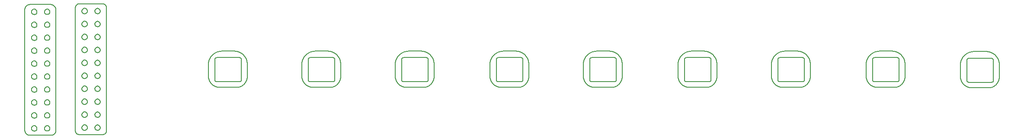
<source format=gbr>
G04 EAGLE Gerber RS-274X export*
G75*
%MOMM*%
%FSLAX34Y34*%
%LPD*%
%INStiffener_Top*%
%IPPOS*%
%AMOC8*
5,1,8,0,0,1.08239X$1,22.5*%
G01*
%ADD10C,0.152400*%


D10*
X172720Y182880D02*
X172598Y182878D01*
X172476Y182872D01*
X172354Y182862D01*
X172233Y182849D01*
X172112Y182831D01*
X171992Y182810D01*
X171872Y182784D01*
X171754Y182755D01*
X171636Y182723D01*
X171519Y182686D01*
X171404Y182646D01*
X171290Y182602D01*
X171178Y182554D01*
X171067Y182503D01*
X170958Y182448D01*
X170850Y182390D01*
X170745Y182328D01*
X170642Y182263D01*
X170540Y182195D01*
X170441Y182123D01*
X170345Y182049D01*
X170250Y181971D01*
X170159Y181890D01*
X170069Y181807D01*
X169983Y181721D01*
X169900Y181631D01*
X169819Y181540D01*
X169741Y181445D01*
X169667Y181349D01*
X169595Y181250D01*
X169527Y181148D01*
X169462Y181045D01*
X169400Y180940D01*
X169342Y180832D01*
X169287Y180723D01*
X169236Y180612D01*
X169188Y180500D01*
X169144Y180386D01*
X169104Y180271D01*
X169067Y180154D01*
X169035Y180036D01*
X169006Y179918D01*
X168980Y179798D01*
X168959Y179678D01*
X168941Y179557D01*
X168928Y179436D01*
X168918Y179314D01*
X168912Y179192D01*
X168910Y179070D01*
X172720Y182880D02*
X217170Y182880D01*
X217292Y182878D01*
X217414Y182872D01*
X217536Y182862D01*
X217657Y182849D01*
X217778Y182831D01*
X217898Y182810D01*
X218018Y182784D01*
X218136Y182755D01*
X218254Y182723D01*
X218371Y182686D01*
X218486Y182646D01*
X218600Y182602D01*
X218712Y182554D01*
X218823Y182503D01*
X218932Y182448D01*
X219040Y182390D01*
X219145Y182328D01*
X219248Y182263D01*
X219350Y182195D01*
X219449Y182123D01*
X219545Y182049D01*
X219640Y181971D01*
X219731Y181890D01*
X219821Y181807D01*
X219907Y181721D01*
X219990Y181631D01*
X220071Y181540D01*
X220149Y181445D01*
X220223Y181349D01*
X220295Y181250D01*
X220363Y181148D01*
X220428Y181045D01*
X220490Y180940D01*
X220548Y180832D01*
X220603Y180723D01*
X220654Y180612D01*
X220702Y180500D01*
X220746Y180386D01*
X220786Y180271D01*
X220823Y180154D01*
X220855Y180036D01*
X220884Y179918D01*
X220910Y179798D01*
X220931Y179678D01*
X220949Y179557D01*
X220962Y179436D01*
X220972Y179314D01*
X220978Y179192D01*
X220980Y179070D01*
X220980Y139700D01*
X220978Y139578D01*
X220972Y139456D01*
X220962Y139334D01*
X220949Y139213D01*
X220931Y139092D01*
X220910Y138972D01*
X220884Y138852D01*
X220855Y138734D01*
X220823Y138616D01*
X220786Y138499D01*
X220746Y138384D01*
X220702Y138270D01*
X220654Y138158D01*
X220603Y138047D01*
X220548Y137938D01*
X220490Y137830D01*
X220428Y137725D01*
X220363Y137622D01*
X220295Y137520D01*
X220223Y137421D01*
X220149Y137325D01*
X220071Y137230D01*
X219990Y137139D01*
X219907Y137049D01*
X219821Y136963D01*
X219731Y136880D01*
X219640Y136799D01*
X219545Y136721D01*
X219449Y136647D01*
X219350Y136575D01*
X219248Y136507D01*
X219145Y136442D01*
X219040Y136380D01*
X218932Y136322D01*
X218823Y136267D01*
X218712Y136216D01*
X218600Y136168D01*
X218486Y136124D01*
X218371Y136084D01*
X218254Y136047D01*
X218136Y136015D01*
X218018Y135986D01*
X217898Y135960D01*
X217778Y135939D01*
X217657Y135921D01*
X217536Y135908D01*
X217414Y135898D01*
X217292Y135892D01*
X217170Y135890D01*
X172720Y135890D01*
X172598Y135892D01*
X172476Y135898D01*
X172354Y135908D01*
X172233Y135921D01*
X172112Y135939D01*
X171992Y135960D01*
X171872Y135986D01*
X171754Y136015D01*
X171636Y136047D01*
X171519Y136084D01*
X171404Y136124D01*
X171290Y136168D01*
X171178Y136216D01*
X171067Y136267D01*
X170958Y136322D01*
X170850Y136380D01*
X170745Y136442D01*
X170642Y136507D01*
X170540Y136575D01*
X170441Y136647D01*
X170345Y136721D01*
X170250Y136799D01*
X170159Y136880D01*
X170069Y136963D01*
X169983Y137049D01*
X169900Y137139D01*
X169819Y137230D01*
X169741Y137325D01*
X169667Y137421D01*
X169595Y137520D01*
X169527Y137622D01*
X169462Y137725D01*
X169400Y137830D01*
X169342Y137938D01*
X169287Y138047D01*
X169236Y138158D01*
X169188Y138270D01*
X169144Y138384D01*
X169104Y138499D01*
X169067Y138616D01*
X169035Y138734D01*
X169006Y138852D01*
X168980Y138972D01*
X168959Y139092D01*
X168941Y139213D01*
X168928Y139334D01*
X168918Y139456D01*
X168912Y139578D01*
X168910Y139700D01*
X168910Y179070D01*
X156210Y168910D02*
X156218Y169554D01*
X156241Y170199D01*
X156280Y170842D01*
X156335Y171484D01*
X156404Y172125D01*
X156490Y172764D01*
X156591Y173400D01*
X156707Y174034D01*
X156838Y174665D01*
X156985Y175293D01*
X157147Y175916D01*
X157324Y176536D01*
X157515Y177151D01*
X157722Y177762D01*
X157943Y178367D01*
X158179Y178967D01*
X158429Y179561D01*
X158694Y180149D01*
X158972Y180730D01*
X159265Y181304D01*
X159571Y181871D01*
X159891Y182431D01*
X160225Y182982D01*
X160571Y183525D01*
X160931Y184060D01*
X161304Y184586D01*
X161689Y185103D01*
X162086Y185610D01*
X162496Y186108D01*
X162917Y186595D01*
X163350Y187073D01*
X163795Y187539D01*
X164251Y187995D01*
X164717Y188440D01*
X165195Y188873D01*
X165682Y189294D01*
X166180Y189704D01*
X166687Y190101D01*
X167204Y190486D01*
X167730Y190859D01*
X168265Y191219D01*
X168808Y191565D01*
X169359Y191899D01*
X169919Y192219D01*
X170486Y192525D01*
X171060Y192818D01*
X171641Y193096D01*
X172229Y193361D01*
X172823Y193611D01*
X173423Y193847D01*
X174028Y194068D01*
X174639Y194275D01*
X175254Y194466D01*
X175874Y194643D01*
X176497Y194805D01*
X177125Y194952D01*
X177756Y195083D01*
X178390Y195199D01*
X179026Y195300D01*
X179665Y195386D01*
X180306Y195455D01*
X180948Y195510D01*
X181591Y195549D01*
X182236Y195572D01*
X182880Y195580D01*
X207010Y195580D01*
X207624Y195573D01*
X208237Y195550D01*
X208850Y195513D01*
X209461Y195461D01*
X210072Y195395D01*
X210680Y195313D01*
X211286Y195217D01*
X211890Y195107D01*
X212491Y194982D01*
X213089Y194842D01*
X213683Y194688D01*
X214273Y194519D01*
X214859Y194337D01*
X215440Y194140D01*
X216017Y193929D01*
X216588Y193705D01*
X217154Y193467D01*
X217714Y193215D01*
X218267Y192949D01*
X218814Y192671D01*
X219354Y192379D01*
X219887Y192074D01*
X220412Y191756D01*
X220930Y191426D01*
X221439Y191084D01*
X221940Y190729D01*
X222432Y190362D01*
X222915Y189984D01*
X223389Y189594D01*
X223853Y189192D01*
X224308Y188780D01*
X224752Y188356D01*
X225186Y187922D01*
X225610Y187478D01*
X226022Y187023D01*
X226424Y186559D01*
X226814Y186085D01*
X227192Y185602D01*
X227559Y185110D01*
X227914Y184609D01*
X228256Y184100D01*
X228586Y183582D01*
X228904Y183057D01*
X229209Y182524D01*
X229501Y181984D01*
X229779Y181437D01*
X230045Y180884D01*
X230297Y180324D01*
X230535Y179758D01*
X230759Y179187D01*
X230970Y178610D01*
X231167Y178029D01*
X231349Y177443D01*
X231518Y176853D01*
X231672Y176259D01*
X231812Y175661D01*
X231937Y175060D01*
X232047Y174456D01*
X232143Y173850D01*
X232225Y173242D01*
X232291Y172631D01*
X232343Y172020D01*
X232380Y171407D01*
X232403Y170794D01*
X232410Y170180D01*
X232410Y146050D01*
X232404Y145528D01*
X232385Y145007D01*
X232353Y144486D01*
X232309Y143966D01*
X232253Y143448D01*
X232183Y142930D01*
X232102Y142415D01*
X232008Y141902D01*
X231901Y141391D01*
X231783Y140883D01*
X231652Y140378D01*
X231509Y139876D01*
X231353Y139378D01*
X231186Y138884D01*
X231007Y138394D01*
X230816Y137909D01*
X230614Y137428D01*
X230399Y136952D01*
X230174Y136481D01*
X229937Y136017D01*
X229689Y135558D01*
X229430Y135105D01*
X229160Y134658D01*
X228879Y134218D01*
X228588Y133785D01*
X228287Y133360D01*
X227975Y132941D01*
X227653Y132531D01*
X227322Y132128D01*
X226980Y131733D01*
X226630Y131347D01*
X226270Y130969D01*
X225901Y130600D01*
X225523Y130240D01*
X225137Y129890D01*
X224742Y129548D01*
X224339Y129217D01*
X223929Y128895D01*
X223510Y128583D01*
X223085Y128282D01*
X222652Y127991D01*
X222212Y127710D01*
X221765Y127440D01*
X221312Y127181D01*
X220853Y126933D01*
X220389Y126696D01*
X219918Y126471D01*
X219442Y126256D01*
X218961Y126054D01*
X218476Y125863D01*
X217986Y125684D01*
X217492Y125517D01*
X216994Y125361D01*
X216492Y125218D01*
X215987Y125087D01*
X215479Y124969D01*
X214968Y124862D01*
X214455Y124768D01*
X213940Y124687D01*
X213422Y124617D01*
X212904Y124561D01*
X212384Y124517D01*
X211863Y124485D01*
X211342Y124466D01*
X210820Y124460D01*
X179070Y124460D01*
X178518Y124467D01*
X177966Y124487D01*
X177414Y124520D01*
X176864Y124567D01*
X176315Y124627D01*
X175767Y124700D01*
X175221Y124786D01*
X174678Y124886D01*
X174137Y124999D01*
X173599Y125124D01*
X173065Y125263D01*
X172533Y125415D01*
X172006Y125579D01*
X171483Y125756D01*
X170964Y125946D01*
X170450Y126148D01*
X169941Y126362D01*
X169437Y126589D01*
X168939Y126828D01*
X168446Y127078D01*
X167960Y127341D01*
X167481Y127615D01*
X167008Y127901D01*
X166542Y128198D01*
X166084Y128507D01*
X165633Y128826D01*
X165190Y129156D01*
X164755Y129497D01*
X164329Y129848D01*
X163911Y130209D01*
X163502Y130580D01*
X163102Y130961D01*
X162711Y131352D01*
X162330Y131752D01*
X161959Y132161D01*
X161598Y132579D01*
X161247Y133005D01*
X160906Y133440D01*
X160576Y133883D01*
X160257Y134334D01*
X159948Y134792D01*
X159651Y135258D01*
X159365Y135731D01*
X159091Y136210D01*
X158828Y136696D01*
X158578Y137189D01*
X158339Y137687D01*
X158112Y138191D01*
X157898Y138700D01*
X157696Y139214D01*
X157506Y139733D01*
X157329Y140256D01*
X157165Y140783D01*
X157013Y141315D01*
X156874Y141849D01*
X156749Y142387D01*
X156636Y142928D01*
X156536Y143471D01*
X156450Y144017D01*
X156377Y144565D01*
X156317Y145114D01*
X156270Y145664D01*
X156237Y146216D01*
X156217Y146768D01*
X156210Y147320D01*
X156210Y168910D01*
X351790Y179070D02*
X351792Y179192D01*
X351798Y179314D01*
X351808Y179436D01*
X351821Y179557D01*
X351839Y179678D01*
X351860Y179798D01*
X351886Y179918D01*
X351915Y180036D01*
X351947Y180154D01*
X351984Y180271D01*
X352024Y180386D01*
X352068Y180500D01*
X352116Y180612D01*
X352167Y180723D01*
X352222Y180832D01*
X352280Y180940D01*
X352342Y181045D01*
X352407Y181148D01*
X352475Y181250D01*
X352547Y181349D01*
X352621Y181445D01*
X352699Y181540D01*
X352780Y181631D01*
X352863Y181721D01*
X352949Y181807D01*
X353039Y181890D01*
X353130Y181971D01*
X353225Y182049D01*
X353321Y182123D01*
X353420Y182195D01*
X353522Y182263D01*
X353625Y182328D01*
X353730Y182390D01*
X353838Y182448D01*
X353947Y182503D01*
X354058Y182554D01*
X354170Y182602D01*
X354284Y182646D01*
X354399Y182686D01*
X354516Y182723D01*
X354634Y182755D01*
X354752Y182784D01*
X354872Y182810D01*
X354992Y182831D01*
X355113Y182849D01*
X355234Y182862D01*
X355356Y182872D01*
X355478Y182878D01*
X355600Y182880D01*
X400050Y182880D01*
X400172Y182878D01*
X400294Y182872D01*
X400416Y182862D01*
X400537Y182849D01*
X400658Y182831D01*
X400778Y182810D01*
X400898Y182784D01*
X401016Y182755D01*
X401134Y182723D01*
X401251Y182686D01*
X401366Y182646D01*
X401480Y182602D01*
X401592Y182554D01*
X401703Y182503D01*
X401812Y182448D01*
X401920Y182390D01*
X402025Y182328D01*
X402128Y182263D01*
X402230Y182195D01*
X402329Y182123D01*
X402425Y182049D01*
X402520Y181971D01*
X402611Y181890D01*
X402701Y181807D01*
X402787Y181721D01*
X402870Y181631D01*
X402951Y181540D01*
X403029Y181445D01*
X403103Y181349D01*
X403175Y181250D01*
X403243Y181148D01*
X403308Y181045D01*
X403370Y180940D01*
X403428Y180832D01*
X403483Y180723D01*
X403534Y180612D01*
X403582Y180500D01*
X403626Y180386D01*
X403666Y180271D01*
X403703Y180154D01*
X403735Y180036D01*
X403764Y179918D01*
X403790Y179798D01*
X403811Y179678D01*
X403829Y179557D01*
X403842Y179436D01*
X403852Y179314D01*
X403858Y179192D01*
X403860Y179070D01*
X403860Y139700D01*
X403858Y139578D01*
X403852Y139456D01*
X403842Y139334D01*
X403829Y139213D01*
X403811Y139092D01*
X403790Y138972D01*
X403764Y138852D01*
X403735Y138734D01*
X403703Y138616D01*
X403666Y138499D01*
X403626Y138384D01*
X403582Y138270D01*
X403534Y138158D01*
X403483Y138047D01*
X403428Y137938D01*
X403370Y137830D01*
X403308Y137725D01*
X403243Y137622D01*
X403175Y137520D01*
X403103Y137421D01*
X403029Y137325D01*
X402951Y137230D01*
X402870Y137139D01*
X402787Y137049D01*
X402701Y136963D01*
X402611Y136880D01*
X402520Y136799D01*
X402425Y136721D01*
X402329Y136647D01*
X402230Y136575D01*
X402128Y136507D01*
X402025Y136442D01*
X401920Y136380D01*
X401812Y136322D01*
X401703Y136267D01*
X401592Y136216D01*
X401480Y136168D01*
X401366Y136124D01*
X401251Y136084D01*
X401134Y136047D01*
X401016Y136015D01*
X400898Y135986D01*
X400778Y135960D01*
X400658Y135939D01*
X400537Y135921D01*
X400416Y135908D01*
X400294Y135898D01*
X400172Y135892D01*
X400050Y135890D01*
X355600Y135890D01*
X355478Y135892D01*
X355356Y135898D01*
X355234Y135908D01*
X355113Y135921D01*
X354992Y135939D01*
X354872Y135960D01*
X354752Y135986D01*
X354634Y136015D01*
X354516Y136047D01*
X354399Y136084D01*
X354284Y136124D01*
X354170Y136168D01*
X354058Y136216D01*
X353947Y136267D01*
X353838Y136322D01*
X353730Y136380D01*
X353625Y136442D01*
X353522Y136507D01*
X353420Y136575D01*
X353321Y136647D01*
X353225Y136721D01*
X353130Y136799D01*
X353039Y136880D01*
X352949Y136963D01*
X352863Y137049D01*
X352780Y137139D01*
X352699Y137230D01*
X352621Y137325D01*
X352547Y137421D01*
X352475Y137520D01*
X352407Y137622D01*
X352342Y137725D01*
X352280Y137830D01*
X352222Y137938D01*
X352167Y138047D01*
X352116Y138158D01*
X352068Y138270D01*
X352024Y138384D01*
X351984Y138499D01*
X351947Y138616D01*
X351915Y138734D01*
X351886Y138852D01*
X351860Y138972D01*
X351839Y139092D01*
X351821Y139213D01*
X351808Y139334D01*
X351798Y139456D01*
X351792Y139578D01*
X351790Y139700D01*
X351790Y179070D01*
X339090Y168910D02*
X339098Y169554D01*
X339121Y170199D01*
X339160Y170842D01*
X339215Y171484D01*
X339284Y172125D01*
X339370Y172764D01*
X339471Y173400D01*
X339587Y174034D01*
X339718Y174665D01*
X339865Y175293D01*
X340027Y175916D01*
X340204Y176536D01*
X340395Y177151D01*
X340602Y177762D01*
X340823Y178367D01*
X341059Y178967D01*
X341309Y179561D01*
X341574Y180149D01*
X341852Y180730D01*
X342145Y181304D01*
X342451Y181871D01*
X342771Y182431D01*
X343105Y182982D01*
X343451Y183525D01*
X343811Y184060D01*
X344184Y184586D01*
X344569Y185103D01*
X344966Y185610D01*
X345376Y186108D01*
X345797Y186595D01*
X346230Y187073D01*
X346675Y187539D01*
X347131Y187995D01*
X347597Y188440D01*
X348075Y188873D01*
X348562Y189294D01*
X349060Y189704D01*
X349567Y190101D01*
X350084Y190486D01*
X350610Y190859D01*
X351145Y191219D01*
X351688Y191565D01*
X352239Y191899D01*
X352799Y192219D01*
X353366Y192525D01*
X353940Y192818D01*
X354521Y193096D01*
X355109Y193361D01*
X355703Y193611D01*
X356303Y193847D01*
X356908Y194068D01*
X357519Y194275D01*
X358134Y194466D01*
X358754Y194643D01*
X359377Y194805D01*
X360005Y194952D01*
X360636Y195083D01*
X361270Y195199D01*
X361906Y195300D01*
X362545Y195386D01*
X363186Y195455D01*
X363828Y195510D01*
X364471Y195549D01*
X365116Y195572D01*
X365760Y195580D01*
X389890Y195580D01*
X390504Y195573D01*
X391117Y195550D01*
X391730Y195513D01*
X392341Y195461D01*
X392952Y195395D01*
X393560Y195313D01*
X394166Y195217D01*
X394770Y195107D01*
X395371Y194982D01*
X395969Y194842D01*
X396563Y194688D01*
X397153Y194519D01*
X397739Y194337D01*
X398320Y194140D01*
X398897Y193929D01*
X399468Y193705D01*
X400034Y193467D01*
X400594Y193215D01*
X401147Y192949D01*
X401694Y192671D01*
X402234Y192379D01*
X402767Y192074D01*
X403292Y191756D01*
X403810Y191426D01*
X404319Y191084D01*
X404820Y190729D01*
X405312Y190362D01*
X405795Y189984D01*
X406269Y189594D01*
X406733Y189192D01*
X407188Y188780D01*
X407632Y188356D01*
X408066Y187922D01*
X408490Y187478D01*
X408902Y187023D01*
X409304Y186559D01*
X409694Y186085D01*
X410072Y185602D01*
X410439Y185110D01*
X410794Y184609D01*
X411136Y184100D01*
X411466Y183582D01*
X411784Y183057D01*
X412089Y182524D01*
X412381Y181984D01*
X412659Y181437D01*
X412925Y180884D01*
X413177Y180324D01*
X413415Y179758D01*
X413639Y179187D01*
X413850Y178610D01*
X414047Y178029D01*
X414229Y177443D01*
X414398Y176853D01*
X414552Y176259D01*
X414692Y175661D01*
X414817Y175060D01*
X414927Y174456D01*
X415023Y173850D01*
X415105Y173242D01*
X415171Y172631D01*
X415223Y172020D01*
X415260Y171407D01*
X415283Y170794D01*
X415290Y170180D01*
X415290Y146050D01*
X415284Y145528D01*
X415265Y145007D01*
X415233Y144486D01*
X415189Y143966D01*
X415133Y143448D01*
X415063Y142930D01*
X414982Y142415D01*
X414888Y141902D01*
X414781Y141391D01*
X414663Y140883D01*
X414532Y140378D01*
X414389Y139876D01*
X414233Y139378D01*
X414066Y138884D01*
X413887Y138394D01*
X413696Y137909D01*
X413494Y137428D01*
X413279Y136952D01*
X413054Y136481D01*
X412817Y136017D01*
X412569Y135558D01*
X412310Y135105D01*
X412040Y134658D01*
X411759Y134218D01*
X411468Y133785D01*
X411167Y133360D01*
X410855Y132941D01*
X410533Y132531D01*
X410202Y132128D01*
X409860Y131733D01*
X409510Y131347D01*
X409150Y130969D01*
X408781Y130600D01*
X408403Y130240D01*
X408017Y129890D01*
X407622Y129548D01*
X407219Y129217D01*
X406809Y128895D01*
X406390Y128583D01*
X405965Y128282D01*
X405532Y127991D01*
X405092Y127710D01*
X404645Y127440D01*
X404192Y127181D01*
X403733Y126933D01*
X403269Y126696D01*
X402798Y126471D01*
X402322Y126256D01*
X401841Y126054D01*
X401356Y125863D01*
X400866Y125684D01*
X400372Y125517D01*
X399874Y125361D01*
X399372Y125218D01*
X398867Y125087D01*
X398359Y124969D01*
X397848Y124862D01*
X397335Y124768D01*
X396820Y124687D01*
X396302Y124617D01*
X395784Y124561D01*
X395264Y124517D01*
X394743Y124485D01*
X394222Y124466D01*
X393700Y124460D01*
X361950Y124460D01*
X361398Y124467D01*
X360846Y124487D01*
X360294Y124520D01*
X359744Y124567D01*
X359195Y124627D01*
X358647Y124700D01*
X358101Y124786D01*
X357558Y124886D01*
X357017Y124999D01*
X356479Y125124D01*
X355945Y125263D01*
X355413Y125415D01*
X354886Y125579D01*
X354363Y125756D01*
X353844Y125946D01*
X353330Y126148D01*
X352821Y126362D01*
X352317Y126589D01*
X351819Y126828D01*
X351326Y127078D01*
X350840Y127341D01*
X350361Y127615D01*
X349888Y127901D01*
X349422Y128198D01*
X348964Y128507D01*
X348513Y128826D01*
X348070Y129156D01*
X347635Y129497D01*
X347209Y129848D01*
X346791Y130209D01*
X346382Y130580D01*
X345982Y130961D01*
X345591Y131352D01*
X345210Y131752D01*
X344839Y132161D01*
X344478Y132579D01*
X344127Y133005D01*
X343786Y133440D01*
X343456Y133883D01*
X343137Y134334D01*
X342828Y134792D01*
X342531Y135258D01*
X342245Y135731D01*
X341971Y136210D01*
X341708Y136696D01*
X341458Y137189D01*
X341219Y137687D01*
X340992Y138191D01*
X340778Y138700D01*
X340576Y139214D01*
X340386Y139733D01*
X340209Y140256D01*
X340045Y140783D01*
X339893Y141315D01*
X339754Y141849D01*
X339629Y142387D01*
X339516Y142928D01*
X339416Y143471D01*
X339330Y144017D01*
X339257Y144565D01*
X339197Y145114D01*
X339150Y145664D01*
X339117Y146216D01*
X339097Y146768D01*
X339090Y147320D01*
X339090Y168910D01*
X534670Y179070D02*
X534672Y179192D01*
X534678Y179314D01*
X534688Y179436D01*
X534701Y179557D01*
X534719Y179678D01*
X534740Y179798D01*
X534766Y179918D01*
X534795Y180036D01*
X534827Y180154D01*
X534864Y180271D01*
X534904Y180386D01*
X534948Y180500D01*
X534996Y180612D01*
X535047Y180723D01*
X535102Y180832D01*
X535160Y180940D01*
X535222Y181045D01*
X535287Y181148D01*
X535355Y181250D01*
X535427Y181349D01*
X535501Y181445D01*
X535579Y181540D01*
X535660Y181631D01*
X535743Y181721D01*
X535829Y181807D01*
X535919Y181890D01*
X536010Y181971D01*
X536105Y182049D01*
X536201Y182123D01*
X536300Y182195D01*
X536402Y182263D01*
X536505Y182328D01*
X536610Y182390D01*
X536718Y182448D01*
X536827Y182503D01*
X536938Y182554D01*
X537050Y182602D01*
X537164Y182646D01*
X537279Y182686D01*
X537396Y182723D01*
X537514Y182755D01*
X537632Y182784D01*
X537752Y182810D01*
X537872Y182831D01*
X537993Y182849D01*
X538114Y182862D01*
X538236Y182872D01*
X538358Y182878D01*
X538480Y182880D01*
X582930Y182880D01*
X583052Y182878D01*
X583174Y182872D01*
X583296Y182862D01*
X583417Y182849D01*
X583538Y182831D01*
X583658Y182810D01*
X583778Y182784D01*
X583896Y182755D01*
X584014Y182723D01*
X584131Y182686D01*
X584246Y182646D01*
X584360Y182602D01*
X584472Y182554D01*
X584583Y182503D01*
X584692Y182448D01*
X584800Y182390D01*
X584905Y182328D01*
X585008Y182263D01*
X585110Y182195D01*
X585209Y182123D01*
X585305Y182049D01*
X585400Y181971D01*
X585491Y181890D01*
X585581Y181807D01*
X585667Y181721D01*
X585750Y181631D01*
X585831Y181540D01*
X585909Y181445D01*
X585983Y181349D01*
X586055Y181250D01*
X586123Y181148D01*
X586188Y181045D01*
X586250Y180940D01*
X586308Y180832D01*
X586363Y180723D01*
X586414Y180612D01*
X586462Y180500D01*
X586506Y180386D01*
X586546Y180271D01*
X586583Y180154D01*
X586615Y180036D01*
X586644Y179918D01*
X586670Y179798D01*
X586691Y179678D01*
X586709Y179557D01*
X586722Y179436D01*
X586732Y179314D01*
X586738Y179192D01*
X586740Y179070D01*
X586740Y139700D01*
X586738Y139578D01*
X586732Y139456D01*
X586722Y139334D01*
X586709Y139213D01*
X586691Y139092D01*
X586670Y138972D01*
X586644Y138852D01*
X586615Y138734D01*
X586583Y138616D01*
X586546Y138499D01*
X586506Y138384D01*
X586462Y138270D01*
X586414Y138158D01*
X586363Y138047D01*
X586308Y137938D01*
X586250Y137830D01*
X586188Y137725D01*
X586123Y137622D01*
X586055Y137520D01*
X585983Y137421D01*
X585909Y137325D01*
X585831Y137230D01*
X585750Y137139D01*
X585667Y137049D01*
X585581Y136963D01*
X585491Y136880D01*
X585400Y136799D01*
X585305Y136721D01*
X585209Y136647D01*
X585110Y136575D01*
X585008Y136507D01*
X584905Y136442D01*
X584800Y136380D01*
X584692Y136322D01*
X584583Y136267D01*
X584472Y136216D01*
X584360Y136168D01*
X584246Y136124D01*
X584131Y136084D01*
X584014Y136047D01*
X583896Y136015D01*
X583778Y135986D01*
X583658Y135960D01*
X583538Y135939D01*
X583417Y135921D01*
X583296Y135908D01*
X583174Y135898D01*
X583052Y135892D01*
X582930Y135890D01*
X538480Y135890D01*
X538358Y135892D01*
X538236Y135898D01*
X538114Y135908D01*
X537993Y135921D01*
X537872Y135939D01*
X537752Y135960D01*
X537632Y135986D01*
X537514Y136015D01*
X537396Y136047D01*
X537279Y136084D01*
X537164Y136124D01*
X537050Y136168D01*
X536938Y136216D01*
X536827Y136267D01*
X536718Y136322D01*
X536610Y136380D01*
X536505Y136442D01*
X536402Y136507D01*
X536300Y136575D01*
X536201Y136647D01*
X536105Y136721D01*
X536010Y136799D01*
X535919Y136880D01*
X535829Y136963D01*
X535743Y137049D01*
X535660Y137139D01*
X535579Y137230D01*
X535501Y137325D01*
X535427Y137421D01*
X535355Y137520D01*
X535287Y137622D01*
X535222Y137725D01*
X535160Y137830D01*
X535102Y137938D01*
X535047Y138047D01*
X534996Y138158D01*
X534948Y138270D01*
X534904Y138384D01*
X534864Y138499D01*
X534827Y138616D01*
X534795Y138734D01*
X534766Y138852D01*
X534740Y138972D01*
X534719Y139092D01*
X534701Y139213D01*
X534688Y139334D01*
X534678Y139456D01*
X534672Y139578D01*
X534670Y139700D01*
X534670Y179070D01*
X521970Y168910D02*
X521978Y169554D01*
X522001Y170199D01*
X522040Y170842D01*
X522095Y171484D01*
X522164Y172125D01*
X522250Y172764D01*
X522351Y173400D01*
X522467Y174034D01*
X522598Y174665D01*
X522745Y175293D01*
X522907Y175916D01*
X523084Y176536D01*
X523275Y177151D01*
X523482Y177762D01*
X523703Y178367D01*
X523939Y178967D01*
X524189Y179561D01*
X524454Y180149D01*
X524732Y180730D01*
X525025Y181304D01*
X525331Y181871D01*
X525651Y182431D01*
X525985Y182982D01*
X526331Y183525D01*
X526691Y184060D01*
X527064Y184586D01*
X527449Y185103D01*
X527846Y185610D01*
X528256Y186108D01*
X528677Y186595D01*
X529110Y187073D01*
X529555Y187539D01*
X530011Y187995D01*
X530477Y188440D01*
X530955Y188873D01*
X531442Y189294D01*
X531940Y189704D01*
X532447Y190101D01*
X532964Y190486D01*
X533490Y190859D01*
X534025Y191219D01*
X534568Y191565D01*
X535119Y191899D01*
X535679Y192219D01*
X536246Y192525D01*
X536820Y192818D01*
X537401Y193096D01*
X537989Y193361D01*
X538583Y193611D01*
X539183Y193847D01*
X539788Y194068D01*
X540399Y194275D01*
X541014Y194466D01*
X541634Y194643D01*
X542257Y194805D01*
X542885Y194952D01*
X543516Y195083D01*
X544150Y195199D01*
X544786Y195300D01*
X545425Y195386D01*
X546066Y195455D01*
X546708Y195510D01*
X547351Y195549D01*
X547996Y195572D01*
X548640Y195580D01*
X572770Y195580D01*
X573384Y195573D01*
X573997Y195550D01*
X574610Y195513D01*
X575221Y195461D01*
X575832Y195395D01*
X576440Y195313D01*
X577046Y195217D01*
X577650Y195107D01*
X578251Y194982D01*
X578849Y194842D01*
X579443Y194688D01*
X580033Y194519D01*
X580619Y194337D01*
X581200Y194140D01*
X581777Y193929D01*
X582348Y193705D01*
X582914Y193467D01*
X583474Y193215D01*
X584027Y192949D01*
X584574Y192671D01*
X585114Y192379D01*
X585647Y192074D01*
X586172Y191756D01*
X586690Y191426D01*
X587199Y191084D01*
X587700Y190729D01*
X588192Y190362D01*
X588675Y189984D01*
X589149Y189594D01*
X589613Y189192D01*
X590068Y188780D01*
X590512Y188356D01*
X590946Y187922D01*
X591370Y187478D01*
X591782Y187023D01*
X592184Y186559D01*
X592574Y186085D01*
X592952Y185602D01*
X593319Y185110D01*
X593674Y184609D01*
X594016Y184100D01*
X594346Y183582D01*
X594664Y183057D01*
X594969Y182524D01*
X595261Y181984D01*
X595539Y181437D01*
X595805Y180884D01*
X596057Y180324D01*
X596295Y179758D01*
X596519Y179187D01*
X596730Y178610D01*
X596927Y178029D01*
X597109Y177443D01*
X597278Y176853D01*
X597432Y176259D01*
X597572Y175661D01*
X597697Y175060D01*
X597807Y174456D01*
X597903Y173850D01*
X597985Y173242D01*
X598051Y172631D01*
X598103Y172020D01*
X598140Y171407D01*
X598163Y170794D01*
X598170Y170180D01*
X598170Y146050D01*
X598164Y145528D01*
X598145Y145007D01*
X598113Y144486D01*
X598069Y143966D01*
X598013Y143448D01*
X597943Y142930D01*
X597862Y142415D01*
X597768Y141902D01*
X597661Y141391D01*
X597543Y140883D01*
X597412Y140378D01*
X597269Y139876D01*
X597113Y139378D01*
X596946Y138884D01*
X596767Y138394D01*
X596576Y137909D01*
X596374Y137428D01*
X596159Y136952D01*
X595934Y136481D01*
X595697Y136017D01*
X595449Y135558D01*
X595190Y135105D01*
X594920Y134658D01*
X594639Y134218D01*
X594348Y133785D01*
X594047Y133360D01*
X593735Y132941D01*
X593413Y132531D01*
X593082Y132128D01*
X592740Y131733D01*
X592390Y131347D01*
X592030Y130969D01*
X591661Y130600D01*
X591283Y130240D01*
X590897Y129890D01*
X590502Y129548D01*
X590099Y129217D01*
X589689Y128895D01*
X589270Y128583D01*
X588845Y128282D01*
X588412Y127991D01*
X587972Y127710D01*
X587525Y127440D01*
X587072Y127181D01*
X586613Y126933D01*
X586149Y126696D01*
X585678Y126471D01*
X585202Y126256D01*
X584721Y126054D01*
X584236Y125863D01*
X583746Y125684D01*
X583252Y125517D01*
X582754Y125361D01*
X582252Y125218D01*
X581747Y125087D01*
X581239Y124969D01*
X580728Y124862D01*
X580215Y124768D01*
X579700Y124687D01*
X579182Y124617D01*
X578664Y124561D01*
X578144Y124517D01*
X577623Y124485D01*
X577102Y124466D01*
X576580Y124460D01*
X544830Y124460D01*
X544278Y124467D01*
X543726Y124487D01*
X543174Y124520D01*
X542624Y124567D01*
X542075Y124627D01*
X541527Y124700D01*
X540981Y124786D01*
X540438Y124886D01*
X539897Y124999D01*
X539359Y125124D01*
X538825Y125263D01*
X538293Y125415D01*
X537766Y125579D01*
X537243Y125756D01*
X536724Y125946D01*
X536210Y126148D01*
X535701Y126362D01*
X535197Y126589D01*
X534699Y126828D01*
X534206Y127078D01*
X533720Y127341D01*
X533241Y127615D01*
X532768Y127901D01*
X532302Y128198D01*
X531844Y128507D01*
X531393Y128826D01*
X530950Y129156D01*
X530515Y129497D01*
X530089Y129848D01*
X529671Y130209D01*
X529262Y130580D01*
X528862Y130961D01*
X528471Y131352D01*
X528090Y131752D01*
X527719Y132161D01*
X527358Y132579D01*
X527007Y133005D01*
X526666Y133440D01*
X526336Y133883D01*
X526017Y134334D01*
X525708Y134792D01*
X525411Y135258D01*
X525125Y135731D01*
X524851Y136210D01*
X524588Y136696D01*
X524338Y137189D01*
X524099Y137687D01*
X523872Y138191D01*
X523658Y138700D01*
X523456Y139214D01*
X523266Y139733D01*
X523089Y140256D01*
X522925Y140783D01*
X522773Y141315D01*
X522634Y141849D01*
X522509Y142387D01*
X522396Y142928D01*
X522296Y143471D01*
X522210Y144017D01*
X522137Y144565D01*
X522077Y145114D01*
X522030Y145664D01*
X521997Y146216D01*
X521977Y146768D01*
X521970Y147320D01*
X521970Y168910D01*
X720090Y179070D02*
X720092Y179192D01*
X720098Y179314D01*
X720108Y179436D01*
X720121Y179557D01*
X720139Y179678D01*
X720160Y179798D01*
X720186Y179918D01*
X720215Y180036D01*
X720247Y180154D01*
X720284Y180271D01*
X720324Y180386D01*
X720368Y180500D01*
X720416Y180612D01*
X720467Y180723D01*
X720522Y180832D01*
X720580Y180940D01*
X720642Y181045D01*
X720707Y181148D01*
X720775Y181250D01*
X720847Y181349D01*
X720921Y181445D01*
X720999Y181540D01*
X721080Y181631D01*
X721163Y181721D01*
X721249Y181807D01*
X721339Y181890D01*
X721430Y181971D01*
X721525Y182049D01*
X721621Y182123D01*
X721720Y182195D01*
X721822Y182263D01*
X721925Y182328D01*
X722030Y182390D01*
X722138Y182448D01*
X722247Y182503D01*
X722358Y182554D01*
X722470Y182602D01*
X722584Y182646D01*
X722699Y182686D01*
X722816Y182723D01*
X722934Y182755D01*
X723052Y182784D01*
X723172Y182810D01*
X723292Y182831D01*
X723413Y182849D01*
X723534Y182862D01*
X723656Y182872D01*
X723778Y182878D01*
X723900Y182880D01*
X768350Y182880D01*
X768472Y182878D01*
X768594Y182872D01*
X768716Y182862D01*
X768837Y182849D01*
X768958Y182831D01*
X769078Y182810D01*
X769198Y182784D01*
X769316Y182755D01*
X769434Y182723D01*
X769551Y182686D01*
X769666Y182646D01*
X769780Y182602D01*
X769892Y182554D01*
X770003Y182503D01*
X770112Y182448D01*
X770220Y182390D01*
X770325Y182328D01*
X770428Y182263D01*
X770530Y182195D01*
X770629Y182123D01*
X770725Y182049D01*
X770820Y181971D01*
X770911Y181890D01*
X771001Y181807D01*
X771087Y181721D01*
X771170Y181631D01*
X771251Y181540D01*
X771329Y181445D01*
X771403Y181349D01*
X771475Y181250D01*
X771543Y181148D01*
X771608Y181045D01*
X771670Y180940D01*
X771728Y180832D01*
X771783Y180723D01*
X771834Y180612D01*
X771882Y180500D01*
X771926Y180386D01*
X771966Y180271D01*
X772003Y180154D01*
X772035Y180036D01*
X772064Y179918D01*
X772090Y179798D01*
X772111Y179678D01*
X772129Y179557D01*
X772142Y179436D01*
X772152Y179314D01*
X772158Y179192D01*
X772160Y179070D01*
X772160Y139700D01*
X772158Y139578D01*
X772152Y139456D01*
X772142Y139334D01*
X772129Y139213D01*
X772111Y139092D01*
X772090Y138972D01*
X772064Y138852D01*
X772035Y138734D01*
X772003Y138616D01*
X771966Y138499D01*
X771926Y138384D01*
X771882Y138270D01*
X771834Y138158D01*
X771783Y138047D01*
X771728Y137938D01*
X771670Y137830D01*
X771608Y137725D01*
X771543Y137622D01*
X771475Y137520D01*
X771403Y137421D01*
X771329Y137325D01*
X771251Y137230D01*
X771170Y137139D01*
X771087Y137049D01*
X771001Y136963D01*
X770911Y136880D01*
X770820Y136799D01*
X770725Y136721D01*
X770629Y136647D01*
X770530Y136575D01*
X770428Y136507D01*
X770325Y136442D01*
X770220Y136380D01*
X770112Y136322D01*
X770003Y136267D01*
X769892Y136216D01*
X769780Y136168D01*
X769666Y136124D01*
X769551Y136084D01*
X769434Y136047D01*
X769316Y136015D01*
X769198Y135986D01*
X769078Y135960D01*
X768958Y135939D01*
X768837Y135921D01*
X768716Y135908D01*
X768594Y135898D01*
X768472Y135892D01*
X768350Y135890D01*
X723900Y135890D01*
X723778Y135892D01*
X723656Y135898D01*
X723534Y135908D01*
X723413Y135921D01*
X723292Y135939D01*
X723172Y135960D01*
X723052Y135986D01*
X722934Y136015D01*
X722816Y136047D01*
X722699Y136084D01*
X722584Y136124D01*
X722470Y136168D01*
X722358Y136216D01*
X722247Y136267D01*
X722138Y136322D01*
X722030Y136380D01*
X721925Y136442D01*
X721822Y136507D01*
X721720Y136575D01*
X721621Y136647D01*
X721525Y136721D01*
X721430Y136799D01*
X721339Y136880D01*
X721249Y136963D01*
X721163Y137049D01*
X721080Y137139D01*
X720999Y137230D01*
X720921Y137325D01*
X720847Y137421D01*
X720775Y137520D01*
X720707Y137622D01*
X720642Y137725D01*
X720580Y137830D01*
X720522Y137938D01*
X720467Y138047D01*
X720416Y138158D01*
X720368Y138270D01*
X720324Y138384D01*
X720284Y138499D01*
X720247Y138616D01*
X720215Y138734D01*
X720186Y138852D01*
X720160Y138972D01*
X720139Y139092D01*
X720121Y139213D01*
X720108Y139334D01*
X720098Y139456D01*
X720092Y139578D01*
X720090Y139700D01*
X720090Y179070D01*
X707390Y168910D02*
X707398Y169554D01*
X707421Y170199D01*
X707460Y170842D01*
X707515Y171484D01*
X707584Y172125D01*
X707670Y172764D01*
X707771Y173400D01*
X707887Y174034D01*
X708018Y174665D01*
X708165Y175293D01*
X708327Y175916D01*
X708504Y176536D01*
X708695Y177151D01*
X708902Y177762D01*
X709123Y178367D01*
X709359Y178967D01*
X709609Y179561D01*
X709874Y180149D01*
X710152Y180730D01*
X710445Y181304D01*
X710751Y181871D01*
X711071Y182431D01*
X711405Y182982D01*
X711751Y183525D01*
X712111Y184060D01*
X712484Y184586D01*
X712869Y185103D01*
X713266Y185610D01*
X713676Y186108D01*
X714097Y186595D01*
X714530Y187073D01*
X714975Y187539D01*
X715431Y187995D01*
X715897Y188440D01*
X716375Y188873D01*
X716862Y189294D01*
X717360Y189704D01*
X717867Y190101D01*
X718384Y190486D01*
X718910Y190859D01*
X719445Y191219D01*
X719988Y191565D01*
X720539Y191899D01*
X721099Y192219D01*
X721666Y192525D01*
X722240Y192818D01*
X722821Y193096D01*
X723409Y193361D01*
X724003Y193611D01*
X724603Y193847D01*
X725208Y194068D01*
X725819Y194275D01*
X726434Y194466D01*
X727054Y194643D01*
X727677Y194805D01*
X728305Y194952D01*
X728936Y195083D01*
X729570Y195199D01*
X730206Y195300D01*
X730845Y195386D01*
X731486Y195455D01*
X732128Y195510D01*
X732771Y195549D01*
X733416Y195572D01*
X734060Y195580D01*
X758190Y195580D01*
X758804Y195573D01*
X759417Y195550D01*
X760030Y195513D01*
X760641Y195461D01*
X761252Y195395D01*
X761860Y195313D01*
X762466Y195217D01*
X763070Y195107D01*
X763671Y194982D01*
X764269Y194842D01*
X764863Y194688D01*
X765453Y194519D01*
X766039Y194337D01*
X766620Y194140D01*
X767197Y193929D01*
X767768Y193705D01*
X768334Y193467D01*
X768894Y193215D01*
X769447Y192949D01*
X769994Y192671D01*
X770534Y192379D01*
X771067Y192074D01*
X771592Y191756D01*
X772110Y191426D01*
X772619Y191084D01*
X773120Y190729D01*
X773612Y190362D01*
X774095Y189984D01*
X774569Y189594D01*
X775033Y189192D01*
X775488Y188780D01*
X775932Y188356D01*
X776366Y187922D01*
X776790Y187478D01*
X777202Y187023D01*
X777604Y186559D01*
X777994Y186085D01*
X778372Y185602D01*
X778739Y185110D01*
X779094Y184609D01*
X779436Y184100D01*
X779766Y183582D01*
X780084Y183057D01*
X780389Y182524D01*
X780681Y181984D01*
X780959Y181437D01*
X781225Y180884D01*
X781477Y180324D01*
X781715Y179758D01*
X781939Y179187D01*
X782150Y178610D01*
X782347Y178029D01*
X782529Y177443D01*
X782698Y176853D01*
X782852Y176259D01*
X782992Y175661D01*
X783117Y175060D01*
X783227Y174456D01*
X783323Y173850D01*
X783405Y173242D01*
X783471Y172631D01*
X783523Y172020D01*
X783560Y171407D01*
X783583Y170794D01*
X783590Y170180D01*
X783590Y146050D01*
X783584Y145528D01*
X783565Y145007D01*
X783533Y144486D01*
X783489Y143966D01*
X783433Y143448D01*
X783363Y142930D01*
X783282Y142415D01*
X783188Y141902D01*
X783081Y141391D01*
X782963Y140883D01*
X782832Y140378D01*
X782689Y139876D01*
X782533Y139378D01*
X782366Y138884D01*
X782187Y138394D01*
X781996Y137909D01*
X781794Y137428D01*
X781579Y136952D01*
X781354Y136481D01*
X781117Y136017D01*
X780869Y135558D01*
X780610Y135105D01*
X780340Y134658D01*
X780059Y134218D01*
X779768Y133785D01*
X779467Y133360D01*
X779155Y132941D01*
X778833Y132531D01*
X778502Y132128D01*
X778160Y131733D01*
X777810Y131347D01*
X777450Y130969D01*
X777081Y130600D01*
X776703Y130240D01*
X776317Y129890D01*
X775922Y129548D01*
X775519Y129217D01*
X775109Y128895D01*
X774690Y128583D01*
X774265Y128282D01*
X773832Y127991D01*
X773392Y127710D01*
X772945Y127440D01*
X772492Y127181D01*
X772033Y126933D01*
X771569Y126696D01*
X771098Y126471D01*
X770622Y126256D01*
X770141Y126054D01*
X769656Y125863D01*
X769166Y125684D01*
X768672Y125517D01*
X768174Y125361D01*
X767672Y125218D01*
X767167Y125087D01*
X766659Y124969D01*
X766148Y124862D01*
X765635Y124768D01*
X765120Y124687D01*
X764602Y124617D01*
X764084Y124561D01*
X763564Y124517D01*
X763043Y124485D01*
X762522Y124466D01*
X762000Y124460D01*
X730250Y124460D01*
X729698Y124467D01*
X729146Y124487D01*
X728594Y124520D01*
X728044Y124567D01*
X727495Y124627D01*
X726947Y124700D01*
X726401Y124786D01*
X725858Y124886D01*
X725317Y124999D01*
X724779Y125124D01*
X724245Y125263D01*
X723713Y125415D01*
X723186Y125579D01*
X722663Y125756D01*
X722144Y125946D01*
X721630Y126148D01*
X721121Y126362D01*
X720617Y126589D01*
X720119Y126828D01*
X719626Y127078D01*
X719140Y127341D01*
X718661Y127615D01*
X718188Y127901D01*
X717722Y128198D01*
X717264Y128507D01*
X716813Y128826D01*
X716370Y129156D01*
X715935Y129497D01*
X715509Y129848D01*
X715091Y130209D01*
X714682Y130580D01*
X714282Y130961D01*
X713891Y131352D01*
X713510Y131752D01*
X713139Y132161D01*
X712778Y132579D01*
X712427Y133005D01*
X712086Y133440D01*
X711756Y133883D01*
X711437Y134334D01*
X711128Y134792D01*
X710831Y135258D01*
X710545Y135731D01*
X710271Y136210D01*
X710008Y136696D01*
X709758Y137189D01*
X709519Y137687D01*
X709292Y138191D01*
X709078Y138700D01*
X708876Y139214D01*
X708686Y139733D01*
X708509Y140256D01*
X708345Y140783D01*
X708193Y141315D01*
X708054Y141849D01*
X707929Y142387D01*
X707816Y142928D01*
X707716Y143471D01*
X707630Y144017D01*
X707557Y144565D01*
X707497Y145114D01*
X707450Y145664D01*
X707417Y146216D01*
X707397Y146768D01*
X707390Y147320D01*
X707390Y168910D01*
X902970Y179070D02*
X902972Y179192D01*
X902978Y179314D01*
X902988Y179436D01*
X903001Y179557D01*
X903019Y179678D01*
X903040Y179798D01*
X903066Y179918D01*
X903095Y180036D01*
X903127Y180154D01*
X903164Y180271D01*
X903204Y180386D01*
X903248Y180500D01*
X903296Y180612D01*
X903347Y180723D01*
X903402Y180832D01*
X903460Y180940D01*
X903522Y181045D01*
X903587Y181148D01*
X903655Y181250D01*
X903727Y181349D01*
X903801Y181445D01*
X903879Y181540D01*
X903960Y181631D01*
X904043Y181721D01*
X904129Y181807D01*
X904219Y181890D01*
X904310Y181971D01*
X904405Y182049D01*
X904501Y182123D01*
X904600Y182195D01*
X904702Y182263D01*
X904805Y182328D01*
X904910Y182390D01*
X905018Y182448D01*
X905127Y182503D01*
X905238Y182554D01*
X905350Y182602D01*
X905464Y182646D01*
X905579Y182686D01*
X905696Y182723D01*
X905814Y182755D01*
X905932Y182784D01*
X906052Y182810D01*
X906172Y182831D01*
X906293Y182849D01*
X906414Y182862D01*
X906536Y182872D01*
X906658Y182878D01*
X906780Y182880D01*
X951230Y182880D01*
X951352Y182878D01*
X951474Y182872D01*
X951596Y182862D01*
X951717Y182849D01*
X951838Y182831D01*
X951958Y182810D01*
X952078Y182784D01*
X952196Y182755D01*
X952314Y182723D01*
X952431Y182686D01*
X952546Y182646D01*
X952660Y182602D01*
X952772Y182554D01*
X952883Y182503D01*
X952992Y182448D01*
X953100Y182390D01*
X953205Y182328D01*
X953308Y182263D01*
X953410Y182195D01*
X953509Y182123D01*
X953605Y182049D01*
X953700Y181971D01*
X953791Y181890D01*
X953881Y181807D01*
X953967Y181721D01*
X954050Y181631D01*
X954131Y181540D01*
X954209Y181445D01*
X954283Y181349D01*
X954355Y181250D01*
X954423Y181148D01*
X954488Y181045D01*
X954550Y180940D01*
X954608Y180832D01*
X954663Y180723D01*
X954714Y180612D01*
X954762Y180500D01*
X954806Y180386D01*
X954846Y180271D01*
X954883Y180154D01*
X954915Y180036D01*
X954944Y179918D01*
X954970Y179798D01*
X954991Y179678D01*
X955009Y179557D01*
X955022Y179436D01*
X955032Y179314D01*
X955038Y179192D01*
X955040Y179070D01*
X955040Y139700D01*
X955038Y139578D01*
X955032Y139456D01*
X955022Y139334D01*
X955009Y139213D01*
X954991Y139092D01*
X954970Y138972D01*
X954944Y138852D01*
X954915Y138734D01*
X954883Y138616D01*
X954846Y138499D01*
X954806Y138384D01*
X954762Y138270D01*
X954714Y138158D01*
X954663Y138047D01*
X954608Y137938D01*
X954550Y137830D01*
X954488Y137725D01*
X954423Y137622D01*
X954355Y137520D01*
X954283Y137421D01*
X954209Y137325D01*
X954131Y137230D01*
X954050Y137139D01*
X953967Y137049D01*
X953881Y136963D01*
X953791Y136880D01*
X953700Y136799D01*
X953605Y136721D01*
X953509Y136647D01*
X953410Y136575D01*
X953308Y136507D01*
X953205Y136442D01*
X953100Y136380D01*
X952992Y136322D01*
X952883Y136267D01*
X952772Y136216D01*
X952660Y136168D01*
X952546Y136124D01*
X952431Y136084D01*
X952314Y136047D01*
X952196Y136015D01*
X952078Y135986D01*
X951958Y135960D01*
X951838Y135939D01*
X951717Y135921D01*
X951596Y135908D01*
X951474Y135898D01*
X951352Y135892D01*
X951230Y135890D01*
X906780Y135890D01*
X906658Y135892D01*
X906536Y135898D01*
X906414Y135908D01*
X906293Y135921D01*
X906172Y135939D01*
X906052Y135960D01*
X905932Y135986D01*
X905814Y136015D01*
X905696Y136047D01*
X905579Y136084D01*
X905464Y136124D01*
X905350Y136168D01*
X905238Y136216D01*
X905127Y136267D01*
X905018Y136322D01*
X904910Y136380D01*
X904805Y136442D01*
X904702Y136507D01*
X904600Y136575D01*
X904501Y136647D01*
X904405Y136721D01*
X904310Y136799D01*
X904219Y136880D01*
X904129Y136963D01*
X904043Y137049D01*
X903960Y137139D01*
X903879Y137230D01*
X903801Y137325D01*
X903727Y137421D01*
X903655Y137520D01*
X903587Y137622D01*
X903522Y137725D01*
X903460Y137830D01*
X903402Y137938D01*
X903347Y138047D01*
X903296Y138158D01*
X903248Y138270D01*
X903204Y138384D01*
X903164Y138499D01*
X903127Y138616D01*
X903095Y138734D01*
X903066Y138852D01*
X903040Y138972D01*
X903019Y139092D01*
X903001Y139213D01*
X902988Y139334D01*
X902978Y139456D01*
X902972Y139578D01*
X902970Y139700D01*
X902970Y179070D01*
X890270Y168910D02*
X890278Y169554D01*
X890301Y170199D01*
X890340Y170842D01*
X890395Y171484D01*
X890464Y172125D01*
X890550Y172764D01*
X890651Y173400D01*
X890767Y174034D01*
X890898Y174665D01*
X891045Y175293D01*
X891207Y175916D01*
X891384Y176536D01*
X891575Y177151D01*
X891782Y177762D01*
X892003Y178367D01*
X892239Y178967D01*
X892489Y179561D01*
X892754Y180149D01*
X893032Y180730D01*
X893325Y181304D01*
X893631Y181871D01*
X893951Y182431D01*
X894285Y182982D01*
X894631Y183525D01*
X894991Y184060D01*
X895364Y184586D01*
X895749Y185103D01*
X896146Y185610D01*
X896556Y186108D01*
X896977Y186595D01*
X897410Y187073D01*
X897855Y187539D01*
X898311Y187995D01*
X898777Y188440D01*
X899255Y188873D01*
X899742Y189294D01*
X900240Y189704D01*
X900747Y190101D01*
X901264Y190486D01*
X901790Y190859D01*
X902325Y191219D01*
X902868Y191565D01*
X903419Y191899D01*
X903979Y192219D01*
X904546Y192525D01*
X905120Y192818D01*
X905701Y193096D01*
X906289Y193361D01*
X906883Y193611D01*
X907483Y193847D01*
X908088Y194068D01*
X908699Y194275D01*
X909314Y194466D01*
X909934Y194643D01*
X910557Y194805D01*
X911185Y194952D01*
X911816Y195083D01*
X912450Y195199D01*
X913086Y195300D01*
X913725Y195386D01*
X914366Y195455D01*
X915008Y195510D01*
X915651Y195549D01*
X916296Y195572D01*
X916940Y195580D01*
X941070Y195580D01*
X941684Y195573D01*
X942297Y195550D01*
X942910Y195513D01*
X943521Y195461D01*
X944132Y195395D01*
X944740Y195313D01*
X945346Y195217D01*
X945950Y195107D01*
X946551Y194982D01*
X947149Y194842D01*
X947743Y194688D01*
X948333Y194519D01*
X948919Y194337D01*
X949500Y194140D01*
X950077Y193929D01*
X950648Y193705D01*
X951214Y193467D01*
X951774Y193215D01*
X952327Y192949D01*
X952874Y192671D01*
X953414Y192379D01*
X953947Y192074D01*
X954472Y191756D01*
X954990Y191426D01*
X955499Y191084D01*
X956000Y190729D01*
X956492Y190362D01*
X956975Y189984D01*
X957449Y189594D01*
X957913Y189192D01*
X958368Y188780D01*
X958812Y188356D01*
X959246Y187922D01*
X959670Y187478D01*
X960082Y187023D01*
X960484Y186559D01*
X960874Y186085D01*
X961252Y185602D01*
X961619Y185110D01*
X961974Y184609D01*
X962316Y184100D01*
X962646Y183582D01*
X962964Y183057D01*
X963269Y182524D01*
X963561Y181984D01*
X963839Y181437D01*
X964105Y180884D01*
X964357Y180324D01*
X964595Y179758D01*
X964819Y179187D01*
X965030Y178610D01*
X965227Y178029D01*
X965409Y177443D01*
X965578Y176853D01*
X965732Y176259D01*
X965872Y175661D01*
X965997Y175060D01*
X966107Y174456D01*
X966203Y173850D01*
X966285Y173242D01*
X966351Y172631D01*
X966403Y172020D01*
X966440Y171407D01*
X966463Y170794D01*
X966470Y170180D01*
X966470Y146050D01*
X966464Y145528D01*
X966445Y145007D01*
X966413Y144486D01*
X966369Y143966D01*
X966313Y143448D01*
X966243Y142930D01*
X966162Y142415D01*
X966068Y141902D01*
X965961Y141391D01*
X965843Y140883D01*
X965712Y140378D01*
X965569Y139876D01*
X965413Y139378D01*
X965246Y138884D01*
X965067Y138394D01*
X964876Y137909D01*
X964674Y137428D01*
X964459Y136952D01*
X964234Y136481D01*
X963997Y136017D01*
X963749Y135558D01*
X963490Y135105D01*
X963220Y134658D01*
X962939Y134218D01*
X962648Y133785D01*
X962347Y133360D01*
X962035Y132941D01*
X961713Y132531D01*
X961382Y132128D01*
X961040Y131733D01*
X960690Y131347D01*
X960330Y130969D01*
X959961Y130600D01*
X959583Y130240D01*
X959197Y129890D01*
X958802Y129548D01*
X958399Y129217D01*
X957989Y128895D01*
X957570Y128583D01*
X957145Y128282D01*
X956712Y127991D01*
X956272Y127710D01*
X955825Y127440D01*
X955372Y127181D01*
X954913Y126933D01*
X954449Y126696D01*
X953978Y126471D01*
X953502Y126256D01*
X953021Y126054D01*
X952536Y125863D01*
X952046Y125684D01*
X951552Y125517D01*
X951054Y125361D01*
X950552Y125218D01*
X950047Y125087D01*
X949539Y124969D01*
X949028Y124862D01*
X948515Y124768D01*
X948000Y124687D01*
X947482Y124617D01*
X946964Y124561D01*
X946444Y124517D01*
X945923Y124485D01*
X945402Y124466D01*
X944880Y124460D01*
X913130Y124460D01*
X912578Y124467D01*
X912026Y124487D01*
X911474Y124520D01*
X910924Y124567D01*
X910375Y124627D01*
X909827Y124700D01*
X909281Y124786D01*
X908738Y124886D01*
X908197Y124999D01*
X907659Y125124D01*
X907125Y125263D01*
X906593Y125415D01*
X906066Y125579D01*
X905543Y125756D01*
X905024Y125946D01*
X904510Y126148D01*
X904001Y126362D01*
X903497Y126589D01*
X902999Y126828D01*
X902506Y127078D01*
X902020Y127341D01*
X901541Y127615D01*
X901068Y127901D01*
X900602Y128198D01*
X900144Y128507D01*
X899693Y128826D01*
X899250Y129156D01*
X898815Y129497D01*
X898389Y129848D01*
X897971Y130209D01*
X897562Y130580D01*
X897162Y130961D01*
X896771Y131352D01*
X896390Y131752D01*
X896019Y132161D01*
X895658Y132579D01*
X895307Y133005D01*
X894966Y133440D01*
X894636Y133883D01*
X894317Y134334D01*
X894008Y134792D01*
X893711Y135258D01*
X893425Y135731D01*
X893151Y136210D01*
X892888Y136696D01*
X892638Y137189D01*
X892399Y137687D01*
X892172Y138191D01*
X891958Y138700D01*
X891756Y139214D01*
X891566Y139733D01*
X891389Y140256D01*
X891225Y140783D01*
X891073Y141315D01*
X890934Y141849D01*
X890809Y142387D01*
X890696Y142928D01*
X890596Y143471D01*
X890510Y144017D01*
X890437Y144565D01*
X890377Y145114D01*
X890330Y145664D01*
X890297Y146216D01*
X890277Y146768D01*
X890270Y147320D01*
X890270Y168910D01*
X1088390Y179070D02*
X1088392Y179192D01*
X1088398Y179314D01*
X1088408Y179436D01*
X1088421Y179557D01*
X1088439Y179678D01*
X1088460Y179798D01*
X1088486Y179918D01*
X1088515Y180036D01*
X1088547Y180154D01*
X1088584Y180271D01*
X1088624Y180386D01*
X1088668Y180500D01*
X1088716Y180612D01*
X1088767Y180723D01*
X1088822Y180832D01*
X1088880Y180940D01*
X1088942Y181045D01*
X1089007Y181148D01*
X1089075Y181250D01*
X1089147Y181349D01*
X1089221Y181445D01*
X1089299Y181540D01*
X1089380Y181631D01*
X1089463Y181721D01*
X1089549Y181807D01*
X1089639Y181890D01*
X1089730Y181971D01*
X1089825Y182049D01*
X1089921Y182123D01*
X1090020Y182195D01*
X1090122Y182263D01*
X1090225Y182328D01*
X1090330Y182390D01*
X1090438Y182448D01*
X1090547Y182503D01*
X1090658Y182554D01*
X1090770Y182602D01*
X1090884Y182646D01*
X1090999Y182686D01*
X1091116Y182723D01*
X1091234Y182755D01*
X1091352Y182784D01*
X1091472Y182810D01*
X1091592Y182831D01*
X1091713Y182849D01*
X1091834Y182862D01*
X1091956Y182872D01*
X1092078Y182878D01*
X1092200Y182880D01*
X1136650Y182880D01*
X1136772Y182878D01*
X1136894Y182872D01*
X1137016Y182862D01*
X1137137Y182849D01*
X1137258Y182831D01*
X1137378Y182810D01*
X1137498Y182784D01*
X1137616Y182755D01*
X1137734Y182723D01*
X1137851Y182686D01*
X1137966Y182646D01*
X1138080Y182602D01*
X1138192Y182554D01*
X1138303Y182503D01*
X1138412Y182448D01*
X1138520Y182390D01*
X1138625Y182328D01*
X1138728Y182263D01*
X1138830Y182195D01*
X1138929Y182123D01*
X1139025Y182049D01*
X1139120Y181971D01*
X1139211Y181890D01*
X1139301Y181807D01*
X1139387Y181721D01*
X1139470Y181631D01*
X1139551Y181540D01*
X1139629Y181445D01*
X1139703Y181349D01*
X1139775Y181250D01*
X1139843Y181148D01*
X1139908Y181045D01*
X1139970Y180940D01*
X1140028Y180832D01*
X1140083Y180723D01*
X1140134Y180612D01*
X1140182Y180500D01*
X1140226Y180386D01*
X1140266Y180271D01*
X1140303Y180154D01*
X1140335Y180036D01*
X1140364Y179918D01*
X1140390Y179798D01*
X1140411Y179678D01*
X1140429Y179557D01*
X1140442Y179436D01*
X1140452Y179314D01*
X1140458Y179192D01*
X1140460Y179070D01*
X1140460Y139700D01*
X1140458Y139578D01*
X1140452Y139456D01*
X1140442Y139334D01*
X1140429Y139213D01*
X1140411Y139092D01*
X1140390Y138972D01*
X1140364Y138852D01*
X1140335Y138734D01*
X1140303Y138616D01*
X1140266Y138499D01*
X1140226Y138384D01*
X1140182Y138270D01*
X1140134Y138158D01*
X1140083Y138047D01*
X1140028Y137938D01*
X1139970Y137830D01*
X1139908Y137725D01*
X1139843Y137622D01*
X1139775Y137520D01*
X1139703Y137421D01*
X1139629Y137325D01*
X1139551Y137230D01*
X1139470Y137139D01*
X1139387Y137049D01*
X1139301Y136963D01*
X1139211Y136880D01*
X1139120Y136799D01*
X1139025Y136721D01*
X1138929Y136647D01*
X1138830Y136575D01*
X1138728Y136507D01*
X1138625Y136442D01*
X1138520Y136380D01*
X1138412Y136322D01*
X1138303Y136267D01*
X1138192Y136216D01*
X1138080Y136168D01*
X1137966Y136124D01*
X1137851Y136084D01*
X1137734Y136047D01*
X1137616Y136015D01*
X1137498Y135986D01*
X1137378Y135960D01*
X1137258Y135939D01*
X1137137Y135921D01*
X1137016Y135908D01*
X1136894Y135898D01*
X1136772Y135892D01*
X1136650Y135890D01*
X1092200Y135890D01*
X1092078Y135892D01*
X1091956Y135898D01*
X1091834Y135908D01*
X1091713Y135921D01*
X1091592Y135939D01*
X1091472Y135960D01*
X1091352Y135986D01*
X1091234Y136015D01*
X1091116Y136047D01*
X1090999Y136084D01*
X1090884Y136124D01*
X1090770Y136168D01*
X1090658Y136216D01*
X1090547Y136267D01*
X1090438Y136322D01*
X1090330Y136380D01*
X1090225Y136442D01*
X1090122Y136507D01*
X1090020Y136575D01*
X1089921Y136647D01*
X1089825Y136721D01*
X1089730Y136799D01*
X1089639Y136880D01*
X1089549Y136963D01*
X1089463Y137049D01*
X1089380Y137139D01*
X1089299Y137230D01*
X1089221Y137325D01*
X1089147Y137421D01*
X1089075Y137520D01*
X1089007Y137622D01*
X1088942Y137725D01*
X1088880Y137830D01*
X1088822Y137938D01*
X1088767Y138047D01*
X1088716Y138158D01*
X1088668Y138270D01*
X1088624Y138384D01*
X1088584Y138499D01*
X1088547Y138616D01*
X1088515Y138734D01*
X1088486Y138852D01*
X1088460Y138972D01*
X1088439Y139092D01*
X1088421Y139213D01*
X1088408Y139334D01*
X1088398Y139456D01*
X1088392Y139578D01*
X1088390Y139700D01*
X1088390Y179070D01*
X1075690Y168910D02*
X1075698Y169554D01*
X1075721Y170199D01*
X1075760Y170842D01*
X1075815Y171484D01*
X1075884Y172125D01*
X1075970Y172764D01*
X1076071Y173400D01*
X1076187Y174034D01*
X1076318Y174665D01*
X1076465Y175293D01*
X1076627Y175916D01*
X1076804Y176536D01*
X1076995Y177151D01*
X1077202Y177762D01*
X1077423Y178367D01*
X1077659Y178967D01*
X1077909Y179561D01*
X1078174Y180149D01*
X1078452Y180730D01*
X1078745Y181304D01*
X1079051Y181871D01*
X1079371Y182431D01*
X1079705Y182982D01*
X1080051Y183525D01*
X1080411Y184060D01*
X1080784Y184586D01*
X1081169Y185103D01*
X1081566Y185610D01*
X1081976Y186108D01*
X1082397Y186595D01*
X1082830Y187073D01*
X1083275Y187539D01*
X1083731Y187995D01*
X1084197Y188440D01*
X1084675Y188873D01*
X1085162Y189294D01*
X1085660Y189704D01*
X1086167Y190101D01*
X1086684Y190486D01*
X1087210Y190859D01*
X1087745Y191219D01*
X1088288Y191565D01*
X1088839Y191899D01*
X1089399Y192219D01*
X1089966Y192525D01*
X1090540Y192818D01*
X1091121Y193096D01*
X1091709Y193361D01*
X1092303Y193611D01*
X1092903Y193847D01*
X1093508Y194068D01*
X1094119Y194275D01*
X1094734Y194466D01*
X1095354Y194643D01*
X1095977Y194805D01*
X1096605Y194952D01*
X1097236Y195083D01*
X1097870Y195199D01*
X1098506Y195300D01*
X1099145Y195386D01*
X1099786Y195455D01*
X1100428Y195510D01*
X1101071Y195549D01*
X1101716Y195572D01*
X1102360Y195580D01*
X1126490Y195580D01*
X1127104Y195573D01*
X1127717Y195550D01*
X1128330Y195513D01*
X1128941Y195461D01*
X1129552Y195395D01*
X1130160Y195313D01*
X1130766Y195217D01*
X1131370Y195107D01*
X1131971Y194982D01*
X1132569Y194842D01*
X1133163Y194688D01*
X1133753Y194519D01*
X1134339Y194337D01*
X1134920Y194140D01*
X1135497Y193929D01*
X1136068Y193705D01*
X1136634Y193467D01*
X1137194Y193215D01*
X1137747Y192949D01*
X1138294Y192671D01*
X1138834Y192379D01*
X1139367Y192074D01*
X1139892Y191756D01*
X1140410Y191426D01*
X1140919Y191084D01*
X1141420Y190729D01*
X1141912Y190362D01*
X1142395Y189984D01*
X1142869Y189594D01*
X1143333Y189192D01*
X1143788Y188780D01*
X1144232Y188356D01*
X1144666Y187922D01*
X1145090Y187478D01*
X1145502Y187023D01*
X1145904Y186559D01*
X1146294Y186085D01*
X1146672Y185602D01*
X1147039Y185110D01*
X1147394Y184609D01*
X1147736Y184100D01*
X1148066Y183582D01*
X1148384Y183057D01*
X1148689Y182524D01*
X1148981Y181984D01*
X1149259Y181437D01*
X1149525Y180884D01*
X1149777Y180324D01*
X1150015Y179758D01*
X1150239Y179187D01*
X1150450Y178610D01*
X1150647Y178029D01*
X1150829Y177443D01*
X1150998Y176853D01*
X1151152Y176259D01*
X1151292Y175661D01*
X1151417Y175060D01*
X1151527Y174456D01*
X1151623Y173850D01*
X1151705Y173242D01*
X1151771Y172631D01*
X1151823Y172020D01*
X1151860Y171407D01*
X1151883Y170794D01*
X1151890Y170180D01*
X1151890Y146050D01*
X1151884Y145528D01*
X1151865Y145007D01*
X1151833Y144486D01*
X1151789Y143966D01*
X1151733Y143448D01*
X1151663Y142930D01*
X1151582Y142415D01*
X1151488Y141902D01*
X1151381Y141391D01*
X1151263Y140883D01*
X1151132Y140378D01*
X1150989Y139876D01*
X1150833Y139378D01*
X1150666Y138884D01*
X1150487Y138394D01*
X1150296Y137909D01*
X1150094Y137428D01*
X1149879Y136952D01*
X1149654Y136481D01*
X1149417Y136017D01*
X1149169Y135558D01*
X1148910Y135105D01*
X1148640Y134658D01*
X1148359Y134218D01*
X1148068Y133785D01*
X1147767Y133360D01*
X1147455Y132941D01*
X1147133Y132531D01*
X1146802Y132128D01*
X1146460Y131733D01*
X1146110Y131347D01*
X1145750Y130969D01*
X1145381Y130600D01*
X1145003Y130240D01*
X1144617Y129890D01*
X1144222Y129548D01*
X1143819Y129217D01*
X1143409Y128895D01*
X1142990Y128583D01*
X1142565Y128282D01*
X1142132Y127991D01*
X1141692Y127710D01*
X1141245Y127440D01*
X1140792Y127181D01*
X1140333Y126933D01*
X1139869Y126696D01*
X1139398Y126471D01*
X1138922Y126256D01*
X1138441Y126054D01*
X1137956Y125863D01*
X1137466Y125684D01*
X1136972Y125517D01*
X1136474Y125361D01*
X1135972Y125218D01*
X1135467Y125087D01*
X1134959Y124969D01*
X1134448Y124862D01*
X1133935Y124768D01*
X1133420Y124687D01*
X1132902Y124617D01*
X1132384Y124561D01*
X1131864Y124517D01*
X1131343Y124485D01*
X1130822Y124466D01*
X1130300Y124460D01*
X1098550Y124460D01*
X1097998Y124467D01*
X1097446Y124487D01*
X1096894Y124520D01*
X1096344Y124567D01*
X1095795Y124627D01*
X1095247Y124700D01*
X1094701Y124786D01*
X1094158Y124886D01*
X1093617Y124999D01*
X1093079Y125124D01*
X1092545Y125263D01*
X1092013Y125415D01*
X1091486Y125579D01*
X1090963Y125756D01*
X1090444Y125946D01*
X1089930Y126148D01*
X1089421Y126362D01*
X1088917Y126589D01*
X1088419Y126828D01*
X1087926Y127078D01*
X1087440Y127341D01*
X1086961Y127615D01*
X1086488Y127901D01*
X1086022Y128198D01*
X1085564Y128507D01*
X1085113Y128826D01*
X1084670Y129156D01*
X1084235Y129497D01*
X1083809Y129848D01*
X1083391Y130209D01*
X1082982Y130580D01*
X1082582Y130961D01*
X1082191Y131352D01*
X1081810Y131752D01*
X1081439Y132161D01*
X1081078Y132579D01*
X1080727Y133005D01*
X1080386Y133440D01*
X1080056Y133883D01*
X1079737Y134334D01*
X1079428Y134792D01*
X1079131Y135258D01*
X1078845Y135731D01*
X1078571Y136210D01*
X1078308Y136696D01*
X1078058Y137189D01*
X1077819Y137687D01*
X1077592Y138191D01*
X1077378Y138700D01*
X1077176Y139214D01*
X1076986Y139733D01*
X1076809Y140256D01*
X1076645Y140783D01*
X1076493Y141315D01*
X1076354Y141849D01*
X1076229Y142387D01*
X1076116Y142928D01*
X1076016Y143471D01*
X1075930Y144017D01*
X1075857Y144565D01*
X1075797Y145114D01*
X1075750Y145664D01*
X1075717Y146216D01*
X1075697Y146768D01*
X1075690Y147320D01*
X1075690Y168910D01*
X1271270Y179070D02*
X1271272Y179192D01*
X1271278Y179314D01*
X1271288Y179436D01*
X1271301Y179557D01*
X1271319Y179678D01*
X1271340Y179798D01*
X1271366Y179918D01*
X1271395Y180036D01*
X1271427Y180154D01*
X1271464Y180271D01*
X1271504Y180386D01*
X1271548Y180500D01*
X1271596Y180612D01*
X1271647Y180723D01*
X1271702Y180832D01*
X1271760Y180940D01*
X1271822Y181045D01*
X1271887Y181148D01*
X1271955Y181250D01*
X1272027Y181349D01*
X1272101Y181445D01*
X1272179Y181540D01*
X1272260Y181631D01*
X1272343Y181721D01*
X1272429Y181807D01*
X1272519Y181890D01*
X1272610Y181971D01*
X1272705Y182049D01*
X1272801Y182123D01*
X1272900Y182195D01*
X1273002Y182263D01*
X1273105Y182328D01*
X1273210Y182390D01*
X1273318Y182448D01*
X1273427Y182503D01*
X1273538Y182554D01*
X1273650Y182602D01*
X1273764Y182646D01*
X1273879Y182686D01*
X1273996Y182723D01*
X1274114Y182755D01*
X1274232Y182784D01*
X1274352Y182810D01*
X1274472Y182831D01*
X1274593Y182849D01*
X1274714Y182862D01*
X1274836Y182872D01*
X1274958Y182878D01*
X1275080Y182880D01*
X1319530Y182880D01*
X1319652Y182878D01*
X1319774Y182872D01*
X1319896Y182862D01*
X1320017Y182849D01*
X1320138Y182831D01*
X1320258Y182810D01*
X1320378Y182784D01*
X1320496Y182755D01*
X1320614Y182723D01*
X1320731Y182686D01*
X1320846Y182646D01*
X1320960Y182602D01*
X1321072Y182554D01*
X1321183Y182503D01*
X1321292Y182448D01*
X1321400Y182390D01*
X1321505Y182328D01*
X1321608Y182263D01*
X1321710Y182195D01*
X1321809Y182123D01*
X1321905Y182049D01*
X1322000Y181971D01*
X1322091Y181890D01*
X1322181Y181807D01*
X1322267Y181721D01*
X1322350Y181631D01*
X1322431Y181540D01*
X1322509Y181445D01*
X1322583Y181349D01*
X1322655Y181250D01*
X1322723Y181148D01*
X1322788Y181045D01*
X1322850Y180940D01*
X1322908Y180832D01*
X1322963Y180723D01*
X1323014Y180612D01*
X1323062Y180500D01*
X1323106Y180386D01*
X1323146Y180271D01*
X1323183Y180154D01*
X1323215Y180036D01*
X1323244Y179918D01*
X1323270Y179798D01*
X1323291Y179678D01*
X1323309Y179557D01*
X1323322Y179436D01*
X1323332Y179314D01*
X1323338Y179192D01*
X1323340Y179070D01*
X1323340Y139700D01*
X1323338Y139578D01*
X1323332Y139456D01*
X1323322Y139334D01*
X1323309Y139213D01*
X1323291Y139092D01*
X1323270Y138972D01*
X1323244Y138852D01*
X1323215Y138734D01*
X1323183Y138616D01*
X1323146Y138499D01*
X1323106Y138384D01*
X1323062Y138270D01*
X1323014Y138158D01*
X1322963Y138047D01*
X1322908Y137938D01*
X1322850Y137830D01*
X1322788Y137725D01*
X1322723Y137622D01*
X1322655Y137520D01*
X1322583Y137421D01*
X1322509Y137325D01*
X1322431Y137230D01*
X1322350Y137139D01*
X1322267Y137049D01*
X1322181Y136963D01*
X1322091Y136880D01*
X1322000Y136799D01*
X1321905Y136721D01*
X1321809Y136647D01*
X1321710Y136575D01*
X1321608Y136507D01*
X1321505Y136442D01*
X1321400Y136380D01*
X1321292Y136322D01*
X1321183Y136267D01*
X1321072Y136216D01*
X1320960Y136168D01*
X1320846Y136124D01*
X1320731Y136084D01*
X1320614Y136047D01*
X1320496Y136015D01*
X1320378Y135986D01*
X1320258Y135960D01*
X1320138Y135939D01*
X1320017Y135921D01*
X1319896Y135908D01*
X1319774Y135898D01*
X1319652Y135892D01*
X1319530Y135890D01*
X1275080Y135890D01*
X1274958Y135892D01*
X1274836Y135898D01*
X1274714Y135908D01*
X1274593Y135921D01*
X1274472Y135939D01*
X1274352Y135960D01*
X1274232Y135986D01*
X1274114Y136015D01*
X1273996Y136047D01*
X1273879Y136084D01*
X1273764Y136124D01*
X1273650Y136168D01*
X1273538Y136216D01*
X1273427Y136267D01*
X1273318Y136322D01*
X1273210Y136380D01*
X1273105Y136442D01*
X1273002Y136507D01*
X1272900Y136575D01*
X1272801Y136647D01*
X1272705Y136721D01*
X1272610Y136799D01*
X1272519Y136880D01*
X1272429Y136963D01*
X1272343Y137049D01*
X1272260Y137139D01*
X1272179Y137230D01*
X1272101Y137325D01*
X1272027Y137421D01*
X1271955Y137520D01*
X1271887Y137622D01*
X1271822Y137725D01*
X1271760Y137830D01*
X1271702Y137938D01*
X1271647Y138047D01*
X1271596Y138158D01*
X1271548Y138270D01*
X1271504Y138384D01*
X1271464Y138499D01*
X1271427Y138616D01*
X1271395Y138734D01*
X1271366Y138852D01*
X1271340Y138972D01*
X1271319Y139092D01*
X1271301Y139213D01*
X1271288Y139334D01*
X1271278Y139456D01*
X1271272Y139578D01*
X1271270Y139700D01*
X1271270Y179070D01*
X1258570Y168910D02*
X1258578Y169554D01*
X1258601Y170199D01*
X1258640Y170842D01*
X1258695Y171484D01*
X1258764Y172125D01*
X1258850Y172764D01*
X1258951Y173400D01*
X1259067Y174034D01*
X1259198Y174665D01*
X1259345Y175293D01*
X1259507Y175916D01*
X1259684Y176536D01*
X1259875Y177151D01*
X1260082Y177762D01*
X1260303Y178367D01*
X1260539Y178967D01*
X1260789Y179561D01*
X1261054Y180149D01*
X1261332Y180730D01*
X1261625Y181304D01*
X1261931Y181871D01*
X1262251Y182431D01*
X1262585Y182982D01*
X1262931Y183525D01*
X1263291Y184060D01*
X1263664Y184586D01*
X1264049Y185103D01*
X1264446Y185610D01*
X1264856Y186108D01*
X1265277Y186595D01*
X1265710Y187073D01*
X1266155Y187539D01*
X1266611Y187995D01*
X1267077Y188440D01*
X1267555Y188873D01*
X1268042Y189294D01*
X1268540Y189704D01*
X1269047Y190101D01*
X1269564Y190486D01*
X1270090Y190859D01*
X1270625Y191219D01*
X1271168Y191565D01*
X1271719Y191899D01*
X1272279Y192219D01*
X1272846Y192525D01*
X1273420Y192818D01*
X1274001Y193096D01*
X1274589Y193361D01*
X1275183Y193611D01*
X1275783Y193847D01*
X1276388Y194068D01*
X1276999Y194275D01*
X1277614Y194466D01*
X1278234Y194643D01*
X1278857Y194805D01*
X1279485Y194952D01*
X1280116Y195083D01*
X1280750Y195199D01*
X1281386Y195300D01*
X1282025Y195386D01*
X1282666Y195455D01*
X1283308Y195510D01*
X1283951Y195549D01*
X1284596Y195572D01*
X1285240Y195580D01*
X1309370Y195580D01*
X1309984Y195573D01*
X1310597Y195550D01*
X1311210Y195513D01*
X1311821Y195461D01*
X1312432Y195395D01*
X1313040Y195313D01*
X1313646Y195217D01*
X1314250Y195107D01*
X1314851Y194982D01*
X1315449Y194842D01*
X1316043Y194688D01*
X1316633Y194519D01*
X1317219Y194337D01*
X1317800Y194140D01*
X1318377Y193929D01*
X1318948Y193705D01*
X1319514Y193467D01*
X1320074Y193215D01*
X1320627Y192949D01*
X1321174Y192671D01*
X1321714Y192379D01*
X1322247Y192074D01*
X1322772Y191756D01*
X1323290Y191426D01*
X1323799Y191084D01*
X1324300Y190729D01*
X1324792Y190362D01*
X1325275Y189984D01*
X1325749Y189594D01*
X1326213Y189192D01*
X1326668Y188780D01*
X1327112Y188356D01*
X1327546Y187922D01*
X1327970Y187478D01*
X1328382Y187023D01*
X1328784Y186559D01*
X1329174Y186085D01*
X1329552Y185602D01*
X1329919Y185110D01*
X1330274Y184609D01*
X1330616Y184100D01*
X1330946Y183582D01*
X1331264Y183057D01*
X1331569Y182524D01*
X1331861Y181984D01*
X1332139Y181437D01*
X1332405Y180884D01*
X1332657Y180324D01*
X1332895Y179758D01*
X1333119Y179187D01*
X1333330Y178610D01*
X1333527Y178029D01*
X1333709Y177443D01*
X1333878Y176853D01*
X1334032Y176259D01*
X1334172Y175661D01*
X1334297Y175060D01*
X1334407Y174456D01*
X1334503Y173850D01*
X1334585Y173242D01*
X1334651Y172631D01*
X1334703Y172020D01*
X1334740Y171407D01*
X1334763Y170794D01*
X1334770Y170180D01*
X1334770Y146050D01*
X1334764Y145528D01*
X1334745Y145007D01*
X1334713Y144486D01*
X1334669Y143966D01*
X1334613Y143448D01*
X1334543Y142930D01*
X1334462Y142415D01*
X1334368Y141902D01*
X1334261Y141391D01*
X1334143Y140883D01*
X1334012Y140378D01*
X1333869Y139876D01*
X1333713Y139378D01*
X1333546Y138884D01*
X1333367Y138394D01*
X1333176Y137909D01*
X1332974Y137428D01*
X1332759Y136952D01*
X1332534Y136481D01*
X1332297Y136017D01*
X1332049Y135558D01*
X1331790Y135105D01*
X1331520Y134658D01*
X1331239Y134218D01*
X1330948Y133785D01*
X1330647Y133360D01*
X1330335Y132941D01*
X1330013Y132531D01*
X1329682Y132128D01*
X1329340Y131733D01*
X1328990Y131347D01*
X1328630Y130969D01*
X1328261Y130600D01*
X1327883Y130240D01*
X1327497Y129890D01*
X1327102Y129548D01*
X1326699Y129217D01*
X1326289Y128895D01*
X1325870Y128583D01*
X1325445Y128282D01*
X1325012Y127991D01*
X1324572Y127710D01*
X1324125Y127440D01*
X1323672Y127181D01*
X1323213Y126933D01*
X1322749Y126696D01*
X1322278Y126471D01*
X1321802Y126256D01*
X1321321Y126054D01*
X1320836Y125863D01*
X1320346Y125684D01*
X1319852Y125517D01*
X1319354Y125361D01*
X1318852Y125218D01*
X1318347Y125087D01*
X1317839Y124969D01*
X1317328Y124862D01*
X1316815Y124768D01*
X1316300Y124687D01*
X1315782Y124617D01*
X1315264Y124561D01*
X1314744Y124517D01*
X1314223Y124485D01*
X1313702Y124466D01*
X1313180Y124460D01*
X1281430Y124460D01*
X1280878Y124467D01*
X1280326Y124487D01*
X1279774Y124520D01*
X1279224Y124567D01*
X1278675Y124627D01*
X1278127Y124700D01*
X1277581Y124786D01*
X1277038Y124886D01*
X1276497Y124999D01*
X1275959Y125124D01*
X1275425Y125263D01*
X1274893Y125415D01*
X1274366Y125579D01*
X1273843Y125756D01*
X1273324Y125946D01*
X1272810Y126148D01*
X1272301Y126362D01*
X1271797Y126589D01*
X1271299Y126828D01*
X1270806Y127078D01*
X1270320Y127341D01*
X1269841Y127615D01*
X1269368Y127901D01*
X1268902Y128198D01*
X1268444Y128507D01*
X1267993Y128826D01*
X1267550Y129156D01*
X1267115Y129497D01*
X1266689Y129848D01*
X1266271Y130209D01*
X1265862Y130580D01*
X1265462Y130961D01*
X1265071Y131352D01*
X1264690Y131752D01*
X1264319Y132161D01*
X1263958Y132579D01*
X1263607Y133005D01*
X1263266Y133440D01*
X1262936Y133883D01*
X1262617Y134334D01*
X1262308Y134792D01*
X1262011Y135258D01*
X1261725Y135731D01*
X1261451Y136210D01*
X1261188Y136696D01*
X1260938Y137189D01*
X1260699Y137687D01*
X1260472Y138191D01*
X1260258Y138700D01*
X1260056Y139214D01*
X1259866Y139733D01*
X1259689Y140256D01*
X1259525Y140783D01*
X1259373Y141315D01*
X1259234Y141849D01*
X1259109Y142387D01*
X1258996Y142928D01*
X1258896Y143471D01*
X1258810Y144017D01*
X1258737Y144565D01*
X1258677Y145114D01*
X1258630Y145664D01*
X1258597Y146216D01*
X1258577Y146768D01*
X1258570Y147320D01*
X1258570Y168910D01*
X1456690Y179070D02*
X1456692Y179192D01*
X1456698Y179314D01*
X1456708Y179436D01*
X1456721Y179557D01*
X1456739Y179678D01*
X1456760Y179798D01*
X1456786Y179918D01*
X1456815Y180036D01*
X1456847Y180154D01*
X1456884Y180271D01*
X1456924Y180386D01*
X1456968Y180500D01*
X1457016Y180612D01*
X1457067Y180723D01*
X1457122Y180832D01*
X1457180Y180940D01*
X1457242Y181045D01*
X1457307Y181148D01*
X1457375Y181250D01*
X1457447Y181349D01*
X1457521Y181445D01*
X1457599Y181540D01*
X1457680Y181631D01*
X1457763Y181721D01*
X1457849Y181807D01*
X1457939Y181890D01*
X1458030Y181971D01*
X1458125Y182049D01*
X1458221Y182123D01*
X1458320Y182195D01*
X1458422Y182263D01*
X1458525Y182328D01*
X1458630Y182390D01*
X1458738Y182448D01*
X1458847Y182503D01*
X1458958Y182554D01*
X1459070Y182602D01*
X1459184Y182646D01*
X1459299Y182686D01*
X1459416Y182723D01*
X1459534Y182755D01*
X1459652Y182784D01*
X1459772Y182810D01*
X1459892Y182831D01*
X1460013Y182849D01*
X1460134Y182862D01*
X1460256Y182872D01*
X1460378Y182878D01*
X1460500Y182880D01*
X1504950Y182880D01*
X1505072Y182878D01*
X1505194Y182872D01*
X1505316Y182862D01*
X1505437Y182849D01*
X1505558Y182831D01*
X1505678Y182810D01*
X1505798Y182784D01*
X1505916Y182755D01*
X1506034Y182723D01*
X1506151Y182686D01*
X1506266Y182646D01*
X1506380Y182602D01*
X1506492Y182554D01*
X1506603Y182503D01*
X1506712Y182448D01*
X1506820Y182390D01*
X1506925Y182328D01*
X1507028Y182263D01*
X1507130Y182195D01*
X1507229Y182123D01*
X1507325Y182049D01*
X1507420Y181971D01*
X1507511Y181890D01*
X1507601Y181807D01*
X1507687Y181721D01*
X1507770Y181631D01*
X1507851Y181540D01*
X1507929Y181445D01*
X1508003Y181349D01*
X1508075Y181250D01*
X1508143Y181148D01*
X1508208Y181045D01*
X1508270Y180940D01*
X1508328Y180832D01*
X1508383Y180723D01*
X1508434Y180612D01*
X1508482Y180500D01*
X1508526Y180386D01*
X1508566Y180271D01*
X1508603Y180154D01*
X1508635Y180036D01*
X1508664Y179918D01*
X1508690Y179798D01*
X1508711Y179678D01*
X1508729Y179557D01*
X1508742Y179436D01*
X1508752Y179314D01*
X1508758Y179192D01*
X1508760Y179070D01*
X1508760Y139700D01*
X1508758Y139578D01*
X1508752Y139456D01*
X1508742Y139334D01*
X1508729Y139213D01*
X1508711Y139092D01*
X1508690Y138972D01*
X1508664Y138852D01*
X1508635Y138734D01*
X1508603Y138616D01*
X1508566Y138499D01*
X1508526Y138384D01*
X1508482Y138270D01*
X1508434Y138158D01*
X1508383Y138047D01*
X1508328Y137938D01*
X1508270Y137830D01*
X1508208Y137725D01*
X1508143Y137622D01*
X1508075Y137520D01*
X1508003Y137421D01*
X1507929Y137325D01*
X1507851Y137230D01*
X1507770Y137139D01*
X1507687Y137049D01*
X1507601Y136963D01*
X1507511Y136880D01*
X1507420Y136799D01*
X1507325Y136721D01*
X1507229Y136647D01*
X1507130Y136575D01*
X1507028Y136507D01*
X1506925Y136442D01*
X1506820Y136380D01*
X1506712Y136322D01*
X1506603Y136267D01*
X1506492Y136216D01*
X1506380Y136168D01*
X1506266Y136124D01*
X1506151Y136084D01*
X1506034Y136047D01*
X1505916Y136015D01*
X1505798Y135986D01*
X1505678Y135960D01*
X1505558Y135939D01*
X1505437Y135921D01*
X1505316Y135908D01*
X1505194Y135898D01*
X1505072Y135892D01*
X1504950Y135890D01*
X1460500Y135890D01*
X1460378Y135892D01*
X1460256Y135898D01*
X1460134Y135908D01*
X1460013Y135921D01*
X1459892Y135939D01*
X1459772Y135960D01*
X1459652Y135986D01*
X1459534Y136015D01*
X1459416Y136047D01*
X1459299Y136084D01*
X1459184Y136124D01*
X1459070Y136168D01*
X1458958Y136216D01*
X1458847Y136267D01*
X1458738Y136322D01*
X1458630Y136380D01*
X1458525Y136442D01*
X1458422Y136507D01*
X1458320Y136575D01*
X1458221Y136647D01*
X1458125Y136721D01*
X1458030Y136799D01*
X1457939Y136880D01*
X1457849Y136963D01*
X1457763Y137049D01*
X1457680Y137139D01*
X1457599Y137230D01*
X1457521Y137325D01*
X1457447Y137421D01*
X1457375Y137520D01*
X1457307Y137622D01*
X1457242Y137725D01*
X1457180Y137830D01*
X1457122Y137938D01*
X1457067Y138047D01*
X1457016Y138158D01*
X1456968Y138270D01*
X1456924Y138384D01*
X1456884Y138499D01*
X1456847Y138616D01*
X1456815Y138734D01*
X1456786Y138852D01*
X1456760Y138972D01*
X1456739Y139092D01*
X1456721Y139213D01*
X1456708Y139334D01*
X1456698Y139456D01*
X1456692Y139578D01*
X1456690Y139700D01*
X1456690Y179070D01*
X1443990Y168910D02*
X1443998Y169554D01*
X1444021Y170199D01*
X1444060Y170842D01*
X1444115Y171484D01*
X1444184Y172125D01*
X1444270Y172764D01*
X1444371Y173400D01*
X1444487Y174034D01*
X1444618Y174665D01*
X1444765Y175293D01*
X1444927Y175916D01*
X1445104Y176536D01*
X1445295Y177151D01*
X1445502Y177762D01*
X1445723Y178367D01*
X1445959Y178967D01*
X1446209Y179561D01*
X1446474Y180149D01*
X1446752Y180730D01*
X1447045Y181304D01*
X1447351Y181871D01*
X1447671Y182431D01*
X1448005Y182982D01*
X1448351Y183525D01*
X1448711Y184060D01*
X1449084Y184586D01*
X1449469Y185103D01*
X1449866Y185610D01*
X1450276Y186108D01*
X1450697Y186595D01*
X1451130Y187073D01*
X1451575Y187539D01*
X1452031Y187995D01*
X1452497Y188440D01*
X1452975Y188873D01*
X1453462Y189294D01*
X1453960Y189704D01*
X1454467Y190101D01*
X1454984Y190486D01*
X1455510Y190859D01*
X1456045Y191219D01*
X1456588Y191565D01*
X1457139Y191899D01*
X1457699Y192219D01*
X1458266Y192525D01*
X1458840Y192818D01*
X1459421Y193096D01*
X1460009Y193361D01*
X1460603Y193611D01*
X1461203Y193847D01*
X1461808Y194068D01*
X1462419Y194275D01*
X1463034Y194466D01*
X1463654Y194643D01*
X1464277Y194805D01*
X1464905Y194952D01*
X1465536Y195083D01*
X1466170Y195199D01*
X1466806Y195300D01*
X1467445Y195386D01*
X1468086Y195455D01*
X1468728Y195510D01*
X1469371Y195549D01*
X1470016Y195572D01*
X1470660Y195580D01*
X1494790Y195580D01*
X1495404Y195573D01*
X1496017Y195550D01*
X1496630Y195513D01*
X1497241Y195461D01*
X1497852Y195395D01*
X1498460Y195313D01*
X1499066Y195217D01*
X1499670Y195107D01*
X1500271Y194982D01*
X1500869Y194842D01*
X1501463Y194688D01*
X1502053Y194519D01*
X1502639Y194337D01*
X1503220Y194140D01*
X1503797Y193929D01*
X1504368Y193705D01*
X1504934Y193467D01*
X1505494Y193215D01*
X1506047Y192949D01*
X1506594Y192671D01*
X1507134Y192379D01*
X1507667Y192074D01*
X1508192Y191756D01*
X1508710Y191426D01*
X1509219Y191084D01*
X1509720Y190729D01*
X1510212Y190362D01*
X1510695Y189984D01*
X1511169Y189594D01*
X1511633Y189192D01*
X1512088Y188780D01*
X1512532Y188356D01*
X1512966Y187922D01*
X1513390Y187478D01*
X1513802Y187023D01*
X1514204Y186559D01*
X1514594Y186085D01*
X1514972Y185602D01*
X1515339Y185110D01*
X1515694Y184609D01*
X1516036Y184100D01*
X1516366Y183582D01*
X1516684Y183057D01*
X1516989Y182524D01*
X1517281Y181984D01*
X1517559Y181437D01*
X1517825Y180884D01*
X1518077Y180324D01*
X1518315Y179758D01*
X1518539Y179187D01*
X1518750Y178610D01*
X1518947Y178029D01*
X1519129Y177443D01*
X1519298Y176853D01*
X1519452Y176259D01*
X1519592Y175661D01*
X1519717Y175060D01*
X1519827Y174456D01*
X1519923Y173850D01*
X1520005Y173242D01*
X1520071Y172631D01*
X1520123Y172020D01*
X1520160Y171407D01*
X1520183Y170794D01*
X1520190Y170180D01*
X1520190Y146050D01*
X1520184Y145528D01*
X1520165Y145007D01*
X1520133Y144486D01*
X1520089Y143966D01*
X1520033Y143448D01*
X1519963Y142930D01*
X1519882Y142415D01*
X1519788Y141902D01*
X1519681Y141391D01*
X1519563Y140883D01*
X1519432Y140378D01*
X1519289Y139876D01*
X1519133Y139378D01*
X1518966Y138884D01*
X1518787Y138394D01*
X1518596Y137909D01*
X1518394Y137428D01*
X1518179Y136952D01*
X1517954Y136481D01*
X1517717Y136017D01*
X1517469Y135558D01*
X1517210Y135105D01*
X1516940Y134658D01*
X1516659Y134218D01*
X1516368Y133785D01*
X1516067Y133360D01*
X1515755Y132941D01*
X1515433Y132531D01*
X1515102Y132128D01*
X1514760Y131733D01*
X1514410Y131347D01*
X1514050Y130969D01*
X1513681Y130600D01*
X1513303Y130240D01*
X1512917Y129890D01*
X1512522Y129548D01*
X1512119Y129217D01*
X1511709Y128895D01*
X1511290Y128583D01*
X1510865Y128282D01*
X1510432Y127991D01*
X1509992Y127710D01*
X1509545Y127440D01*
X1509092Y127181D01*
X1508633Y126933D01*
X1508169Y126696D01*
X1507698Y126471D01*
X1507222Y126256D01*
X1506741Y126054D01*
X1506256Y125863D01*
X1505766Y125684D01*
X1505272Y125517D01*
X1504774Y125361D01*
X1504272Y125218D01*
X1503767Y125087D01*
X1503259Y124969D01*
X1502748Y124862D01*
X1502235Y124768D01*
X1501720Y124687D01*
X1501202Y124617D01*
X1500684Y124561D01*
X1500164Y124517D01*
X1499643Y124485D01*
X1499122Y124466D01*
X1498600Y124460D01*
X1466850Y124460D01*
X1466298Y124467D01*
X1465746Y124487D01*
X1465194Y124520D01*
X1464644Y124567D01*
X1464095Y124627D01*
X1463547Y124700D01*
X1463001Y124786D01*
X1462458Y124886D01*
X1461917Y124999D01*
X1461379Y125124D01*
X1460845Y125263D01*
X1460313Y125415D01*
X1459786Y125579D01*
X1459263Y125756D01*
X1458744Y125946D01*
X1458230Y126148D01*
X1457721Y126362D01*
X1457217Y126589D01*
X1456719Y126828D01*
X1456226Y127078D01*
X1455740Y127341D01*
X1455261Y127615D01*
X1454788Y127901D01*
X1454322Y128198D01*
X1453864Y128507D01*
X1453413Y128826D01*
X1452970Y129156D01*
X1452535Y129497D01*
X1452109Y129848D01*
X1451691Y130209D01*
X1451282Y130580D01*
X1450882Y130961D01*
X1450491Y131352D01*
X1450110Y131752D01*
X1449739Y132161D01*
X1449378Y132579D01*
X1449027Y133005D01*
X1448686Y133440D01*
X1448356Y133883D01*
X1448037Y134334D01*
X1447728Y134792D01*
X1447431Y135258D01*
X1447145Y135731D01*
X1446871Y136210D01*
X1446608Y136696D01*
X1446358Y137189D01*
X1446119Y137687D01*
X1445892Y138191D01*
X1445678Y138700D01*
X1445476Y139214D01*
X1445286Y139733D01*
X1445109Y140256D01*
X1444945Y140783D01*
X1444793Y141315D01*
X1444654Y141849D01*
X1444529Y142387D01*
X1444416Y142928D01*
X1444316Y143471D01*
X1444230Y144017D01*
X1444157Y144565D01*
X1444097Y145114D01*
X1444050Y145664D01*
X1444017Y146216D01*
X1443997Y146768D01*
X1443990Y147320D01*
X1443990Y168910D01*
X1641323Y177724D02*
X1641325Y177846D01*
X1641331Y177968D01*
X1641341Y178090D01*
X1641354Y178211D01*
X1641372Y178332D01*
X1641393Y178452D01*
X1641419Y178572D01*
X1641448Y178690D01*
X1641480Y178808D01*
X1641517Y178925D01*
X1641557Y179040D01*
X1641601Y179154D01*
X1641649Y179266D01*
X1641700Y179377D01*
X1641755Y179486D01*
X1641813Y179594D01*
X1641875Y179699D01*
X1641940Y179802D01*
X1642008Y179904D01*
X1642080Y180003D01*
X1642154Y180099D01*
X1642232Y180194D01*
X1642313Y180285D01*
X1642396Y180375D01*
X1642482Y180461D01*
X1642572Y180544D01*
X1642663Y180625D01*
X1642758Y180703D01*
X1642854Y180777D01*
X1642953Y180849D01*
X1643055Y180917D01*
X1643158Y180982D01*
X1643263Y181044D01*
X1643371Y181102D01*
X1643480Y181157D01*
X1643591Y181208D01*
X1643703Y181256D01*
X1643817Y181300D01*
X1643932Y181340D01*
X1644049Y181377D01*
X1644167Y181409D01*
X1644285Y181438D01*
X1644405Y181464D01*
X1644525Y181485D01*
X1644646Y181503D01*
X1644767Y181516D01*
X1644889Y181526D01*
X1645011Y181532D01*
X1645133Y181534D01*
X1689583Y181534D01*
X1689705Y181532D01*
X1689827Y181526D01*
X1689949Y181516D01*
X1690070Y181503D01*
X1690191Y181485D01*
X1690311Y181464D01*
X1690431Y181438D01*
X1690549Y181409D01*
X1690667Y181377D01*
X1690784Y181340D01*
X1690899Y181300D01*
X1691013Y181256D01*
X1691125Y181208D01*
X1691236Y181157D01*
X1691345Y181102D01*
X1691453Y181044D01*
X1691558Y180982D01*
X1691661Y180917D01*
X1691763Y180849D01*
X1691862Y180777D01*
X1691958Y180703D01*
X1692053Y180625D01*
X1692144Y180544D01*
X1692234Y180461D01*
X1692320Y180375D01*
X1692403Y180285D01*
X1692484Y180194D01*
X1692562Y180099D01*
X1692636Y180003D01*
X1692708Y179904D01*
X1692776Y179802D01*
X1692841Y179699D01*
X1692903Y179594D01*
X1692961Y179486D01*
X1693016Y179377D01*
X1693067Y179266D01*
X1693115Y179154D01*
X1693159Y179040D01*
X1693199Y178925D01*
X1693236Y178808D01*
X1693268Y178690D01*
X1693297Y178572D01*
X1693323Y178452D01*
X1693344Y178332D01*
X1693362Y178211D01*
X1693375Y178090D01*
X1693385Y177968D01*
X1693391Y177846D01*
X1693393Y177724D01*
X1693393Y138354D01*
X1693391Y138232D01*
X1693385Y138110D01*
X1693375Y137988D01*
X1693362Y137867D01*
X1693344Y137746D01*
X1693323Y137626D01*
X1693297Y137506D01*
X1693268Y137388D01*
X1693236Y137270D01*
X1693199Y137153D01*
X1693159Y137038D01*
X1693115Y136924D01*
X1693067Y136812D01*
X1693016Y136701D01*
X1692961Y136592D01*
X1692903Y136484D01*
X1692841Y136379D01*
X1692776Y136276D01*
X1692708Y136174D01*
X1692636Y136075D01*
X1692562Y135979D01*
X1692484Y135884D01*
X1692403Y135793D01*
X1692320Y135703D01*
X1692234Y135617D01*
X1692144Y135534D01*
X1692053Y135453D01*
X1691958Y135375D01*
X1691862Y135301D01*
X1691763Y135229D01*
X1691661Y135161D01*
X1691558Y135096D01*
X1691453Y135034D01*
X1691345Y134976D01*
X1691236Y134921D01*
X1691125Y134870D01*
X1691013Y134822D01*
X1690899Y134778D01*
X1690784Y134738D01*
X1690667Y134701D01*
X1690549Y134669D01*
X1690431Y134640D01*
X1690311Y134614D01*
X1690191Y134593D01*
X1690070Y134575D01*
X1689949Y134562D01*
X1689827Y134552D01*
X1689705Y134546D01*
X1689583Y134544D01*
X1645133Y134544D01*
X1645011Y134546D01*
X1644889Y134552D01*
X1644767Y134562D01*
X1644646Y134575D01*
X1644525Y134593D01*
X1644405Y134614D01*
X1644285Y134640D01*
X1644167Y134669D01*
X1644049Y134701D01*
X1643932Y134738D01*
X1643817Y134778D01*
X1643703Y134822D01*
X1643591Y134870D01*
X1643480Y134921D01*
X1643371Y134976D01*
X1643263Y135034D01*
X1643158Y135096D01*
X1643055Y135161D01*
X1642953Y135229D01*
X1642854Y135301D01*
X1642758Y135375D01*
X1642663Y135453D01*
X1642572Y135534D01*
X1642482Y135617D01*
X1642396Y135703D01*
X1642313Y135793D01*
X1642232Y135884D01*
X1642154Y135979D01*
X1642080Y136075D01*
X1642008Y136174D01*
X1641940Y136276D01*
X1641875Y136379D01*
X1641813Y136484D01*
X1641755Y136592D01*
X1641700Y136701D01*
X1641649Y136812D01*
X1641601Y136924D01*
X1641557Y137038D01*
X1641517Y137153D01*
X1641480Y137270D01*
X1641448Y137388D01*
X1641419Y137506D01*
X1641393Y137626D01*
X1641372Y137746D01*
X1641354Y137867D01*
X1641341Y137988D01*
X1641331Y138110D01*
X1641325Y138232D01*
X1641323Y138354D01*
X1641323Y177724D01*
X1628623Y168072D02*
X1628631Y168716D01*
X1628654Y169361D01*
X1628693Y170004D01*
X1628748Y170646D01*
X1628817Y171287D01*
X1628903Y171926D01*
X1629004Y172562D01*
X1629120Y173196D01*
X1629251Y173827D01*
X1629398Y174455D01*
X1629560Y175078D01*
X1629737Y175698D01*
X1629928Y176313D01*
X1630135Y176924D01*
X1630356Y177529D01*
X1630592Y178129D01*
X1630842Y178723D01*
X1631107Y179311D01*
X1631385Y179892D01*
X1631678Y180466D01*
X1631984Y181033D01*
X1632304Y181593D01*
X1632638Y182144D01*
X1632984Y182687D01*
X1633344Y183222D01*
X1633717Y183748D01*
X1634102Y184265D01*
X1634499Y184772D01*
X1634909Y185270D01*
X1635330Y185757D01*
X1635763Y186235D01*
X1636208Y186701D01*
X1636664Y187157D01*
X1637130Y187602D01*
X1637608Y188035D01*
X1638095Y188456D01*
X1638593Y188866D01*
X1639100Y189263D01*
X1639617Y189648D01*
X1640143Y190021D01*
X1640678Y190381D01*
X1641221Y190727D01*
X1641772Y191061D01*
X1642332Y191381D01*
X1642899Y191687D01*
X1643473Y191980D01*
X1644054Y192258D01*
X1644642Y192523D01*
X1645236Y192773D01*
X1645836Y193009D01*
X1646441Y193230D01*
X1647052Y193437D01*
X1647667Y193628D01*
X1648287Y193805D01*
X1648910Y193967D01*
X1649538Y194114D01*
X1650169Y194245D01*
X1650803Y194361D01*
X1651439Y194462D01*
X1652078Y194548D01*
X1652719Y194617D01*
X1653361Y194672D01*
X1654004Y194711D01*
X1654649Y194734D01*
X1655293Y194742D01*
X1679423Y194742D01*
X1680037Y194735D01*
X1680650Y194712D01*
X1681263Y194675D01*
X1681874Y194623D01*
X1682485Y194557D01*
X1683093Y194475D01*
X1683699Y194379D01*
X1684303Y194269D01*
X1684904Y194144D01*
X1685502Y194004D01*
X1686096Y193850D01*
X1686686Y193681D01*
X1687272Y193499D01*
X1687853Y193302D01*
X1688430Y193091D01*
X1689001Y192867D01*
X1689567Y192629D01*
X1690127Y192377D01*
X1690680Y192111D01*
X1691227Y191833D01*
X1691767Y191541D01*
X1692300Y191236D01*
X1692825Y190918D01*
X1693343Y190588D01*
X1693852Y190246D01*
X1694353Y189891D01*
X1694845Y189524D01*
X1695328Y189146D01*
X1695802Y188756D01*
X1696266Y188354D01*
X1696721Y187942D01*
X1697165Y187518D01*
X1697599Y187084D01*
X1698023Y186640D01*
X1698435Y186185D01*
X1698837Y185721D01*
X1699227Y185247D01*
X1699605Y184764D01*
X1699972Y184272D01*
X1700327Y183771D01*
X1700669Y183262D01*
X1700999Y182744D01*
X1701317Y182219D01*
X1701622Y181686D01*
X1701914Y181146D01*
X1702192Y180599D01*
X1702458Y180046D01*
X1702710Y179486D01*
X1702948Y178920D01*
X1703172Y178349D01*
X1703383Y177772D01*
X1703580Y177191D01*
X1703762Y176605D01*
X1703931Y176015D01*
X1704085Y175421D01*
X1704225Y174823D01*
X1704350Y174222D01*
X1704460Y173618D01*
X1704556Y173012D01*
X1704638Y172404D01*
X1704704Y171793D01*
X1704756Y171182D01*
X1704793Y170569D01*
X1704816Y169956D01*
X1704823Y169342D01*
X1704823Y145212D01*
X1704817Y144690D01*
X1704798Y144169D01*
X1704766Y143648D01*
X1704722Y143128D01*
X1704666Y142610D01*
X1704596Y142092D01*
X1704515Y141577D01*
X1704421Y141064D01*
X1704314Y140553D01*
X1704196Y140045D01*
X1704065Y139540D01*
X1703922Y139038D01*
X1703766Y138540D01*
X1703599Y138046D01*
X1703420Y137556D01*
X1703229Y137071D01*
X1703027Y136590D01*
X1702812Y136114D01*
X1702587Y135643D01*
X1702350Y135179D01*
X1702102Y134720D01*
X1701843Y134267D01*
X1701573Y133820D01*
X1701292Y133380D01*
X1701001Y132947D01*
X1700700Y132522D01*
X1700388Y132103D01*
X1700066Y131693D01*
X1699735Y131290D01*
X1699393Y130895D01*
X1699043Y130509D01*
X1698683Y130131D01*
X1698314Y129762D01*
X1697936Y129402D01*
X1697550Y129052D01*
X1697155Y128710D01*
X1696752Y128379D01*
X1696342Y128057D01*
X1695923Y127745D01*
X1695498Y127444D01*
X1695065Y127153D01*
X1694625Y126872D01*
X1694178Y126602D01*
X1693725Y126343D01*
X1693266Y126095D01*
X1692802Y125858D01*
X1692331Y125633D01*
X1691855Y125418D01*
X1691374Y125216D01*
X1690889Y125025D01*
X1690399Y124846D01*
X1689905Y124679D01*
X1689407Y124523D01*
X1688905Y124380D01*
X1688400Y124249D01*
X1687892Y124131D01*
X1687381Y124024D01*
X1686868Y123930D01*
X1686353Y123849D01*
X1685835Y123779D01*
X1685317Y123723D01*
X1684797Y123679D01*
X1684276Y123647D01*
X1683755Y123628D01*
X1683233Y123622D01*
X1651483Y123622D01*
X1650931Y123629D01*
X1650379Y123649D01*
X1649827Y123682D01*
X1649277Y123729D01*
X1648728Y123789D01*
X1648180Y123862D01*
X1647634Y123948D01*
X1647091Y124048D01*
X1646550Y124161D01*
X1646012Y124286D01*
X1645478Y124425D01*
X1644946Y124577D01*
X1644419Y124741D01*
X1643896Y124918D01*
X1643377Y125108D01*
X1642863Y125310D01*
X1642354Y125524D01*
X1641850Y125751D01*
X1641352Y125990D01*
X1640859Y126240D01*
X1640373Y126503D01*
X1639894Y126777D01*
X1639421Y127063D01*
X1638955Y127360D01*
X1638497Y127669D01*
X1638046Y127988D01*
X1637603Y128318D01*
X1637168Y128659D01*
X1636742Y129010D01*
X1636324Y129371D01*
X1635915Y129742D01*
X1635515Y130123D01*
X1635124Y130514D01*
X1634743Y130914D01*
X1634372Y131323D01*
X1634011Y131741D01*
X1633660Y132167D01*
X1633319Y132602D01*
X1632989Y133045D01*
X1632670Y133496D01*
X1632361Y133954D01*
X1632064Y134420D01*
X1631778Y134893D01*
X1631504Y135372D01*
X1631241Y135858D01*
X1630991Y136351D01*
X1630752Y136849D01*
X1630525Y137353D01*
X1630311Y137862D01*
X1630109Y138376D01*
X1629919Y138895D01*
X1629742Y139418D01*
X1629578Y139945D01*
X1629426Y140477D01*
X1629287Y141011D01*
X1629162Y141549D01*
X1629049Y142090D01*
X1628949Y142633D01*
X1628863Y143179D01*
X1628790Y143727D01*
X1628730Y144276D01*
X1628683Y144826D01*
X1628650Y145378D01*
X1628630Y145930D01*
X1628623Y146482D01*
X1628623Y168072D01*
X-193040Y287020D02*
X-193286Y287017D01*
X-193531Y287008D01*
X-193776Y286993D01*
X-194021Y286973D01*
X-194265Y286946D01*
X-194508Y286913D01*
X-194751Y286875D01*
X-194992Y286831D01*
X-195232Y286781D01*
X-195471Y286725D01*
X-195709Y286663D01*
X-195945Y286596D01*
X-196180Y286523D01*
X-196412Y286444D01*
X-196643Y286360D01*
X-196871Y286270D01*
X-197098Y286175D01*
X-197321Y286074D01*
X-197543Y285968D01*
X-197762Y285856D01*
X-197978Y285740D01*
X-198191Y285618D01*
X-198401Y285491D01*
X-198608Y285359D01*
X-198812Y285222D01*
X-199012Y285080D01*
X-199209Y284933D01*
X-199402Y284781D01*
X-199592Y284625D01*
X-199777Y284465D01*
X-199959Y284300D01*
X-200137Y284130D01*
X-200310Y283957D01*
X-200480Y283779D01*
X-200645Y283597D01*
X-200805Y283412D01*
X-200961Y283222D01*
X-201113Y283029D01*
X-201260Y282832D01*
X-201402Y282632D01*
X-201539Y282428D01*
X-201671Y282221D01*
X-201798Y282011D01*
X-201920Y281798D01*
X-202036Y281582D01*
X-202148Y281363D01*
X-202254Y281141D01*
X-202355Y280918D01*
X-202450Y280691D01*
X-202540Y280463D01*
X-202624Y280232D01*
X-202703Y280000D01*
X-202776Y279765D01*
X-202843Y279529D01*
X-202905Y279291D01*
X-202961Y279052D01*
X-203011Y278812D01*
X-203055Y278571D01*
X-203093Y278328D01*
X-203126Y278085D01*
X-203153Y277841D01*
X-203173Y277596D01*
X-203188Y277351D01*
X-203197Y277106D01*
X-203200Y276860D01*
X-193040Y287020D02*
X-152400Y287020D01*
X-152154Y287017D01*
X-151909Y287008D01*
X-151664Y286993D01*
X-151419Y286973D01*
X-151175Y286946D01*
X-150932Y286913D01*
X-150689Y286875D01*
X-150448Y286831D01*
X-150208Y286781D01*
X-149969Y286725D01*
X-149731Y286663D01*
X-149495Y286596D01*
X-149260Y286523D01*
X-149028Y286444D01*
X-148797Y286360D01*
X-148569Y286270D01*
X-148342Y286175D01*
X-148119Y286074D01*
X-147897Y285968D01*
X-147678Y285856D01*
X-147462Y285740D01*
X-147249Y285618D01*
X-147039Y285491D01*
X-146832Y285359D01*
X-146628Y285222D01*
X-146428Y285080D01*
X-146231Y284933D01*
X-146038Y284781D01*
X-145848Y284625D01*
X-145663Y284465D01*
X-145481Y284300D01*
X-145303Y284130D01*
X-145130Y283957D01*
X-144960Y283779D01*
X-144795Y283597D01*
X-144635Y283412D01*
X-144479Y283222D01*
X-144327Y283029D01*
X-144180Y282832D01*
X-144038Y282632D01*
X-143901Y282428D01*
X-143769Y282221D01*
X-143642Y282011D01*
X-143520Y281798D01*
X-143404Y281582D01*
X-143292Y281363D01*
X-143186Y281141D01*
X-143085Y280918D01*
X-142990Y280691D01*
X-142900Y280463D01*
X-142816Y280232D01*
X-142737Y280000D01*
X-142664Y279765D01*
X-142597Y279529D01*
X-142535Y279291D01*
X-142479Y279052D01*
X-142429Y278812D01*
X-142385Y278571D01*
X-142347Y278328D01*
X-142314Y278085D01*
X-142287Y277841D01*
X-142267Y277596D01*
X-142252Y277351D01*
X-142243Y277106D01*
X-142240Y276860D01*
X-142240Y40640D01*
X-142243Y40394D01*
X-142252Y40149D01*
X-142267Y39904D01*
X-142287Y39659D01*
X-142314Y39415D01*
X-142347Y39172D01*
X-142385Y38929D01*
X-142429Y38688D01*
X-142479Y38448D01*
X-142535Y38209D01*
X-142597Y37971D01*
X-142664Y37735D01*
X-142737Y37500D01*
X-142816Y37268D01*
X-142900Y37037D01*
X-142990Y36809D01*
X-143085Y36582D01*
X-143186Y36359D01*
X-143292Y36137D01*
X-143404Y35918D01*
X-143520Y35702D01*
X-143642Y35489D01*
X-143769Y35279D01*
X-143901Y35072D01*
X-144038Y34868D01*
X-144180Y34668D01*
X-144327Y34471D01*
X-144479Y34278D01*
X-144635Y34088D01*
X-144795Y33903D01*
X-144960Y33721D01*
X-145130Y33543D01*
X-145303Y33370D01*
X-145481Y33200D01*
X-145663Y33035D01*
X-145848Y32875D01*
X-146038Y32719D01*
X-146231Y32567D01*
X-146428Y32420D01*
X-146628Y32278D01*
X-146832Y32141D01*
X-147039Y32009D01*
X-147249Y31882D01*
X-147462Y31760D01*
X-147678Y31644D01*
X-147897Y31532D01*
X-148119Y31426D01*
X-148342Y31325D01*
X-148569Y31230D01*
X-148797Y31140D01*
X-149028Y31056D01*
X-149260Y30977D01*
X-149495Y30904D01*
X-149731Y30837D01*
X-149969Y30775D01*
X-150208Y30719D01*
X-150448Y30669D01*
X-150689Y30625D01*
X-150932Y30587D01*
X-151175Y30554D01*
X-151419Y30527D01*
X-151664Y30507D01*
X-151909Y30492D01*
X-152154Y30483D01*
X-152400Y30480D01*
X-193040Y30480D01*
X-193286Y30483D01*
X-193531Y30492D01*
X-193776Y30507D01*
X-194021Y30527D01*
X-194265Y30554D01*
X-194508Y30587D01*
X-194751Y30625D01*
X-194992Y30669D01*
X-195232Y30719D01*
X-195471Y30775D01*
X-195709Y30837D01*
X-195945Y30904D01*
X-196180Y30977D01*
X-196412Y31056D01*
X-196643Y31140D01*
X-196871Y31230D01*
X-197098Y31325D01*
X-197321Y31426D01*
X-197543Y31532D01*
X-197762Y31644D01*
X-197978Y31760D01*
X-198191Y31882D01*
X-198401Y32009D01*
X-198608Y32141D01*
X-198812Y32278D01*
X-199012Y32420D01*
X-199209Y32567D01*
X-199402Y32719D01*
X-199592Y32875D01*
X-199777Y33035D01*
X-199959Y33200D01*
X-200137Y33370D01*
X-200310Y33543D01*
X-200480Y33721D01*
X-200645Y33903D01*
X-200805Y34088D01*
X-200961Y34278D01*
X-201113Y34471D01*
X-201260Y34668D01*
X-201402Y34868D01*
X-201539Y35072D01*
X-201671Y35279D01*
X-201798Y35489D01*
X-201920Y35702D01*
X-202036Y35918D01*
X-202148Y36137D01*
X-202254Y36359D01*
X-202355Y36582D01*
X-202450Y36809D01*
X-202540Y37037D01*
X-202624Y37268D01*
X-202703Y37500D01*
X-202776Y37735D01*
X-202843Y37971D01*
X-202905Y38209D01*
X-202961Y38448D01*
X-203011Y38688D01*
X-203055Y38929D01*
X-203093Y39172D01*
X-203126Y39415D01*
X-203153Y39659D01*
X-203173Y39904D01*
X-203188Y40149D01*
X-203197Y40394D01*
X-203200Y40640D01*
X-203200Y276860D01*
X-104140Y280924D02*
X-104138Y281108D01*
X-104131Y281292D01*
X-104120Y281476D01*
X-104104Y281659D01*
X-104084Y281842D01*
X-104060Y282025D01*
X-104031Y282207D01*
X-103998Y282388D01*
X-103960Y282568D01*
X-103919Y282748D01*
X-103872Y282926D01*
X-103822Y283103D01*
X-103767Y283279D01*
X-103708Y283453D01*
X-103645Y283626D01*
X-103577Y283797D01*
X-103506Y283967D01*
X-103430Y284135D01*
X-103351Y284301D01*
X-103267Y284465D01*
X-103180Y284627D01*
X-103088Y284787D01*
X-102993Y284945D01*
X-102894Y285100D01*
X-102791Y285253D01*
X-102685Y285403D01*
X-102575Y285551D01*
X-102461Y285696D01*
X-102344Y285838D01*
X-102224Y285977D01*
X-102100Y286113D01*
X-101973Y286247D01*
X-101843Y286377D01*
X-101709Y286504D01*
X-101573Y286628D01*
X-101434Y286748D01*
X-101292Y286865D01*
X-101147Y286979D01*
X-100999Y287089D01*
X-100849Y287195D01*
X-100696Y287298D01*
X-100541Y287397D01*
X-100383Y287492D01*
X-100223Y287584D01*
X-100061Y287671D01*
X-99897Y287755D01*
X-99731Y287834D01*
X-99563Y287910D01*
X-99393Y287981D01*
X-99222Y288049D01*
X-99049Y288112D01*
X-98875Y288171D01*
X-98699Y288226D01*
X-98522Y288276D01*
X-98344Y288323D01*
X-98164Y288364D01*
X-97984Y288402D01*
X-97803Y288435D01*
X-97621Y288464D01*
X-97438Y288488D01*
X-97255Y288508D01*
X-97072Y288524D01*
X-96888Y288535D01*
X-96704Y288542D01*
X-96520Y288544D01*
X-50800Y288544D01*
X-50616Y288542D01*
X-50432Y288535D01*
X-50248Y288524D01*
X-50065Y288508D01*
X-49882Y288488D01*
X-49699Y288464D01*
X-49517Y288435D01*
X-49336Y288402D01*
X-49156Y288364D01*
X-48976Y288323D01*
X-48798Y288276D01*
X-48621Y288226D01*
X-48445Y288171D01*
X-48271Y288112D01*
X-48098Y288049D01*
X-47927Y287981D01*
X-47757Y287910D01*
X-47589Y287834D01*
X-47423Y287755D01*
X-47259Y287671D01*
X-47097Y287584D01*
X-46937Y287492D01*
X-46779Y287397D01*
X-46624Y287298D01*
X-46471Y287195D01*
X-46321Y287089D01*
X-46173Y286979D01*
X-46028Y286865D01*
X-45886Y286748D01*
X-45747Y286628D01*
X-45611Y286504D01*
X-45477Y286377D01*
X-45347Y286247D01*
X-45220Y286113D01*
X-45096Y285977D01*
X-44976Y285838D01*
X-44859Y285696D01*
X-44745Y285551D01*
X-44635Y285403D01*
X-44529Y285253D01*
X-44426Y285100D01*
X-44327Y284945D01*
X-44232Y284787D01*
X-44140Y284627D01*
X-44053Y284465D01*
X-43969Y284301D01*
X-43890Y284135D01*
X-43814Y283967D01*
X-43743Y283797D01*
X-43675Y283626D01*
X-43612Y283453D01*
X-43553Y283279D01*
X-43498Y283103D01*
X-43448Y282926D01*
X-43401Y282748D01*
X-43360Y282568D01*
X-43322Y282388D01*
X-43289Y282207D01*
X-43260Y282025D01*
X-43236Y281842D01*
X-43216Y281659D01*
X-43200Y281476D01*
X-43189Y281292D01*
X-43182Y281108D01*
X-43180Y280924D01*
X-43180Y39624D01*
X-43182Y39440D01*
X-43189Y39256D01*
X-43200Y39072D01*
X-43216Y38889D01*
X-43236Y38706D01*
X-43260Y38523D01*
X-43289Y38341D01*
X-43322Y38160D01*
X-43360Y37980D01*
X-43401Y37800D01*
X-43448Y37622D01*
X-43498Y37445D01*
X-43553Y37269D01*
X-43612Y37095D01*
X-43675Y36922D01*
X-43743Y36751D01*
X-43814Y36581D01*
X-43890Y36413D01*
X-43969Y36247D01*
X-44053Y36083D01*
X-44140Y35921D01*
X-44232Y35761D01*
X-44327Y35603D01*
X-44426Y35448D01*
X-44529Y35295D01*
X-44635Y35145D01*
X-44745Y34997D01*
X-44859Y34852D01*
X-44976Y34710D01*
X-45096Y34571D01*
X-45220Y34435D01*
X-45347Y34301D01*
X-45477Y34171D01*
X-45611Y34044D01*
X-45747Y33920D01*
X-45886Y33800D01*
X-46028Y33683D01*
X-46173Y33569D01*
X-46321Y33459D01*
X-46471Y33353D01*
X-46624Y33250D01*
X-46779Y33151D01*
X-46937Y33056D01*
X-47097Y32964D01*
X-47259Y32877D01*
X-47423Y32793D01*
X-47589Y32714D01*
X-47757Y32638D01*
X-47927Y32567D01*
X-48098Y32499D01*
X-48271Y32436D01*
X-48445Y32377D01*
X-48621Y32322D01*
X-48798Y32272D01*
X-48976Y32225D01*
X-49156Y32184D01*
X-49336Y32146D01*
X-49517Y32113D01*
X-49699Y32084D01*
X-49882Y32060D01*
X-50065Y32040D01*
X-50248Y32024D01*
X-50432Y32013D01*
X-50616Y32006D01*
X-50800Y32004D01*
X-96520Y32004D01*
X-96704Y32006D01*
X-96888Y32013D01*
X-97072Y32024D01*
X-97255Y32040D01*
X-97438Y32060D01*
X-97621Y32084D01*
X-97803Y32113D01*
X-97984Y32146D01*
X-98164Y32184D01*
X-98344Y32225D01*
X-98522Y32272D01*
X-98699Y32322D01*
X-98875Y32377D01*
X-99049Y32436D01*
X-99222Y32499D01*
X-99393Y32567D01*
X-99563Y32638D01*
X-99731Y32714D01*
X-99897Y32793D01*
X-100061Y32877D01*
X-100223Y32964D01*
X-100383Y33056D01*
X-100541Y33151D01*
X-100696Y33250D01*
X-100849Y33353D01*
X-100999Y33459D01*
X-101147Y33569D01*
X-101292Y33683D01*
X-101434Y33800D01*
X-101573Y33920D01*
X-101709Y34044D01*
X-101843Y34171D01*
X-101973Y34301D01*
X-102100Y34435D01*
X-102224Y34571D01*
X-102344Y34710D01*
X-102461Y34852D01*
X-102575Y34997D01*
X-102685Y35145D01*
X-102791Y35295D01*
X-102894Y35448D01*
X-102993Y35603D01*
X-103088Y35761D01*
X-103180Y35921D01*
X-103267Y36083D01*
X-103351Y36247D01*
X-103430Y36413D01*
X-103506Y36581D01*
X-103577Y36751D01*
X-103645Y36922D01*
X-103708Y37095D01*
X-103767Y37269D01*
X-103822Y37445D01*
X-103872Y37622D01*
X-103919Y37800D01*
X-103960Y37980D01*
X-103998Y38160D01*
X-104031Y38341D01*
X-104060Y38523D01*
X-104084Y38706D01*
X-104104Y38889D01*
X-104120Y39072D01*
X-104131Y39256D01*
X-104138Y39440D01*
X-104140Y39624D01*
X-104140Y280924D01*
X-91446Y274320D02*
X-91444Y274466D01*
X-91438Y274612D01*
X-91428Y274757D01*
X-91414Y274902D01*
X-91396Y275047D01*
X-91374Y275191D01*
X-91349Y275335D01*
X-91319Y275478D01*
X-91285Y275620D01*
X-91248Y275761D01*
X-91207Y275901D01*
X-91162Y276039D01*
X-91113Y276177D01*
X-91060Y276313D01*
X-91004Y276447D01*
X-90944Y276580D01*
X-90880Y276712D01*
X-90813Y276841D01*
X-90743Y276969D01*
X-90669Y277095D01*
X-90591Y277218D01*
X-90510Y277340D01*
X-90426Y277459D01*
X-90339Y277576D01*
X-90248Y277690D01*
X-90155Y277802D01*
X-90058Y277911D01*
X-89959Y278018D01*
X-89856Y278122D01*
X-89751Y278223D01*
X-89643Y278321D01*
X-89532Y278416D01*
X-89419Y278508D01*
X-89303Y278597D01*
X-89185Y278683D01*
X-89065Y278765D01*
X-88943Y278844D01*
X-88818Y278920D01*
X-88691Y278992D01*
X-88563Y279061D01*
X-88432Y279127D01*
X-88300Y279188D01*
X-88166Y279247D01*
X-88031Y279301D01*
X-87894Y279352D01*
X-87756Y279399D01*
X-87617Y279442D01*
X-87476Y279481D01*
X-87335Y279517D01*
X-87192Y279548D01*
X-87049Y279576D01*
X-86905Y279600D01*
X-86761Y279620D01*
X-86616Y279636D01*
X-86470Y279648D01*
X-86325Y279656D01*
X-86179Y279660D01*
X-86033Y279660D01*
X-85887Y279656D01*
X-85742Y279648D01*
X-85596Y279636D01*
X-85451Y279620D01*
X-85307Y279600D01*
X-85163Y279576D01*
X-85020Y279548D01*
X-84877Y279517D01*
X-84736Y279481D01*
X-84595Y279442D01*
X-84456Y279399D01*
X-84318Y279352D01*
X-84181Y279301D01*
X-84046Y279247D01*
X-83912Y279188D01*
X-83780Y279127D01*
X-83649Y279061D01*
X-83521Y278992D01*
X-83394Y278920D01*
X-83269Y278844D01*
X-83147Y278765D01*
X-83027Y278683D01*
X-82909Y278597D01*
X-82793Y278508D01*
X-82680Y278416D01*
X-82569Y278321D01*
X-82461Y278223D01*
X-82356Y278122D01*
X-82253Y278018D01*
X-82154Y277911D01*
X-82057Y277802D01*
X-81964Y277690D01*
X-81873Y277576D01*
X-81786Y277459D01*
X-81702Y277340D01*
X-81621Y277218D01*
X-81543Y277095D01*
X-81469Y276969D01*
X-81399Y276841D01*
X-81332Y276712D01*
X-81268Y276580D01*
X-81208Y276447D01*
X-81152Y276313D01*
X-81099Y276177D01*
X-81050Y276039D01*
X-81005Y275901D01*
X-80964Y275761D01*
X-80927Y275620D01*
X-80893Y275478D01*
X-80863Y275335D01*
X-80838Y275191D01*
X-80816Y275047D01*
X-80798Y274902D01*
X-80784Y274757D01*
X-80774Y274612D01*
X-80768Y274466D01*
X-80766Y274320D01*
X-80768Y274174D01*
X-80774Y274028D01*
X-80784Y273883D01*
X-80798Y273738D01*
X-80816Y273593D01*
X-80838Y273449D01*
X-80863Y273305D01*
X-80893Y273162D01*
X-80927Y273020D01*
X-80964Y272879D01*
X-81005Y272739D01*
X-81050Y272601D01*
X-81099Y272463D01*
X-81152Y272327D01*
X-81208Y272193D01*
X-81268Y272060D01*
X-81332Y271928D01*
X-81399Y271799D01*
X-81469Y271671D01*
X-81543Y271545D01*
X-81621Y271422D01*
X-81702Y271300D01*
X-81786Y271181D01*
X-81873Y271064D01*
X-81964Y270950D01*
X-82057Y270838D01*
X-82154Y270729D01*
X-82253Y270622D01*
X-82356Y270518D01*
X-82461Y270417D01*
X-82569Y270319D01*
X-82680Y270224D01*
X-82793Y270132D01*
X-82909Y270043D01*
X-83027Y269957D01*
X-83147Y269875D01*
X-83269Y269796D01*
X-83394Y269720D01*
X-83521Y269648D01*
X-83649Y269579D01*
X-83780Y269513D01*
X-83912Y269452D01*
X-84046Y269393D01*
X-84181Y269339D01*
X-84318Y269288D01*
X-84456Y269241D01*
X-84595Y269198D01*
X-84736Y269159D01*
X-84877Y269123D01*
X-85020Y269092D01*
X-85163Y269064D01*
X-85307Y269040D01*
X-85451Y269020D01*
X-85596Y269004D01*
X-85742Y268992D01*
X-85887Y268984D01*
X-86033Y268980D01*
X-86179Y268980D01*
X-86325Y268984D01*
X-86470Y268992D01*
X-86616Y269004D01*
X-86761Y269020D01*
X-86905Y269040D01*
X-87049Y269064D01*
X-87192Y269092D01*
X-87335Y269123D01*
X-87476Y269159D01*
X-87617Y269198D01*
X-87756Y269241D01*
X-87894Y269288D01*
X-88031Y269339D01*
X-88166Y269393D01*
X-88300Y269452D01*
X-88432Y269513D01*
X-88563Y269579D01*
X-88691Y269648D01*
X-88818Y269720D01*
X-88943Y269796D01*
X-89065Y269875D01*
X-89185Y269957D01*
X-89303Y270043D01*
X-89419Y270132D01*
X-89532Y270224D01*
X-89643Y270319D01*
X-89751Y270417D01*
X-89856Y270518D01*
X-89959Y270622D01*
X-90058Y270729D01*
X-90155Y270838D01*
X-90248Y270950D01*
X-90339Y271064D01*
X-90426Y271181D01*
X-90510Y271300D01*
X-90591Y271422D01*
X-90669Y271545D01*
X-90743Y271671D01*
X-90813Y271799D01*
X-90880Y271928D01*
X-90944Y272060D01*
X-91004Y272193D01*
X-91060Y272327D01*
X-91113Y272463D01*
X-91162Y272601D01*
X-91207Y272739D01*
X-91248Y272879D01*
X-91285Y273020D01*
X-91319Y273162D01*
X-91349Y273305D01*
X-91374Y273449D01*
X-91396Y273593D01*
X-91414Y273738D01*
X-91428Y273883D01*
X-91438Y274028D01*
X-91444Y274174D01*
X-91446Y274320D01*
X-65942Y274320D02*
X-65940Y274464D01*
X-65934Y274608D01*
X-65924Y274752D01*
X-65910Y274896D01*
X-65892Y275039D01*
X-65871Y275182D01*
X-65845Y275324D01*
X-65815Y275465D01*
X-65782Y275605D01*
X-65744Y275745D01*
X-65703Y275883D01*
X-65658Y276020D01*
X-65610Y276156D01*
X-65557Y276290D01*
X-65501Y276423D01*
X-65441Y276555D01*
X-65378Y276684D01*
X-65311Y276812D01*
X-65241Y276938D01*
X-65167Y277062D01*
X-65089Y277184D01*
X-65009Y277304D01*
X-64925Y277421D01*
X-64838Y277536D01*
X-64748Y277649D01*
X-64655Y277759D01*
X-64558Y277866D01*
X-64459Y277971D01*
X-64357Y278073D01*
X-64252Y278172D01*
X-64145Y278269D01*
X-64035Y278362D01*
X-63922Y278452D01*
X-63807Y278539D01*
X-63690Y278623D01*
X-63570Y278703D01*
X-63448Y278781D01*
X-63324Y278855D01*
X-63198Y278925D01*
X-63070Y278992D01*
X-62941Y279055D01*
X-62809Y279115D01*
X-62676Y279171D01*
X-62542Y279224D01*
X-62406Y279272D01*
X-62269Y279317D01*
X-62131Y279358D01*
X-61991Y279396D01*
X-61851Y279429D01*
X-61710Y279459D01*
X-61568Y279485D01*
X-61425Y279506D01*
X-61282Y279524D01*
X-61138Y279538D01*
X-60994Y279548D01*
X-60850Y279554D01*
X-60706Y279556D01*
X-60562Y279554D01*
X-60418Y279548D01*
X-60274Y279538D01*
X-60130Y279524D01*
X-59987Y279506D01*
X-59844Y279485D01*
X-59702Y279459D01*
X-59561Y279429D01*
X-59421Y279396D01*
X-59281Y279358D01*
X-59143Y279317D01*
X-59006Y279272D01*
X-58870Y279224D01*
X-58736Y279171D01*
X-58603Y279115D01*
X-58471Y279055D01*
X-58342Y278992D01*
X-58214Y278925D01*
X-58088Y278855D01*
X-57964Y278781D01*
X-57842Y278703D01*
X-57722Y278623D01*
X-57605Y278539D01*
X-57490Y278452D01*
X-57377Y278362D01*
X-57267Y278269D01*
X-57160Y278172D01*
X-57055Y278073D01*
X-56953Y277971D01*
X-56854Y277866D01*
X-56757Y277759D01*
X-56664Y277649D01*
X-56574Y277536D01*
X-56487Y277421D01*
X-56403Y277304D01*
X-56323Y277184D01*
X-56245Y277062D01*
X-56171Y276938D01*
X-56101Y276812D01*
X-56034Y276684D01*
X-55971Y276555D01*
X-55911Y276423D01*
X-55855Y276290D01*
X-55802Y276156D01*
X-55754Y276020D01*
X-55709Y275883D01*
X-55668Y275745D01*
X-55630Y275605D01*
X-55597Y275465D01*
X-55567Y275324D01*
X-55541Y275182D01*
X-55520Y275039D01*
X-55502Y274896D01*
X-55488Y274752D01*
X-55478Y274608D01*
X-55472Y274464D01*
X-55470Y274320D01*
X-55472Y274176D01*
X-55478Y274032D01*
X-55488Y273888D01*
X-55502Y273744D01*
X-55520Y273601D01*
X-55541Y273458D01*
X-55567Y273316D01*
X-55597Y273175D01*
X-55630Y273035D01*
X-55668Y272895D01*
X-55709Y272757D01*
X-55754Y272620D01*
X-55802Y272484D01*
X-55855Y272350D01*
X-55911Y272217D01*
X-55971Y272085D01*
X-56034Y271956D01*
X-56101Y271828D01*
X-56171Y271702D01*
X-56245Y271578D01*
X-56323Y271456D01*
X-56403Y271336D01*
X-56487Y271219D01*
X-56574Y271104D01*
X-56664Y270991D01*
X-56757Y270881D01*
X-56854Y270774D01*
X-56953Y270669D01*
X-57055Y270567D01*
X-57160Y270468D01*
X-57267Y270371D01*
X-57377Y270278D01*
X-57490Y270188D01*
X-57605Y270101D01*
X-57722Y270017D01*
X-57842Y269937D01*
X-57964Y269859D01*
X-58088Y269785D01*
X-58214Y269715D01*
X-58342Y269648D01*
X-58471Y269585D01*
X-58603Y269525D01*
X-58736Y269469D01*
X-58870Y269416D01*
X-59006Y269368D01*
X-59143Y269323D01*
X-59281Y269282D01*
X-59421Y269244D01*
X-59561Y269211D01*
X-59702Y269181D01*
X-59844Y269155D01*
X-59987Y269134D01*
X-60130Y269116D01*
X-60274Y269102D01*
X-60418Y269092D01*
X-60562Y269086D01*
X-60706Y269084D01*
X-60850Y269086D01*
X-60994Y269092D01*
X-61138Y269102D01*
X-61282Y269116D01*
X-61425Y269134D01*
X-61568Y269155D01*
X-61710Y269181D01*
X-61851Y269211D01*
X-61991Y269244D01*
X-62131Y269282D01*
X-62269Y269323D01*
X-62406Y269368D01*
X-62542Y269416D01*
X-62676Y269469D01*
X-62809Y269525D01*
X-62941Y269585D01*
X-63070Y269648D01*
X-63198Y269715D01*
X-63324Y269785D01*
X-63448Y269859D01*
X-63570Y269937D01*
X-63690Y270017D01*
X-63807Y270101D01*
X-63922Y270188D01*
X-64035Y270278D01*
X-64145Y270371D01*
X-64252Y270468D01*
X-64357Y270567D01*
X-64459Y270669D01*
X-64558Y270774D01*
X-64655Y270881D01*
X-64748Y270991D01*
X-64838Y271104D01*
X-64925Y271219D01*
X-65009Y271336D01*
X-65089Y271456D01*
X-65167Y271578D01*
X-65241Y271702D01*
X-65311Y271828D01*
X-65378Y271956D01*
X-65441Y272085D01*
X-65501Y272217D01*
X-65557Y272350D01*
X-65610Y272484D01*
X-65658Y272620D01*
X-65703Y272757D01*
X-65744Y272895D01*
X-65782Y273035D01*
X-65815Y273175D01*
X-65845Y273316D01*
X-65871Y273458D01*
X-65892Y273601D01*
X-65910Y273744D01*
X-65924Y273888D01*
X-65934Y274032D01*
X-65940Y274176D01*
X-65942Y274320D01*
X-91446Y248920D02*
X-91444Y249066D01*
X-91438Y249212D01*
X-91428Y249357D01*
X-91414Y249502D01*
X-91396Y249647D01*
X-91374Y249791D01*
X-91349Y249935D01*
X-91319Y250078D01*
X-91285Y250220D01*
X-91248Y250361D01*
X-91207Y250501D01*
X-91162Y250639D01*
X-91113Y250777D01*
X-91060Y250913D01*
X-91004Y251047D01*
X-90944Y251180D01*
X-90880Y251312D01*
X-90813Y251441D01*
X-90743Y251569D01*
X-90669Y251695D01*
X-90591Y251818D01*
X-90510Y251940D01*
X-90426Y252059D01*
X-90339Y252176D01*
X-90248Y252290D01*
X-90155Y252402D01*
X-90058Y252511D01*
X-89959Y252618D01*
X-89856Y252722D01*
X-89751Y252823D01*
X-89643Y252921D01*
X-89532Y253016D01*
X-89419Y253108D01*
X-89303Y253197D01*
X-89185Y253283D01*
X-89065Y253365D01*
X-88943Y253444D01*
X-88818Y253520D01*
X-88691Y253592D01*
X-88563Y253661D01*
X-88432Y253727D01*
X-88300Y253788D01*
X-88166Y253847D01*
X-88031Y253901D01*
X-87894Y253952D01*
X-87756Y253999D01*
X-87617Y254042D01*
X-87476Y254081D01*
X-87335Y254117D01*
X-87192Y254148D01*
X-87049Y254176D01*
X-86905Y254200D01*
X-86761Y254220D01*
X-86616Y254236D01*
X-86470Y254248D01*
X-86325Y254256D01*
X-86179Y254260D01*
X-86033Y254260D01*
X-85887Y254256D01*
X-85742Y254248D01*
X-85596Y254236D01*
X-85451Y254220D01*
X-85307Y254200D01*
X-85163Y254176D01*
X-85020Y254148D01*
X-84877Y254117D01*
X-84736Y254081D01*
X-84595Y254042D01*
X-84456Y253999D01*
X-84318Y253952D01*
X-84181Y253901D01*
X-84046Y253847D01*
X-83912Y253788D01*
X-83780Y253727D01*
X-83649Y253661D01*
X-83521Y253592D01*
X-83394Y253520D01*
X-83269Y253444D01*
X-83147Y253365D01*
X-83027Y253283D01*
X-82909Y253197D01*
X-82793Y253108D01*
X-82680Y253016D01*
X-82569Y252921D01*
X-82461Y252823D01*
X-82356Y252722D01*
X-82253Y252618D01*
X-82154Y252511D01*
X-82057Y252402D01*
X-81964Y252290D01*
X-81873Y252176D01*
X-81786Y252059D01*
X-81702Y251940D01*
X-81621Y251818D01*
X-81543Y251695D01*
X-81469Y251569D01*
X-81399Y251441D01*
X-81332Y251312D01*
X-81268Y251180D01*
X-81208Y251047D01*
X-81152Y250913D01*
X-81099Y250777D01*
X-81050Y250639D01*
X-81005Y250501D01*
X-80964Y250361D01*
X-80927Y250220D01*
X-80893Y250078D01*
X-80863Y249935D01*
X-80838Y249791D01*
X-80816Y249647D01*
X-80798Y249502D01*
X-80784Y249357D01*
X-80774Y249212D01*
X-80768Y249066D01*
X-80766Y248920D01*
X-80768Y248774D01*
X-80774Y248628D01*
X-80784Y248483D01*
X-80798Y248338D01*
X-80816Y248193D01*
X-80838Y248049D01*
X-80863Y247905D01*
X-80893Y247762D01*
X-80927Y247620D01*
X-80964Y247479D01*
X-81005Y247339D01*
X-81050Y247201D01*
X-81099Y247063D01*
X-81152Y246927D01*
X-81208Y246793D01*
X-81268Y246660D01*
X-81332Y246528D01*
X-81399Y246399D01*
X-81469Y246271D01*
X-81543Y246145D01*
X-81621Y246022D01*
X-81702Y245900D01*
X-81786Y245781D01*
X-81873Y245664D01*
X-81964Y245550D01*
X-82057Y245438D01*
X-82154Y245329D01*
X-82253Y245222D01*
X-82356Y245118D01*
X-82461Y245017D01*
X-82569Y244919D01*
X-82680Y244824D01*
X-82793Y244732D01*
X-82909Y244643D01*
X-83027Y244557D01*
X-83147Y244475D01*
X-83269Y244396D01*
X-83394Y244320D01*
X-83521Y244248D01*
X-83649Y244179D01*
X-83780Y244113D01*
X-83912Y244052D01*
X-84046Y243993D01*
X-84181Y243939D01*
X-84318Y243888D01*
X-84456Y243841D01*
X-84595Y243798D01*
X-84736Y243759D01*
X-84877Y243723D01*
X-85020Y243692D01*
X-85163Y243664D01*
X-85307Y243640D01*
X-85451Y243620D01*
X-85596Y243604D01*
X-85742Y243592D01*
X-85887Y243584D01*
X-86033Y243580D01*
X-86179Y243580D01*
X-86325Y243584D01*
X-86470Y243592D01*
X-86616Y243604D01*
X-86761Y243620D01*
X-86905Y243640D01*
X-87049Y243664D01*
X-87192Y243692D01*
X-87335Y243723D01*
X-87476Y243759D01*
X-87617Y243798D01*
X-87756Y243841D01*
X-87894Y243888D01*
X-88031Y243939D01*
X-88166Y243993D01*
X-88300Y244052D01*
X-88432Y244113D01*
X-88563Y244179D01*
X-88691Y244248D01*
X-88818Y244320D01*
X-88943Y244396D01*
X-89065Y244475D01*
X-89185Y244557D01*
X-89303Y244643D01*
X-89419Y244732D01*
X-89532Y244824D01*
X-89643Y244919D01*
X-89751Y245017D01*
X-89856Y245118D01*
X-89959Y245222D01*
X-90058Y245329D01*
X-90155Y245438D01*
X-90248Y245550D01*
X-90339Y245664D01*
X-90426Y245781D01*
X-90510Y245900D01*
X-90591Y246022D01*
X-90669Y246145D01*
X-90743Y246271D01*
X-90813Y246399D01*
X-90880Y246528D01*
X-90944Y246660D01*
X-91004Y246793D01*
X-91060Y246927D01*
X-91113Y247063D01*
X-91162Y247201D01*
X-91207Y247339D01*
X-91248Y247479D01*
X-91285Y247620D01*
X-91319Y247762D01*
X-91349Y247905D01*
X-91374Y248049D01*
X-91396Y248193D01*
X-91414Y248338D01*
X-91428Y248483D01*
X-91438Y248628D01*
X-91444Y248774D01*
X-91446Y248920D01*
X-65942Y248920D02*
X-65940Y249064D01*
X-65934Y249208D01*
X-65924Y249352D01*
X-65910Y249496D01*
X-65892Y249639D01*
X-65871Y249782D01*
X-65845Y249924D01*
X-65815Y250065D01*
X-65782Y250205D01*
X-65744Y250345D01*
X-65703Y250483D01*
X-65658Y250620D01*
X-65610Y250756D01*
X-65557Y250890D01*
X-65501Y251023D01*
X-65441Y251155D01*
X-65378Y251284D01*
X-65311Y251412D01*
X-65241Y251538D01*
X-65167Y251662D01*
X-65089Y251784D01*
X-65009Y251904D01*
X-64925Y252021D01*
X-64838Y252136D01*
X-64748Y252249D01*
X-64655Y252359D01*
X-64558Y252466D01*
X-64459Y252571D01*
X-64357Y252673D01*
X-64252Y252772D01*
X-64145Y252869D01*
X-64035Y252962D01*
X-63922Y253052D01*
X-63807Y253139D01*
X-63690Y253223D01*
X-63570Y253303D01*
X-63448Y253381D01*
X-63324Y253455D01*
X-63198Y253525D01*
X-63070Y253592D01*
X-62941Y253655D01*
X-62809Y253715D01*
X-62676Y253771D01*
X-62542Y253824D01*
X-62406Y253872D01*
X-62269Y253917D01*
X-62131Y253958D01*
X-61991Y253996D01*
X-61851Y254029D01*
X-61710Y254059D01*
X-61568Y254085D01*
X-61425Y254106D01*
X-61282Y254124D01*
X-61138Y254138D01*
X-60994Y254148D01*
X-60850Y254154D01*
X-60706Y254156D01*
X-60562Y254154D01*
X-60418Y254148D01*
X-60274Y254138D01*
X-60130Y254124D01*
X-59987Y254106D01*
X-59844Y254085D01*
X-59702Y254059D01*
X-59561Y254029D01*
X-59421Y253996D01*
X-59281Y253958D01*
X-59143Y253917D01*
X-59006Y253872D01*
X-58870Y253824D01*
X-58736Y253771D01*
X-58603Y253715D01*
X-58471Y253655D01*
X-58342Y253592D01*
X-58214Y253525D01*
X-58088Y253455D01*
X-57964Y253381D01*
X-57842Y253303D01*
X-57722Y253223D01*
X-57605Y253139D01*
X-57490Y253052D01*
X-57377Y252962D01*
X-57267Y252869D01*
X-57160Y252772D01*
X-57055Y252673D01*
X-56953Y252571D01*
X-56854Y252466D01*
X-56757Y252359D01*
X-56664Y252249D01*
X-56574Y252136D01*
X-56487Y252021D01*
X-56403Y251904D01*
X-56323Y251784D01*
X-56245Y251662D01*
X-56171Y251538D01*
X-56101Y251412D01*
X-56034Y251284D01*
X-55971Y251155D01*
X-55911Y251023D01*
X-55855Y250890D01*
X-55802Y250756D01*
X-55754Y250620D01*
X-55709Y250483D01*
X-55668Y250345D01*
X-55630Y250205D01*
X-55597Y250065D01*
X-55567Y249924D01*
X-55541Y249782D01*
X-55520Y249639D01*
X-55502Y249496D01*
X-55488Y249352D01*
X-55478Y249208D01*
X-55472Y249064D01*
X-55470Y248920D01*
X-55472Y248776D01*
X-55478Y248632D01*
X-55488Y248488D01*
X-55502Y248344D01*
X-55520Y248201D01*
X-55541Y248058D01*
X-55567Y247916D01*
X-55597Y247775D01*
X-55630Y247635D01*
X-55668Y247495D01*
X-55709Y247357D01*
X-55754Y247220D01*
X-55802Y247084D01*
X-55855Y246950D01*
X-55911Y246817D01*
X-55971Y246685D01*
X-56034Y246556D01*
X-56101Y246428D01*
X-56171Y246302D01*
X-56245Y246178D01*
X-56323Y246056D01*
X-56403Y245936D01*
X-56487Y245819D01*
X-56574Y245704D01*
X-56664Y245591D01*
X-56757Y245481D01*
X-56854Y245374D01*
X-56953Y245269D01*
X-57055Y245167D01*
X-57160Y245068D01*
X-57267Y244971D01*
X-57377Y244878D01*
X-57490Y244788D01*
X-57605Y244701D01*
X-57722Y244617D01*
X-57842Y244537D01*
X-57964Y244459D01*
X-58088Y244385D01*
X-58214Y244315D01*
X-58342Y244248D01*
X-58471Y244185D01*
X-58603Y244125D01*
X-58736Y244069D01*
X-58870Y244016D01*
X-59006Y243968D01*
X-59143Y243923D01*
X-59281Y243882D01*
X-59421Y243844D01*
X-59561Y243811D01*
X-59702Y243781D01*
X-59844Y243755D01*
X-59987Y243734D01*
X-60130Y243716D01*
X-60274Y243702D01*
X-60418Y243692D01*
X-60562Y243686D01*
X-60706Y243684D01*
X-60850Y243686D01*
X-60994Y243692D01*
X-61138Y243702D01*
X-61282Y243716D01*
X-61425Y243734D01*
X-61568Y243755D01*
X-61710Y243781D01*
X-61851Y243811D01*
X-61991Y243844D01*
X-62131Y243882D01*
X-62269Y243923D01*
X-62406Y243968D01*
X-62542Y244016D01*
X-62676Y244069D01*
X-62809Y244125D01*
X-62941Y244185D01*
X-63070Y244248D01*
X-63198Y244315D01*
X-63324Y244385D01*
X-63448Y244459D01*
X-63570Y244537D01*
X-63690Y244617D01*
X-63807Y244701D01*
X-63922Y244788D01*
X-64035Y244878D01*
X-64145Y244971D01*
X-64252Y245068D01*
X-64357Y245167D01*
X-64459Y245269D01*
X-64558Y245374D01*
X-64655Y245481D01*
X-64748Y245591D01*
X-64838Y245704D01*
X-64925Y245819D01*
X-65009Y245936D01*
X-65089Y246056D01*
X-65167Y246178D01*
X-65241Y246302D01*
X-65311Y246428D01*
X-65378Y246556D01*
X-65441Y246685D01*
X-65501Y246817D01*
X-65557Y246950D01*
X-65610Y247084D01*
X-65658Y247220D01*
X-65703Y247357D01*
X-65744Y247495D01*
X-65782Y247635D01*
X-65815Y247775D01*
X-65845Y247916D01*
X-65871Y248058D01*
X-65892Y248201D01*
X-65910Y248344D01*
X-65924Y248488D01*
X-65934Y248632D01*
X-65940Y248776D01*
X-65942Y248920D01*
X-91446Y223520D02*
X-91444Y223666D01*
X-91438Y223812D01*
X-91428Y223957D01*
X-91414Y224102D01*
X-91396Y224247D01*
X-91374Y224391D01*
X-91349Y224535D01*
X-91319Y224678D01*
X-91285Y224820D01*
X-91248Y224961D01*
X-91207Y225101D01*
X-91162Y225239D01*
X-91113Y225377D01*
X-91060Y225513D01*
X-91004Y225647D01*
X-90944Y225780D01*
X-90880Y225912D01*
X-90813Y226041D01*
X-90743Y226169D01*
X-90669Y226295D01*
X-90591Y226418D01*
X-90510Y226540D01*
X-90426Y226659D01*
X-90339Y226776D01*
X-90248Y226890D01*
X-90155Y227002D01*
X-90058Y227111D01*
X-89959Y227218D01*
X-89856Y227322D01*
X-89751Y227423D01*
X-89643Y227521D01*
X-89532Y227616D01*
X-89419Y227708D01*
X-89303Y227797D01*
X-89185Y227883D01*
X-89065Y227965D01*
X-88943Y228044D01*
X-88818Y228120D01*
X-88691Y228192D01*
X-88563Y228261D01*
X-88432Y228327D01*
X-88300Y228388D01*
X-88166Y228447D01*
X-88031Y228501D01*
X-87894Y228552D01*
X-87756Y228599D01*
X-87617Y228642D01*
X-87476Y228681D01*
X-87335Y228717D01*
X-87192Y228748D01*
X-87049Y228776D01*
X-86905Y228800D01*
X-86761Y228820D01*
X-86616Y228836D01*
X-86470Y228848D01*
X-86325Y228856D01*
X-86179Y228860D01*
X-86033Y228860D01*
X-85887Y228856D01*
X-85742Y228848D01*
X-85596Y228836D01*
X-85451Y228820D01*
X-85307Y228800D01*
X-85163Y228776D01*
X-85020Y228748D01*
X-84877Y228717D01*
X-84736Y228681D01*
X-84595Y228642D01*
X-84456Y228599D01*
X-84318Y228552D01*
X-84181Y228501D01*
X-84046Y228447D01*
X-83912Y228388D01*
X-83780Y228327D01*
X-83649Y228261D01*
X-83521Y228192D01*
X-83394Y228120D01*
X-83269Y228044D01*
X-83147Y227965D01*
X-83027Y227883D01*
X-82909Y227797D01*
X-82793Y227708D01*
X-82680Y227616D01*
X-82569Y227521D01*
X-82461Y227423D01*
X-82356Y227322D01*
X-82253Y227218D01*
X-82154Y227111D01*
X-82057Y227002D01*
X-81964Y226890D01*
X-81873Y226776D01*
X-81786Y226659D01*
X-81702Y226540D01*
X-81621Y226418D01*
X-81543Y226295D01*
X-81469Y226169D01*
X-81399Y226041D01*
X-81332Y225912D01*
X-81268Y225780D01*
X-81208Y225647D01*
X-81152Y225513D01*
X-81099Y225377D01*
X-81050Y225239D01*
X-81005Y225101D01*
X-80964Y224961D01*
X-80927Y224820D01*
X-80893Y224678D01*
X-80863Y224535D01*
X-80838Y224391D01*
X-80816Y224247D01*
X-80798Y224102D01*
X-80784Y223957D01*
X-80774Y223812D01*
X-80768Y223666D01*
X-80766Y223520D01*
X-80768Y223374D01*
X-80774Y223228D01*
X-80784Y223083D01*
X-80798Y222938D01*
X-80816Y222793D01*
X-80838Y222649D01*
X-80863Y222505D01*
X-80893Y222362D01*
X-80927Y222220D01*
X-80964Y222079D01*
X-81005Y221939D01*
X-81050Y221801D01*
X-81099Y221663D01*
X-81152Y221527D01*
X-81208Y221393D01*
X-81268Y221260D01*
X-81332Y221128D01*
X-81399Y220999D01*
X-81469Y220871D01*
X-81543Y220745D01*
X-81621Y220622D01*
X-81702Y220500D01*
X-81786Y220381D01*
X-81873Y220264D01*
X-81964Y220150D01*
X-82057Y220038D01*
X-82154Y219929D01*
X-82253Y219822D01*
X-82356Y219718D01*
X-82461Y219617D01*
X-82569Y219519D01*
X-82680Y219424D01*
X-82793Y219332D01*
X-82909Y219243D01*
X-83027Y219157D01*
X-83147Y219075D01*
X-83269Y218996D01*
X-83394Y218920D01*
X-83521Y218848D01*
X-83649Y218779D01*
X-83780Y218713D01*
X-83912Y218652D01*
X-84046Y218593D01*
X-84181Y218539D01*
X-84318Y218488D01*
X-84456Y218441D01*
X-84595Y218398D01*
X-84736Y218359D01*
X-84877Y218323D01*
X-85020Y218292D01*
X-85163Y218264D01*
X-85307Y218240D01*
X-85451Y218220D01*
X-85596Y218204D01*
X-85742Y218192D01*
X-85887Y218184D01*
X-86033Y218180D01*
X-86179Y218180D01*
X-86325Y218184D01*
X-86470Y218192D01*
X-86616Y218204D01*
X-86761Y218220D01*
X-86905Y218240D01*
X-87049Y218264D01*
X-87192Y218292D01*
X-87335Y218323D01*
X-87476Y218359D01*
X-87617Y218398D01*
X-87756Y218441D01*
X-87894Y218488D01*
X-88031Y218539D01*
X-88166Y218593D01*
X-88300Y218652D01*
X-88432Y218713D01*
X-88563Y218779D01*
X-88691Y218848D01*
X-88818Y218920D01*
X-88943Y218996D01*
X-89065Y219075D01*
X-89185Y219157D01*
X-89303Y219243D01*
X-89419Y219332D01*
X-89532Y219424D01*
X-89643Y219519D01*
X-89751Y219617D01*
X-89856Y219718D01*
X-89959Y219822D01*
X-90058Y219929D01*
X-90155Y220038D01*
X-90248Y220150D01*
X-90339Y220264D01*
X-90426Y220381D01*
X-90510Y220500D01*
X-90591Y220622D01*
X-90669Y220745D01*
X-90743Y220871D01*
X-90813Y220999D01*
X-90880Y221128D01*
X-90944Y221260D01*
X-91004Y221393D01*
X-91060Y221527D01*
X-91113Y221663D01*
X-91162Y221801D01*
X-91207Y221939D01*
X-91248Y222079D01*
X-91285Y222220D01*
X-91319Y222362D01*
X-91349Y222505D01*
X-91374Y222649D01*
X-91396Y222793D01*
X-91414Y222938D01*
X-91428Y223083D01*
X-91438Y223228D01*
X-91444Y223374D01*
X-91446Y223520D01*
X-65942Y223520D02*
X-65940Y223664D01*
X-65934Y223808D01*
X-65924Y223952D01*
X-65910Y224096D01*
X-65892Y224239D01*
X-65871Y224382D01*
X-65845Y224524D01*
X-65815Y224665D01*
X-65782Y224805D01*
X-65744Y224945D01*
X-65703Y225083D01*
X-65658Y225220D01*
X-65610Y225356D01*
X-65557Y225490D01*
X-65501Y225623D01*
X-65441Y225755D01*
X-65378Y225884D01*
X-65311Y226012D01*
X-65241Y226138D01*
X-65167Y226262D01*
X-65089Y226384D01*
X-65009Y226504D01*
X-64925Y226621D01*
X-64838Y226736D01*
X-64748Y226849D01*
X-64655Y226959D01*
X-64558Y227066D01*
X-64459Y227171D01*
X-64357Y227273D01*
X-64252Y227372D01*
X-64145Y227469D01*
X-64035Y227562D01*
X-63922Y227652D01*
X-63807Y227739D01*
X-63690Y227823D01*
X-63570Y227903D01*
X-63448Y227981D01*
X-63324Y228055D01*
X-63198Y228125D01*
X-63070Y228192D01*
X-62941Y228255D01*
X-62809Y228315D01*
X-62676Y228371D01*
X-62542Y228424D01*
X-62406Y228472D01*
X-62269Y228517D01*
X-62131Y228558D01*
X-61991Y228596D01*
X-61851Y228629D01*
X-61710Y228659D01*
X-61568Y228685D01*
X-61425Y228706D01*
X-61282Y228724D01*
X-61138Y228738D01*
X-60994Y228748D01*
X-60850Y228754D01*
X-60706Y228756D01*
X-60562Y228754D01*
X-60418Y228748D01*
X-60274Y228738D01*
X-60130Y228724D01*
X-59987Y228706D01*
X-59844Y228685D01*
X-59702Y228659D01*
X-59561Y228629D01*
X-59421Y228596D01*
X-59281Y228558D01*
X-59143Y228517D01*
X-59006Y228472D01*
X-58870Y228424D01*
X-58736Y228371D01*
X-58603Y228315D01*
X-58471Y228255D01*
X-58342Y228192D01*
X-58214Y228125D01*
X-58088Y228055D01*
X-57964Y227981D01*
X-57842Y227903D01*
X-57722Y227823D01*
X-57605Y227739D01*
X-57490Y227652D01*
X-57377Y227562D01*
X-57267Y227469D01*
X-57160Y227372D01*
X-57055Y227273D01*
X-56953Y227171D01*
X-56854Y227066D01*
X-56757Y226959D01*
X-56664Y226849D01*
X-56574Y226736D01*
X-56487Y226621D01*
X-56403Y226504D01*
X-56323Y226384D01*
X-56245Y226262D01*
X-56171Y226138D01*
X-56101Y226012D01*
X-56034Y225884D01*
X-55971Y225755D01*
X-55911Y225623D01*
X-55855Y225490D01*
X-55802Y225356D01*
X-55754Y225220D01*
X-55709Y225083D01*
X-55668Y224945D01*
X-55630Y224805D01*
X-55597Y224665D01*
X-55567Y224524D01*
X-55541Y224382D01*
X-55520Y224239D01*
X-55502Y224096D01*
X-55488Y223952D01*
X-55478Y223808D01*
X-55472Y223664D01*
X-55470Y223520D01*
X-55472Y223376D01*
X-55478Y223232D01*
X-55488Y223088D01*
X-55502Y222944D01*
X-55520Y222801D01*
X-55541Y222658D01*
X-55567Y222516D01*
X-55597Y222375D01*
X-55630Y222235D01*
X-55668Y222095D01*
X-55709Y221957D01*
X-55754Y221820D01*
X-55802Y221684D01*
X-55855Y221550D01*
X-55911Y221417D01*
X-55971Y221285D01*
X-56034Y221156D01*
X-56101Y221028D01*
X-56171Y220902D01*
X-56245Y220778D01*
X-56323Y220656D01*
X-56403Y220536D01*
X-56487Y220419D01*
X-56574Y220304D01*
X-56664Y220191D01*
X-56757Y220081D01*
X-56854Y219974D01*
X-56953Y219869D01*
X-57055Y219767D01*
X-57160Y219668D01*
X-57267Y219571D01*
X-57377Y219478D01*
X-57490Y219388D01*
X-57605Y219301D01*
X-57722Y219217D01*
X-57842Y219137D01*
X-57964Y219059D01*
X-58088Y218985D01*
X-58214Y218915D01*
X-58342Y218848D01*
X-58471Y218785D01*
X-58603Y218725D01*
X-58736Y218669D01*
X-58870Y218616D01*
X-59006Y218568D01*
X-59143Y218523D01*
X-59281Y218482D01*
X-59421Y218444D01*
X-59561Y218411D01*
X-59702Y218381D01*
X-59844Y218355D01*
X-59987Y218334D01*
X-60130Y218316D01*
X-60274Y218302D01*
X-60418Y218292D01*
X-60562Y218286D01*
X-60706Y218284D01*
X-60850Y218286D01*
X-60994Y218292D01*
X-61138Y218302D01*
X-61282Y218316D01*
X-61425Y218334D01*
X-61568Y218355D01*
X-61710Y218381D01*
X-61851Y218411D01*
X-61991Y218444D01*
X-62131Y218482D01*
X-62269Y218523D01*
X-62406Y218568D01*
X-62542Y218616D01*
X-62676Y218669D01*
X-62809Y218725D01*
X-62941Y218785D01*
X-63070Y218848D01*
X-63198Y218915D01*
X-63324Y218985D01*
X-63448Y219059D01*
X-63570Y219137D01*
X-63690Y219217D01*
X-63807Y219301D01*
X-63922Y219388D01*
X-64035Y219478D01*
X-64145Y219571D01*
X-64252Y219668D01*
X-64357Y219767D01*
X-64459Y219869D01*
X-64558Y219974D01*
X-64655Y220081D01*
X-64748Y220191D01*
X-64838Y220304D01*
X-64925Y220419D01*
X-65009Y220536D01*
X-65089Y220656D01*
X-65167Y220778D01*
X-65241Y220902D01*
X-65311Y221028D01*
X-65378Y221156D01*
X-65441Y221285D01*
X-65501Y221417D01*
X-65557Y221550D01*
X-65610Y221684D01*
X-65658Y221820D01*
X-65703Y221957D01*
X-65744Y222095D01*
X-65782Y222235D01*
X-65815Y222375D01*
X-65845Y222516D01*
X-65871Y222658D01*
X-65892Y222801D01*
X-65910Y222944D01*
X-65924Y223088D01*
X-65934Y223232D01*
X-65940Y223376D01*
X-65942Y223520D01*
X-91446Y198120D02*
X-91444Y198266D01*
X-91438Y198412D01*
X-91428Y198557D01*
X-91414Y198702D01*
X-91396Y198847D01*
X-91374Y198991D01*
X-91349Y199135D01*
X-91319Y199278D01*
X-91285Y199420D01*
X-91248Y199561D01*
X-91207Y199701D01*
X-91162Y199839D01*
X-91113Y199977D01*
X-91060Y200113D01*
X-91004Y200247D01*
X-90944Y200380D01*
X-90880Y200512D01*
X-90813Y200641D01*
X-90743Y200769D01*
X-90669Y200895D01*
X-90591Y201018D01*
X-90510Y201140D01*
X-90426Y201259D01*
X-90339Y201376D01*
X-90248Y201490D01*
X-90155Y201602D01*
X-90058Y201711D01*
X-89959Y201818D01*
X-89856Y201922D01*
X-89751Y202023D01*
X-89643Y202121D01*
X-89532Y202216D01*
X-89419Y202308D01*
X-89303Y202397D01*
X-89185Y202483D01*
X-89065Y202565D01*
X-88943Y202644D01*
X-88818Y202720D01*
X-88691Y202792D01*
X-88563Y202861D01*
X-88432Y202927D01*
X-88300Y202988D01*
X-88166Y203047D01*
X-88031Y203101D01*
X-87894Y203152D01*
X-87756Y203199D01*
X-87617Y203242D01*
X-87476Y203281D01*
X-87335Y203317D01*
X-87192Y203348D01*
X-87049Y203376D01*
X-86905Y203400D01*
X-86761Y203420D01*
X-86616Y203436D01*
X-86470Y203448D01*
X-86325Y203456D01*
X-86179Y203460D01*
X-86033Y203460D01*
X-85887Y203456D01*
X-85742Y203448D01*
X-85596Y203436D01*
X-85451Y203420D01*
X-85307Y203400D01*
X-85163Y203376D01*
X-85020Y203348D01*
X-84877Y203317D01*
X-84736Y203281D01*
X-84595Y203242D01*
X-84456Y203199D01*
X-84318Y203152D01*
X-84181Y203101D01*
X-84046Y203047D01*
X-83912Y202988D01*
X-83780Y202927D01*
X-83649Y202861D01*
X-83521Y202792D01*
X-83394Y202720D01*
X-83269Y202644D01*
X-83147Y202565D01*
X-83027Y202483D01*
X-82909Y202397D01*
X-82793Y202308D01*
X-82680Y202216D01*
X-82569Y202121D01*
X-82461Y202023D01*
X-82356Y201922D01*
X-82253Y201818D01*
X-82154Y201711D01*
X-82057Y201602D01*
X-81964Y201490D01*
X-81873Y201376D01*
X-81786Y201259D01*
X-81702Y201140D01*
X-81621Y201018D01*
X-81543Y200895D01*
X-81469Y200769D01*
X-81399Y200641D01*
X-81332Y200512D01*
X-81268Y200380D01*
X-81208Y200247D01*
X-81152Y200113D01*
X-81099Y199977D01*
X-81050Y199839D01*
X-81005Y199701D01*
X-80964Y199561D01*
X-80927Y199420D01*
X-80893Y199278D01*
X-80863Y199135D01*
X-80838Y198991D01*
X-80816Y198847D01*
X-80798Y198702D01*
X-80784Y198557D01*
X-80774Y198412D01*
X-80768Y198266D01*
X-80766Y198120D01*
X-80768Y197974D01*
X-80774Y197828D01*
X-80784Y197683D01*
X-80798Y197538D01*
X-80816Y197393D01*
X-80838Y197249D01*
X-80863Y197105D01*
X-80893Y196962D01*
X-80927Y196820D01*
X-80964Y196679D01*
X-81005Y196539D01*
X-81050Y196401D01*
X-81099Y196263D01*
X-81152Y196127D01*
X-81208Y195993D01*
X-81268Y195860D01*
X-81332Y195728D01*
X-81399Y195599D01*
X-81469Y195471D01*
X-81543Y195345D01*
X-81621Y195222D01*
X-81702Y195100D01*
X-81786Y194981D01*
X-81873Y194864D01*
X-81964Y194750D01*
X-82057Y194638D01*
X-82154Y194529D01*
X-82253Y194422D01*
X-82356Y194318D01*
X-82461Y194217D01*
X-82569Y194119D01*
X-82680Y194024D01*
X-82793Y193932D01*
X-82909Y193843D01*
X-83027Y193757D01*
X-83147Y193675D01*
X-83269Y193596D01*
X-83394Y193520D01*
X-83521Y193448D01*
X-83649Y193379D01*
X-83780Y193313D01*
X-83912Y193252D01*
X-84046Y193193D01*
X-84181Y193139D01*
X-84318Y193088D01*
X-84456Y193041D01*
X-84595Y192998D01*
X-84736Y192959D01*
X-84877Y192923D01*
X-85020Y192892D01*
X-85163Y192864D01*
X-85307Y192840D01*
X-85451Y192820D01*
X-85596Y192804D01*
X-85742Y192792D01*
X-85887Y192784D01*
X-86033Y192780D01*
X-86179Y192780D01*
X-86325Y192784D01*
X-86470Y192792D01*
X-86616Y192804D01*
X-86761Y192820D01*
X-86905Y192840D01*
X-87049Y192864D01*
X-87192Y192892D01*
X-87335Y192923D01*
X-87476Y192959D01*
X-87617Y192998D01*
X-87756Y193041D01*
X-87894Y193088D01*
X-88031Y193139D01*
X-88166Y193193D01*
X-88300Y193252D01*
X-88432Y193313D01*
X-88563Y193379D01*
X-88691Y193448D01*
X-88818Y193520D01*
X-88943Y193596D01*
X-89065Y193675D01*
X-89185Y193757D01*
X-89303Y193843D01*
X-89419Y193932D01*
X-89532Y194024D01*
X-89643Y194119D01*
X-89751Y194217D01*
X-89856Y194318D01*
X-89959Y194422D01*
X-90058Y194529D01*
X-90155Y194638D01*
X-90248Y194750D01*
X-90339Y194864D01*
X-90426Y194981D01*
X-90510Y195100D01*
X-90591Y195222D01*
X-90669Y195345D01*
X-90743Y195471D01*
X-90813Y195599D01*
X-90880Y195728D01*
X-90944Y195860D01*
X-91004Y195993D01*
X-91060Y196127D01*
X-91113Y196263D01*
X-91162Y196401D01*
X-91207Y196539D01*
X-91248Y196679D01*
X-91285Y196820D01*
X-91319Y196962D01*
X-91349Y197105D01*
X-91374Y197249D01*
X-91396Y197393D01*
X-91414Y197538D01*
X-91428Y197683D01*
X-91438Y197828D01*
X-91444Y197974D01*
X-91446Y198120D01*
X-65942Y198120D02*
X-65940Y198264D01*
X-65934Y198408D01*
X-65924Y198552D01*
X-65910Y198696D01*
X-65892Y198839D01*
X-65871Y198982D01*
X-65845Y199124D01*
X-65815Y199265D01*
X-65782Y199405D01*
X-65744Y199545D01*
X-65703Y199683D01*
X-65658Y199820D01*
X-65610Y199956D01*
X-65557Y200090D01*
X-65501Y200223D01*
X-65441Y200355D01*
X-65378Y200484D01*
X-65311Y200612D01*
X-65241Y200738D01*
X-65167Y200862D01*
X-65089Y200984D01*
X-65009Y201104D01*
X-64925Y201221D01*
X-64838Y201336D01*
X-64748Y201449D01*
X-64655Y201559D01*
X-64558Y201666D01*
X-64459Y201771D01*
X-64357Y201873D01*
X-64252Y201972D01*
X-64145Y202069D01*
X-64035Y202162D01*
X-63922Y202252D01*
X-63807Y202339D01*
X-63690Y202423D01*
X-63570Y202503D01*
X-63448Y202581D01*
X-63324Y202655D01*
X-63198Y202725D01*
X-63070Y202792D01*
X-62941Y202855D01*
X-62809Y202915D01*
X-62676Y202971D01*
X-62542Y203024D01*
X-62406Y203072D01*
X-62269Y203117D01*
X-62131Y203158D01*
X-61991Y203196D01*
X-61851Y203229D01*
X-61710Y203259D01*
X-61568Y203285D01*
X-61425Y203306D01*
X-61282Y203324D01*
X-61138Y203338D01*
X-60994Y203348D01*
X-60850Y203354D01*
X-60706Y203356D01*
X-60562Y203354D01*
X-60418Y203348D01*
X-60274Y203338D01*
X-60130Y203324D01*
X-59987Y203306D01*
X-59844Y203285D01*
X-59702Y203259D01*
X-59561Y203229D01*
X-59421Y203196D01*
X-59281Y203158D01*
X-59143Y203117D01*
X-59006Y203072D01*
X-58870Y203024D01*
X-58736Y202971D01*
X-58603Y202915D01*
X-58471Y202855D01*
X-58342Y202792D01*
X-58214Y202725D01*
X-58088Y202655D01*
X-57964Y202581D01*
X-57842Y202503D01*
X-57722Y202423D01*
X-57605Y202339D01*
X-57490Y202252D01*
X-57377Y202162D01*
X-57267Y202069D01*
X-57160Y201972D01*
X-57055Y201873D01*
X-56953Y201771D01*
X-56854Y201666D01*
X-56757Y201559D01*
X-56664Y201449D01*
X-56574Y201336D01*
X-56487Y201221D01*
X-56403Y201104D01*
X-56323Y200984D01*
X-56245Y200862D01*
X-56171Y200738D01*
X-56101Y200612D01*
X-56034Y200484D01*
X-55971Y200355D01*
X-55911Y200223D01*
X-55855Y200090D01*
X-55802Y199956D01*
X-55754Y199820D01*
X-55709Y199683D01*
X-55668Y199545D01*
X-55630Y199405D01*
X-55597Y199265D01*
X-55567Y199124D01*
X-55541Y198982D01*
X-55520Y198839D01*
X-55502Y198696D01*
X-55488Y198552D01*
X-55478Y198408D01*
X-55472Y198264D01*
X-55470Y198120D01*
X-55472Y197976D01*
X-55478Y197832D01*
X-55488Y197688D01*
X-55502Y197544D01*
X-55520Y197401D01*
X-55541Y197258D01*
X-55567Y197116D01*
X-55597Y196975D01*
X-55630Y196835D01*
X-55668Y196695D01*
X-55709Y196557D01*
X-55754Y196420D01*
X-55802Y196284D01*
X-55855Y196150D01*
X-55911Y196017D01*
X-55971Y195885D01*
X-56034Y195756D01*
X-56101Y195628D01*
X-56171Y195502D01*
X-56245Y195378D01*
X-56323Y195256D01*
X-56403Y195136D01*
X-56487Y195019D01*
X-56574Y194904D01*
X-56664Y194791D01*
X-56757Y194681D01*
X-56854Y194574D01*
X-56953Y194469D01*
X-57055Y194367D01*
X-57160Y194268D01*
X-57267Y194171D01*
X-57377Y194078D01*
X-57490Y193988D01*
X-57605Y193901D01*
X-57722Y193817D01*
X-57842Y193737D01*
X-57964Y193659D01*
X-58088Y193585D01*
X-58214Y193515D01*
X-58342Y193448D01*
X-58471Y193385D01*
X-58603Y193325D01*
X-58736Y193269D01*
X-58870Y193216D01*
X-59006Y193168D01*
X-59143Y193123D01*
X-59281Y193082D01*
X-59421Y193044D01*
X-59561Y193011D01*
X-59702Y192981D01*
X-59844Y192955D01*
X-59987Y192934D01*
X-60130Y192916D01*
X-60274Y192902D01*
X-60418Y192892D01*
X-60562Y192886D01*
X-60706Y192884D01*
X-60850Y192886D01*
X-60994Y192892D01*
X-61138Y192902D01*
X-61282Y192916D01*
X-61425Y192934D01*
X-61568Y192955D01*
X-61710Y192981D01*
X-61851Y193011D01*
X-61991Y193044D01*
X-62131Y193082D01*
X-62269Y193123D01*
X-62406Y193168D01*
X-62542Y193216D01*
X-62676Y193269D01*
X-62809Y193325D01*
X-62941Y193385D01*
X-63070Y193448D01*
X-63198Y193515D01*
X-63324Y193585D01*
X-63448Y193659D01*
X-63570Y193737D01*
X-63690Y193817D01*
X-63807Y193901D01*
X-63922Y193988D01*
X-64035Y194078D01*
X-64145Y194171D01*
X-64252Y194268D01*
X-64357Y194367D01*
X-64459Y194469D01*
X-64558Y194574D01*
X-64655Y194681D01*
X-64748Y194791D01*
X-64838Y194904D01*
X-64925Y195019D01*
X-65009Y195136D01*
X-65089Y195256D01*
X-65167Y195378D01*
X-65241Y195502D01*
X-65311Y195628D01*
X-65378Y195756D01*
X-65441Y195885D01*
X-65501Y196017D01*
X-65557Y196150D01*
X-65610Y196284D01*
X-65658Y196420D01*
X-65703Y196557D01*
X-65744Y196695D01*
X-65782Y196835D01*
X-65815Y196975D01*
X-65845Y197116D01*
X-65871Y197258D01*
X-65892Y197401D01*
X-65910Y197544D01*
X-65924Y197688D01*
X-65934Y197832D01*
X-65940Y197976D01*
X-65942Y198120D01*
X-91446Y198120D02*
X-91444Y198266D01*
X-91438Y198412D01*
X-91428Y198557D01*
X-91414Y198702D01*
X-91396Y198847D01*
X-91374Y198991D01*
X-91349Y199135D01*
X-91319Y199278D01*
X-91285Y199420D01*
X-91248Y199561D01*
X-91207Y199701D01*
X-91162Y199839D01*
X-91113Y199977D01*
X-91060Y200113D01*
X-91004Y200247D01*
X-90944Y200380D01*
X-90880Y200512D01*
X-90813Y200641D01*
X-90743Y200769D01*
X-90669Y200895D01*
X-90591Y201018D01*
X-90510Y201140D01*
X-90426Y201259D01*
X-90339Y201376D01*
X-90248Y201490D01*
X-90155Y201602D01*
X-90058Y201711D01*
X-89959Y201818D01*
X-89856Y201922D01*
X-89751Y202023D01*
X-89643Y202121D01*
X-89532Y202216D01*
X-89419Y202308D01*
X-89303Y202397D01*
X-89185Y202483D01*
X-89065Y202565D01*
X-88943Y202644D01*
X-88818Y202720D01*
X-88691Y202792D01*
X-88563Y202861D01*
X-88432Y202927D01*
X-88300Y202988D01*
X-88166Y203047D01*
X-88031Y203101D01*
X-87894Y203152D01*
X-87756Y203199D01*
X-87617Y203242D01*
X-87476Y203281D01*
X-87335Y203317D01*
X-87192Y203348D01*
X-87049Y203376D01*
X-86905Y203400D01*
X-86761Y203420D01*
X-86616Y203436D01*
X-86470Y203448D01*
X-86325Y203456D01*
X-86179Y203460D01*
X-86033Y203460D01*
X-85887Y203456D01*
X-85742Y203448D01*
X-85596Y203436D01*
X-85451Y203420D01*
X-85307Y203400D01*
X-85163Y203376D01*
X-85020Y203348D01*
X-84877Y203317D01*
X-84736Y203281D01*
X-84595Y203242D01*
X-84456Y203199D01*
X-84318Y203152D01*
X-84181Y203101D01*
X-84046Y203047D01*
X-83912Y202988D01*
X-83780Y202927D01*
X-83649Y202861D01*
X-83521Y202792D01*
X-83394Y202720D01*
X-83269Y202644D01*
X-83147Y202565D01*
X-83027Y202483D01*
X-82909Y202397D01*
X-82793Y202308D01*
X-82680Y202216D01*
X-82569Y202121D01*
X-82461Y202023D01*
X-82356Y201922D01*
X-82253Y201818D01*
X-82154Y201711D01*
X-82057Y201602D01*
X-81964Y201490D01*
X-81873Y201376D01*
X-81786Y201259D01*
X-81702Y201140D01*
X-81621Y201018D01*
X-81543Y200895D01*
X-81469Y200769D01*
X-81399Y200641D01*
X-81332Y200512D01*
X-81268Y200380D01*
X-81208Y200247D01*
X-81152Y200113D01*
X-81099Y199977D01*
X-81050Y199839D01*
X-81005Y199701D01*
X-80964Y199561D01*
X-80927Y199420D01*
X-80893Y199278D01*
X-80863Y199135D01*
X-80838Y198991D01*
X-80816Y198847D01*
X-80798Y198702D01*
X-80784Y198557D01*
X-80774Y198412D01*
X-80768Y198266D01*
X-80766Y198120D01*
X-80768Y197974D01*
X-80774Y197828D01*
X-80784Y197683D01*
X-80798Y197538D01*
X-80816Y197393D01*
X-80838Y197249D01*
X-80863Y197105D01*
X-80893Y196962D01*
X-80927Y196820D01*
X-80964Y196679D01*
X-81005Y196539D01*
X-81050Y196401D01*
X-81099Y196263D01*
X-81152Y196127D01*
X-81208Y195993D01*
X-81268Y195860D01*
X-81332Y195728D01*
X-81399Y195599D01*
X-81469Y195471D01*
X-81543Y195345D01*
X-81621Y195222D01*
X-81702Y195100D01*
X-81786Y194981D01*
X-81873Y194864D01*
X-81964Y194750D01*
X-82057Y194638D01*
X-82154Y194529D01*
X-82253Y194422D01*
X-82356Y194318D01*
X-82461Y194217D01*
X-82569Y194119D01*
X-82680Y194024D01*
X-82793Y193932D01*
X-82909Y193843D01*
X-83027Y193757D01*
X-83147Y193675D01*
X-83269Y193596D01*
X-83394Y193520D01*
X-83521Y193448D01*
X-83649Y193379D01*
X-83780Y193313D01*
X-83912Y193252D01*
X-84046Y193193D01*
X-84181Y193139D01*
X-84318Y193088D01*
X-84456Y193041D01*
X-84595Y192998D01*
X-84736Y192959D01*
X-84877Y192923D01*
X-85020Y192892D01*
X-85163Y192864D01*
X-85307Y192840D01*
X-85451Y192820D01*
X-85596Y192804D01*
X-85742Y192792D01*
X-85887Y192784D01*
X-86033Y192780D01*
X-86179Y192780D01*
X-86325Y192784D01*
X-86470Y192792D01*
X-86616Y192804D01*
X-86761Y192820D01*
X-86905Y192840D01*
X-87049Y192864D01*
X-87192Y192892D01*
X-87335Y192923D01*
X-87476Y192959D01*
X-87617Y192998D01*
X-87756Y193041D01*
X-87894Y193088D01*
X-88031Y193139D01*
X-88166Y193193D01*
X-88300Y193252D01*
X-88432Y193313D01*
X-88563Y193379D01*
X-88691Y193448D01*
X-88818Y193520D01*
X-88943Y193596D01*
X-89065Y193675D01*
X-89185Y193757D01*
X-89303Y193843D01*
X-89419Y193932D01*
X-89532Y194024D01*
X-89643Y194119D01*
X-89751Y194217D01*
X-89856Y194318D01*
X-89959Y194422D01*
X-90058Y194529D01*
X-90155Y194638D01*
X-90248Y194750D01*
X-90339Y194864D01*
X-90426Y194981D01*
X-90510Y195100D01*
X-90591Y195222D01*
X-90669Y195345D01*
X-90743Y195471D01*
X-90813Y195599D01*
X-90880Y195728D01*
X-90944Y195860D01*
X-91004Y195993D01*
X-91060Y196127D01*
X-91113Y196263D01*
X-91162Y196401D01*
X-91207Y196539D01*
X-91248Y196679D01*
X-91285Y196820D01*
X-91319Y196962D01*
X-91349Y197105D01*
X-91374Y197249D01*
X-91396Y197393D01*
X-91414Y197538D01*
X-91428Y197683D01*
X-91438Y197828D01*
X-91444Y197974D01*
X-91446Y198120D01*
X-65942Y198120D02*
X-65940Y198264D01*
X-65934Y198408D01*
X-65924Y198552D01*
X-65910Y198696D01*
X-65892Y198839D01*
X-65871Y198982D01*
X-65845Y199124D01*
X-65815Y199265D01*
X-65782Y199405D01*
X-65744Y199545D01*
X-65703Y199683D01*
X-65658Y199820D01*
X-65610Y199956D01*
X-65557Y200090D01*
X-65501Y200223D01*
X-65441Y200355D01*
X-65378Y200484D01*
X-65311Y200612D01*
X-65241Y200738D01*
X-65167Y200862D01*
X-65089Y200984D01*
X-65009Y201104D01*
X-64925Y201221D01*
X-64838Y201336D01*
X-64748Y201449D01*
X-64655Y201559D01*
X-64558Y201666D01*
X-64459Y201771D01*
X-64357Y201873D01*
X-64252Y201972D01*
X-64145Y202069D01*
X-64035Y202162D01*
X-63922Y202252D01*
X-63807Y202339D01*
X-63690Y202423D01*
X-63570Y202503D01*
X-63448Y202581D01*
X-63324Y202655D01*
X-63198Y202725D01*
X-63070Y202792D01*
X-62941Y202855D01*
X-62809Y202915D01*
X-62676Y202971D01*
X-62542Y203024D01*
X-62406Y203072D01*
X-62269Y203117D01*
X-62131Y203158D01*
X-61991Y203196D01*
X-61851Y203229D01*
X-61710Y203259D01*
X-61568Y203285D01*
X-61425Y203306D01*
X-61282Y203324D01*
X-61138Y203338D01*
X-60994Y203348D01*
X-60850Y203354D01*
X-60706Y203356D01*
X-60562Y203354D01*
X-60418Y203348D01*
X-60274Y203338D01*
X-60130Y203324D01*
X-59987Y203306D01*
X-59844Y203285D01*
X-59702Y203259D01*
X-59561Y203229D01*
X-59421Y203196D01*
X-59281Y203158D01*
X-59143Y203117D01*
X-59006Y203072D01*
X-58870Y203024D01*
X-58736Y202971D01*
X-58603Y202915D01*
X-58471Y202855D01*
X-58342Y202792D01*
X-58214Y202725D01*
X-58088Y202655D01*
X-57964Y202581D01*
X-57842Y202503D01*
X-57722Y202423D01*
X-57605Y202339D01*
X-57490Y202252D01*
X-57377Y202162D01*
X-57267Y202069D01*
X-57160Y201972D01*
X-57055Y201873D01*
X-56953Y201771D01*
X-56854Y201666D01*
X-56757Y201559D01*
X-56664Y201449D01*
X-56574Y201336D01*
X-56487Y201221D01*
X-56403Y201104D01*
X-56323Y200984D01*
X-56245Y200862D01*
X-56171Y200738D01*
X-56101Y200612D01*
X-56034Y200484D01*
X-55971Y200355D01*
X-55911Y200223D01*
X-55855Y200090D01*
X-55802Y199956D01*
X-55754Y199820D01*
X-55709Y199683D01*
X-55668Y199545D01*
X-55630Y199405D01*
X-55597Y199265D01*
X-55567Y199124D01*
X-55541Y198982D01*
X-55520Y198839D01*
X-55502Y198696D01*
X-55488Y198552D01*
X-55478Y198408D01*
X-55472Y198264D01*
X-55470Y198120D01*
X-55472Y197976D01*
X-55478Y197832D01*
X-55488Y197688D01*
X-55502Y197544D01*
X-55520Y197401D01*
X-55541Y197258D01*
X-55567Y197116D01*
X-55597Y196975D01*
X-55630Y196835D01*
X-55668Y196695D01*
X-55709Y196557D01*
X-55754Y196420D01*
X-55802Y196284D01*
X-55855Y196150D01*
X-55911Y196017D01*
X-55971Y195885D01*
X-56034Y195756D01*
X-56101Y195628D01*
X-56171Y195502D01*
X-56245Y195378D01*
X-56323Y195256D01*
X-56403Y195136D01*
X-56487Y195019D01*
X-56574Y194904D01*
X-56664Y194791D01*
X-56757Y194681D01*
X-56854Y194574D01*
X-56953Y194469D01*
X-57055Y194367D01*
X-57160Y194268D01*
X-57267Y194171D01*
X-57377Y194078D01*
X-57490Y193988D01*
X-57605Y193901D01*
X-57722Y193817D01*
X-57842Y193737D01*
X-57964Y193659D01*
X-58088Y193585D01*
X-58214Y193515D01*
X-58342Y193448D01*
X-58471Y193385D01*
X-58603Y193325D01*
X-58736Y193269D01*
X-58870Y193216D01*
X-59006Y193168D01*
X-59143Y193123D01*
X-59281Y193082D01*
X-59421Y193044D01*
X-59561Y193011D01*
X-59702Y192981D01*
X-59844Y192955D01*
X-59987Y192934D01*
X-60130Y192916D01*
X-60274Y192902D01*
X-60418Y192892D01*
X-60562Y192886D01*
X-60706Y192884D01*
X-60850Y192886D01*
X-60994Y192892D01*
X-61138Y192902D01*
X-61282Y192916D01*
X-61425Y192934D01*
X-61568Y192955D01*
X-61710Y192981D01*
X-61851Y193011D01*
X-61991Y193044D01*
X-62131Y193082D01*
X-62269Y193123D01*
X-62406Y193168D01*
X-62542Y193216D01*
X-62676Y193269D01*
X-62809Y193325D01*
X-62941Y193385D01*
X-63070Y193448D01*
X-63198Y193515D01*
X-63324Y193585D01*
X-63448Y193659D01*
X-63570Y193737D01*
X-63690Y193817D01*
X-63807Y193901D01*
X-63922Y193988D01*
X-64035Y194078D01*
X-64145Y194171D01*
X-64252Y194268D01*
X-64357Y194367D01*
X-64459Y194469D01*
X-64558Y194574D01*
X-64655Y194681D01*
X-64748Y194791D01*
X-64838Y194904D01*
X-64925Y195019D01*
X-65009Y195136D01*
X-65089Y195256D01*
X-65167Y195378D01*
X-65241Y195502D01*
X-65311Y195628D01*
X-65378Y195756D01*
X-65441Y195885D01*
X-65501Y196017D01*
X-65557Y196150D01*
X-65610Y196284D01*
X-65658Y196420D01*
X-65703Y196557D01*
X-65744Y196695D01*
X-65782Y196835D01*
X-65815Y196975D01*
X-65845Y197116D01*
X-65871Y197258D01*
X-65892Y197401D01*
X-65910Y197544D01*
X-65924Y197688D01*
X-65934Y197832D01*
X-65940Y197976D01*
X-65942Y198120D01*
X-91446Y172720D02*
X-91444Y172866D01*
X-91438Y173012D01*
X-91428Y173157D01*
X-91414Y173302D01*
X-91396Y173447D01*
X-91374Y173591D01*
X-91349Y173735D01*
X-91319Y173878D01*
X-91285Y174020D01*
X-91248Y174161D01*
X-91207Y174301D01*
X-91162Y174439D01*
X-91113Y174577D01*
X-91060Y174713D01*
X-91004Y174847D01*
X-90944Y174980D01*
X-90880Y175112D01*
X-90813Y175241D01*
X-90743Y175369D01*
X-90669Y175495D01*
X-90591Y175618D01*
X-90510Y175740D01*
X-90426Y175859D01*
X-90339Y175976D01*
X-90248Y176090D01*
X-90155Y176202D01*
X-90058Y176311D01*
X-89959Y176418D01*
X-89856Y176522D01*
X-89751Y176623D01*
X-89643Y176721D01*
X-89532Y176816D01*
X-89419Y176908D01*
X-89303Y176997D01*
X-89185Y177083D01*
X-89065Y177165D01*
X-88943Y177244D01*
X-88818Y177320D01*
X-88691Y177392D01*
X-88563Y177461D01*
X-88432Y177527D01*
X-88300Y177588D01*
X-88166Y177647D01*
X-88031Y177701D01*
X-87894Y177752D01*
X-87756Y177799D01*
X-87617Y177842D01*
X-87476Y177881D01*
X-87335Y177917D01*
X-87192Y177948D01*
X-87049Y177976D01*
X-86905Y178000D01*
X-86761Y178020D01*
X-86616Y178036D01*
X-86470Y178048D01*
X-86325Y178056D01*
X-86179Y178060D01*
X-86033Y178060D01*
X-85887Y178056D01*
X-85742Y178048D01*
X-85596Y178036D01*
X-85451Y178020D01*
X-85307Y178000D01*
X-85163Y177976D01*
X-85020Y177948D01*
X-84877Y177917D01*
X-84736Y177881D01*
X-84595Y177842D01*
X-84456Y177799D01*
X-84318Y177752D01*
X-84181Y177701D01*
X-84046Y177647D01*
X-83912Y177588D01*
X-83780Y177527D01*
X-83649Y177461D01*
X-83521Y177392D01*
X-83394Y177320D01*
X-83269Y177244D01*
X-83147Y177165D01*
X-83027Y177083D01*
X-82909Y176997D01*
X-82793Y176908D01*
X-82680Y176816D01*
X-82569Y176721D01*
X-82461Y176623D01*
X-82356Y176522D01*
X-82253Y176418D01*
X-82154Y176311D01*
X-82057Y176202D01*
X-81964Y176090D01*
X-81873Y175976D01*
X-81786Y175859D01*
X-81702Y175740D01*
X-81621Y175618D01*
X-81543Y175495D01*
X-81469Y175369D01*
X-81399Y175241D01*
X-81332Y175112D01*
X-81268Y174980D01*
X-81208Y174847D01*
X-81152Y174713D01*
X-81099Y174577D01*
X-81050Y174439D01*
X-81005Y174301D01*
X-80964Y174161D01*
X-80927Y174020D01*
X-80893Y173878D01*
X-80863Y173735D01*
X-80838Y173591D01*
X-80816Y173447D01*
X-80798Y173302D01*
X-80784Y173157D01*
X-80774Y173012D01*
X-80768Y172866D01*
X-80766Y172720D01*
X-80768Y172574D01*
X-80774Y172428D01*
X-80784Y172283D01*
X-80798Y172138D01*
X-80816Y171993D01*
X-80838Y171849D01*
X-80863Y171705D01*
X-80893Y171562D01*
X-80927Y171420D01*
X-80964Y171279D01*
X-81005Y171139D01*
X-81050Y171001D01*
X-81099Y170863D01*
X-81152Y170727D01*
X-81208Y170593D01*
X-81268Y170460D01*
X-81332Y170328D01*
X-81399Y170199D01*
X-81469Y170071D01*
X-81543Y169945D01*
X-81621Y169822D01*
X-81702Y169700D01*
X-81786Y169581D01*
X-81873Y169464D01*
X-81964Y169350D01*
X-82057Y169238D01*
X-82154Y169129D01*
X-82253Y169022D01*
X-82356Y168918D01*
X-82461Y168817D01*
X-82569Y168719D01*
X-82680Y168624D01*
X-82793Y168532D01*
X-82909Y168443D01*
X-83027Y168357D01*
X-83147Y168275D01*
X-83269Y168196D01*
X-83394Y168120D01*
X-83521Y168048D01*
X-83649Y167979D01*
X-83780Y167913D01*
X-83912Y167852D01*
X-84046Y167793D01*
X-84181Y167739D01*
X-84318Y167688D01*
X-84456Y167641D01*
X-84595Y167598D01*
X-84736Y167559D01*
X-84877Y167523D01*
X-85020Y167492D01*
X-85163Y167464D01*
X-85307Y167440D01*
X-85451Y167420D01*
X-85596Y167404D01*
X-85742Y167392D01*
X-85887Y167384D01*
X-86033Y167380D01*
X-86179Y167380D01*
X-86325Y167384D01*
X-86470Y167392D01*
X-86616Y167404D01*
X-86761Y167420D01*
X-86905Y167440D01*
X-87049Y167464D01*
X-87192Y167492D01*
X-87335Y167523D01*
X-87476Y167559D01*
X-87617Y167598D01*
X-87756Y167641D01*
X-87894Y167688D01*
X-88031Y167739D01*
X-88166Y167793D01*
X-88300Y167852D01*
X-88432Y167913D01*
X-88563Y167979D01*
X-88691Y168048D01*
X-88818Y168120D01*
X-88943Y168196D01*
X-89065Y168275D01*
X-89185Y168357D01*
X-89303Y168443D01*
X-89419Y168532D01*
X-89532Y168624D01*
X-89643Y168719D01*
X-89751Y168817D01*
X-89856Y168918D01*
X-89959Y169022D01*
X-90058Y169129D01*
X-90155Y169238D01*
X-90248Y169350D01*
X-90339Y169464D01*
X-90426Y169581D01*
X-90510Y169700D01*
X-90591Y169822D01*
X-90669Y169945D01*
X-90743Y170071D01*
X-90813Y170199D01*
X-90880Y170328D01*
X-90944Y170460D01*
X-91004Y170593D01*
X-91060Y170727D01*
X-91113Y170863D01*
X-91162Y171001D01*
X-91207Y171139D01*
X-91248Y171279D01*
X-91285Y171420D01*
X-91319Y171562D01*
X-91349Y171705D01*
X-91374Y171849D01*
X-91396Y171993D01*
X-91414Y172138D01*
X-91428Y172283D01*
X-91438Y172428D01*
X-91444Y172574D01*
X-91446Y172720D01*
X-65942Y172720D02*
X-65940Y172864D01*
X-65934Y173008D01*
X-65924Y173152D01*
X-65910Y173296D01*
X-65892Y173439D01*
X-65871Y173582D01*
X-65845Y173724D01*
X-65815Y173865D01*
X-65782Y174005D01*
X-65744Y174145D01*
X-65703Y174283D01*
X-65658Y174420D01*
X-65610Y174556D01*
X-65557Y174690D01*
X-65501Y174823D01*
X-65441Y174955D01*
X-65378Y175084D01*
X-65311Y175212D01*
X-65241Y175338D01*
X-65167Y175462D01*
X-65089Y175584D01*
X-65009Y175704D01*
X-64925Y175821D01*
X-64838Y175936D01*
X-64748Y176049D01*
X-64655Y176159D01*
X-64558Y176266D01*
X-64459Y176371D01*
X-64357Y176473D01*
X-64252Y176572D01*
X-64145Y176669D01*
X-64035Y176762D01*
X-63922Y176852D01*
X-63807Y176939D01*
X-63690Y177023D01*
X-63570Y177103D01*
X-63448Y177181D01*
X-63324Y177255D01*
X-63198Y177325D01*
X-63070Y177392D01*
X-62941Y177455D01*
X-62809Y177515D01*
X-62676Y177571D01*
X-62542Y177624D01*
X-62406Y177672D01*
X-62269Y177717D01*
X-62131Y177758D01*
X-61991Y177796D01*
X-61851Y177829D01*
X-61710Y177859D01*
X-61568Y177885D01*
X-61425Y177906D01*
X-61282Y177924D01*
X-61138Y177938D01*
X-60994Y177948D01*
X-60850Y177954D01*
X-60706Y177956D01*
X-60562Y177954D01*
X-60418Y177948D01*
X-60274Y177938D01*
X-60130Y177924D01*
X-59987Y177906D01*
X-59844Y177885D01*
X-59702Y177859D01*
X-59561Y177829D01*
X-59421Y177796D01*
X-59281Y177758D01*
X-59143Y177717D01*
X-59006Y177672D01*
X-58870Y177624D01*
X-58736Y177571D01*
X-58603Y177515D01*
X-58471Y177455D01*
X-58342Y177392D01*
X-58214Y177325D01*
X-58088Y177255D01*
X-57964Y177181D01*
X-57842Y177103D01*
X-57722Y177023D01*
X-57605Y176939D01*
X-57490Y176852D01*
X-57377Y176762D01*
X-57267Y176669D01*
X-57160Y176572D01*
X-57055Y176473D01*
X-56953Y176371D01*
X-56854Y176266D01*
X-56757Y176159D01*
X-56664Y176049D01*
X-56574Y175936D01*
X-56487Y175821D01*
X-56403Y175704D01*
X-56323Y175584D01*
X-56245Y175462D01*
X-56171Y175338D01*
X-56101Y175212D01*
X-56034Y175084D01*
X-55971Y174955D01*
X-55911Y174823D01*
X-55855Y174690D01*
X-55802Y174556D01*
X-55754Y174420D01*
X-55709Y174283D01*
X-55668Y174145D01*
X-55630Y174005D01*
X-55597Y173865D01*
X-55567Y173724D01*
X-55541Y173582D01*
X-55520Y173439D01*
X-55502Y173296D01*
X-55488Y173152D01*
X-55478Y173008D01*
X-55472Y172864D01*
X-55470Y172720D01*
X-55472Y172576D01*
X-55478Y172432D01*
X-55488Y172288D01*
X-55502Y172144D01*
X-55520Y172001D01*
X-55541Y171858D01*
X-55567Y171716D01*
X-55597Y171575D01*
X-55630Y171435D01*
X-55668Y171295D01*
X-55709Y171157D01*
X-55754Y171020D01*
X-55802Y170884D01*
X-55855Y170750D01*
X-55911Y170617D01*
X-55971Y170485D01*
X-56034Y170356D01*
X-56101Y170228D01*
X-56171Y170102D01*
X-56245Y169978D01*
X-56323Y169856D01*
X-56403Y169736D01*
X-56487Y169619D01*
X-56574Y169504D01*
X-56664Y169391D01*
X-56757Y169281D01*
X-56854Y169174D01*
X-56953Y169069D01*
X-57055Y168967D01*
X-57160Y168868D01*
X-57267Y168771D01*
X-57377Y168678D01*
X-57490Y168588D01*
X-57605Y168501D01*
X-57722Y168417D01*
X-57842Y168337D01*
X-57964Y168259D01*
X-58088Y168185D01*
X-58214Y168115D01*
X-58342Y168048D01*
X-58471Y167985D01*
X-58603Y167925D01*
X-58736Y167869D01*
X-58870Y167816D01*
X-59006Y167768D01*
X-59143Y167723D01*
X-59281Y167682D01*
X-59421Y167644D01*
X-59561Y167611D01*
X-59702Y167581D01*
X-59844Y167555D01*
X-59987Y167534D01*
X-60130Y167516D01*
X-60274Y167502D01*
X-60418Y167492D01*
X-60562Y167486D01*
X-60706Y167484D01*
X-60850Y167486D01*
X-60994Y167492D01*
X-61138Y167502D01*
X-61282Y167516D01*
X-61425Y167534D01*
X-61568Y167555D01*
X-61710Y167581D01*
X-61851Y167611D01*
X-61991Y167644D01*
X-62131Y167682D01*
X-62269Y167723D01*
X-62406Y167768D01*
X-62542Y167816D01*
X-62676Y167869D01*
X-62809Y167925D01*
X-62941Y167985D01*
X-63070Y168048D01*
X-63198Y168115D01*
X-63324Y168185D01*
X-63448Y168259D01*
X-63570Y168337D01*
X-63690Y168417D01*
X-63807Y168501D01*
X-63922Y168588D01*
X-64035Y168678D01*
X-64145Y168771D01*
X-64252Y168868D01*
X-64357Y168967D01*
X-64459Y169069D01*
X-64558Y169174D01*
X-64655Y169281D01*
X-64748Y169391D01*
X-64838Y169504D01*
X-64925Y169619D01*
X-65009Y169736D01*
X-65089Y169856D01*
X-65167Y169978D01*
X-65241Y170102D01*
X-65311Y170228D01*
X-65378Y170356D01*
X-65441Y170485D01*
X-65501Y170617D01*
X-65557Y170750D01*
X-65610Y170884D01*
X-65658Y171020D01*
X-65703Y171157D01*
X-65744Y171295D01*
X-65782Y171435D01*
X-65815Y171575D01*
X-65845Y171716D01*
X-65871Y171858D01*
X-65892Y172001D01*
X-65910Y172144D01*
X-65924Y172288D01*
X-65934Y172432D01*
X-65940Y172576D01*
X-65942Y172720D01*
X-91446Y147320D02*
X-91444Y147466D01*
X-91438Y147612D01*
X-91428Y147757D01*
X-91414Y147902D01*
X-91396Y148047D01*
X-91374Y148191D01*
X-91349Y148335D01*
X-91319Y148478D01*
X-91285Y148620D01*
X-91248Y148761D01*
X-91207Y148901D01*
X-91162Y149039D01*
X-91113Y149177D01*
X-91060Y149313D01*
X-91004Y149447D01*
X-90944Y149580D01*
X-90880Y149712D01*
X-90813Y149841D01*
X-90743Y149969D01*
X-90669Y150095D01*
X-90591Y150218D01*
X-90510Y150340D01*
X-90426Y150459D01*
X-90339Y150576D01*
X-90248Y150690D01*
X-90155Y150802D01*
X-90058Y150911D01*
X-89959Y151018D01*
X-89856Y151122D01*
X-89751Y151223D01*
X-89643Y151321D01*
X-89532Y151416D01*
X-89419Y151508D01*
X-89303Y151597D01*
X-89185Y151683D01*
X-89065Y151765D01*
X-88943Y151844D01*
X-88818Y151920D01*
X-88691Y151992D01*
X-88563Y152061D01*
X-88432Y152127D01*
X-88300Y152188D01*
X-88166Y152247D01*
X-88031Y152301D01*
X-87894Y152352D01*
X-87756Y152399D01*
X-87617Y152442D01*
X-87476Y152481D01*
X-87335Y152517D01*
X-87192Y152548D01*
X-87049Y152576D01*
X-86905Y152600D01*
X-86761Y152620D01*
X-86616Y152636D01*
X-86470Y152648D01*
X-86325Y152656D01*
X-86179Y152660D01*
X-86033Y152660D01*
X-85887Y152656D01*
X-85742Y152648D01*
X-85596Y152636D01*
X-85451Y152620D01*
X-85307Y152600D01*
X-85163Y152576D01*
X-85020Y152548D01*
X-84877Y152517D01*
X-84736Y152481D01*
X-84595Y152442D01*
X-84456Y152399D01*
X-84318Y152352D01*
X-84181Y152301D01*
X-84046Y152247D01*
X-83912Y152188D01*
X-83780Y152127D01*
X-83649Y152061D01*
X-83521Y151992D01*
X-83394Y151920D01*
X-83269Y151844D01*
X-83147Y151765D01*
X-83027Y151683D01*
X-82909Y151597D01*
X-82793Y151508D01*
X-82680Y151416D01*
X-82569Y151321D01*
X-82461Y151223D01*
X-82356Y151122D01*
X-82253Y151018D01*
X-82154Y150911D01*
X-82057Y150802D01*
X-81964Y150690D01*
X-81873Y150576D01*
X-81786Y150459D01*
X-81702Y150340D01*
X-81621Y150218D01*
X-81543Y150095D01*
X-81469Y149969D01*
X-81399Y149841D01*
X-81332Y149712D01*
X-81268Y149580D01*
X-81208Y149447D01*
X-81152Y149313D01*
X-81099Y149177D01*
X-81050Y149039D01*
X-81005Y148901D01*
X-80964Y148761D01*
X-80927Y148620D01*
X-80893Y148478D01*
X-80863Y148335D01*
X-80838Y148191D01*
X-80816Y148047D01*
X-80798Y147902D01*
X-80784Y147757D01*
X-80774Y147612D01*
X-80768Y147466D01*
X-80766Y147320D01*
X-80768Y147174D01*
X-80774Y147028D01*
X-80784Y146883D01*
X-80798Y146738D01*
X-80816Y146593D01*
X-80838Y146449D01*
X-80863Y146305D01*
X-80893Y146162D01*
X-80927Y146020D01*
X-80964Y145879D01*
X-81005Y145739D01*
X-81050Y145601D01*
X-81099Y145463D01*
X-81152Y145327D01*
X-81208Y145193D01*
X-81268Y145060D01*
X-81332Y144928D01*
X-81399Y144799D01*
X-81469Y144671D01*
X-81543Y144545D01*
X-81621Y144422D01*
X-81702Y144300D01*
X-81786Y144181D01*
X-81873Y144064D01*
X-81964Y143950D01*
X-82057Y143838D01*
X-82154Y143729D01*
X-82253Y143622D01*
X-82356Y143518D01*
X-82461Y143417D01*
X-82569Y143319D01*
X-82680Y143224D01*
X-82793Y143132D01*
X-82909Y143043D01*
X-83027Y142957D01*
X-83147Y142875D01*
X-83269Y142796D01*
X-83394Y142720D01*
X-83521Y142648D01*
X-83649Y142579D01*
X-83780Y142513D01*
X-83912Y142452D01*
X-84046Y142393D01*
X-84181Y142339D01*
X-84318Y142288D01*
X-84456Y142241D01*
X-84595Y142198D01*
X-84736Y142159D01*
X-84877Y142123D01*
X-85020Y142092D01*
X-85163Y142064D01*
X-85307Y142040D01*
X-85451Y142020D01*
X-85596Y142004D01*
X-85742Y141992D01*
X-85887Y141984D01*
X-86033Y141980D01*
X-86179Y141980D01*
X-86325Y141984D01*
X-86470Y141992D01*
X-86616Y142004D01*
X-86761Y142020D01*
X-86905Y142040D01*
X-87049Y142064D01*
X-87192Y142092D01*
X-87335Y142123D01*
X-87476Y142159D01*
X-87617Y142198D01*
X-87756Y142241D01*
X-87894Y142288D01*
X-88031Y142339D01*
X-88166Y142393D01*
X-88300Y142452D01*
X-88432Y142513D01*
X-88563Y142579D01*
X-88691Y142648D01*
X-88818Y142720D01*
X-88943Y142796D01*
X-89065Y142875D01*
X-89185Y142957D01*
X-89303Y143043D01*
X-89419Y143132D01*
X-89532Y143224D01*
X-89643Y143319D01*
X-89751Y143417D01*
X-89856Y143518D01*
X-89959Y143622D01*
X-90058Y143729D01*
X-90155Y143838D01*
X-90248Y143950D01*
X-90339Y144064D01*
X-90426Y144181D01*
X-90510Y144300D01*
X-90591Y144422D01*
X-90669Y144545D01*
X-90743Y144671D01*
X-90813Y144799D01*
X-90880Y144928D01*
X-90944Y145060D01*
X-91004Y145193D01*
X-91060Y145327D01*
X-91113Y145463D01*
X-91162Y145601D01*
X-91207Y145739D01*
X-91248Y145879D01*
X-91285Y146020D01*
X-91319Y146162D01*
X-91349Y146305D01*
X-91374Y146449D01*
X-91396Y146593D01*
X-91414Y146738D01*
X-91428Y146883D01*
X-91438Y147028D01*
X-91444Y147174D01*
X-91446Y147320D01*
X-65942Y147320D02*
X-65940Y147464D01*
X-65934Y147608D01*
X-65924Y147752D01*
X-65910Y147896D01*
X-65892Y148039D01*
X-65871Y148182D01*
X-65845Y148324D01*
X-65815Y148465D01*
X-65782Y148605D01*
X-65744Y148745D01*
X-65703Y148883D01*
X-65658Y149020D01*
X-65610Y149156D01*
X-65557Y149290D01*
X-65501Y149423D01*
X-65441Y149555D01*
X-65378Y149684D01*
X-65311Y149812D01*
X-65241Y149938D01*
X-65167Y150062D01*
X-65089Y150184D01*
X-65009Y150304D01*
X-64925Y150421D01*
X-64838Y150536D01*
X-64748Y150649D01*
X-64655Y150759D01*
X-64558Y150866D01*
X-64459Y150971D01*
X-64357Y151073D01*
X-64252Y151172D01*
X-64145Y151269D01*
X-64035Y151362D01*
X-63922Y151452D01*
X-63807Y151539D01*
X-63690Y151623D01*
X-63570Y151703D01*
X-63448Y151781D01*
X-63324Y151855D01*
X-63198Y151925D01*
X-63070Y151992D01*
X-62941Y152055D01*
X-62809Y152115D01*
X-62676Y152171D01*
X-62542Y152224D01*
X-62406Y152272D01*
X-62269Y152317D01*
X-62131Y152358D01*
X-61991Y152396D01*
X-61851Y152429D01*
X-61710Y152459D01*
X-61568Y152485D01*
X-61425Y152506D01*
X-61282Y152524D01*
X-61138Y152538D01*
X-60994Y152548D01*
X-60850Y152554D01*
X-60706Y152556D01*
X-60562Y152554D01*
X-60418Y152548D01*
X-60274Y152538D01*
X-60130Y152524D01*
X-59987Y152506D01*
X-59844Y152485D01*
X-59702Y152459D01*
X-59561Y152429D01*
X-59421Y152396D01*
X-59281Y152358D01*
X-59143Y152317D01*
X-59006Y152272D01*
X-58870Y152224D01*
X-58736Y152171D01*
X-58603Y152115D01*
X-58471Y152055D01*
X-58342Y151992D01*
X-58214Y151925D01*
X-58088Y151855D01*
X-57964Y151781D01*
X-57842Y151703D01*
X-57722Y151623D01*
X-57605Y151539D01*
X-57490Y151452D01*
X-57377Y151362D01*
X-57267Y151269D01*
X-57160Y151172D01*
X-57055Y151073D01*
X-56953Y150971D01*
X-56854Y150866D01*
X-56757Y150759D01*
X-56664Y150649D01*
X-56574Y150536D01*
X-56487Y150421D01*
X-56403Y150304D01*
X-56323Y150184D01*
X-56245Y150062D01*
X-56171Y149938D01*
X-56101Y149812D01*
X-56034Y149684D01*
X-55971Y149555D01*
X-55911Y149423D01*
X-55855Y149290D01*
X-55802Y149156D01*
X-55754Y149020D01*
X-55709Y148883D01*
X-55668Y148745D01*
X-55630Y148605D01*
X-55597Y148465D01*
X-55567Y148324D01*
X-55541Y148182D01*
X-55520Y148039D01*
X-55502Y147896D01*
X-55488Y147752D01*
X-55478Y147608D01*
X-55472Y147464D01*
X-55470Y147320D01*
X-55472Y147176D01*
X-55478Y147032D01*
X-55488Y146888D01*
X-55502Y146744D01*
X-55520Y146601D01*
X-55541Y146458D01*
X-55567Y146316D01*
X-55597Y146175D01*
X-55630Y146035D01*
X-55668Y145895D01*
X-55709Y145757D01*
X-55754Y145620D01*
X-55802Y145484D01*
X-55855Y145350D01*
X-55911Y145217D01*
X-55971Y145085D01*
X-56034Y144956D01*
X-56101Y144828D01*
X-56171Y144702D01*
X-56245Y144578D01*
X-56323Y144456D01*
X-56403Y144336D01*
X-56487Y144219D01*
X-56574Y144104D01*
X-56664Y143991D01*
X-56757Y143881D01*
X-56854Y143774D01*
X-56953Y143669D01*
X-57055Y143567D01*
X-57160Y143468D01*
X-57267Y143371D01*
X-57377Y143278D01*
X-57490Y143188D01*
X-57605Y143101D01*
X-57722Y143017D01*
X-57842Y142937D01*
X-57964Y142859D01*
X-58088Y142785D01*
X-58214Y142715D01*
X-58342Y142648D01*
X-58471Y142585D01*
X-58603Y142525D01*
X-58736Y142469D01*
X-58870Y142416D01*
X-59006Y142368D01*
X-59143Y142323D01*
X-59281Y142282D01*
X-59421Y142244D01*
X-59561Y142211D01*
X-59702Y142181D01*
X-59844Y142155D01*
X-59987Y142134D01*
X-60130Y142116D01*
X-60274Y142102D01*
X-60418Y142092D01*
X-60562Y142086D01*
X-60706Y142084D01*
X-60850Y142086D01*
X-60994Y142092D01*
X-61138Y142102D01*
X-61282Y142116D01*
X-61425Y142134D01*
X-61568Y142155D01*
X-61710Y142181D01*
X-61851Y142211D01*
X-61991Y142244D01*
X-62131Y142282D01*
X-62269Y142323D01*
X-62406Y142368D01*
X-62542Y142416D01*
X-62676Y142469D01*
X-62809Y142525D01*
X-62941Y142585D01*
X-63070Y142648D01*
X-63198Y142715D01*
X-63324Y142785D01*
X-63448Y142859D01*
X-63570Y142937D01*
X-63690Y143017D01*
X-63807Y143101D01*
X-63922Y143188D01*
X-64035Y143278D01*
X-64145Y143371D01*
X-64252Y143468D01*
X-64357Y143567D01*
X-64459Y143669D01*
X-64558Y143774D01*
X-64655Y143881D01*
X-64748Y143991D01*
X-64838Y144104D01*
X-64925Y144219D01*
X-65009Y144336D01*
X-65089Y144456D01*
X-65167Y144578D01*
X-65241Y144702D01*
X-65311Y144828D01*
X-65378Y144956D01*
X-65441Y145085D01*
X-65501Y145217D01*
X-65557Y145350D01*
X-65610Y145484D01*
X-65658Y145620D01*
X-65703Y145757D01*
X-65744Y145895D01*
X-65782Y146035D01*
X-65815Y146175D01*
X-65845Y146316D01*
X-65871Y146458D01*
X-65892Y146601D01*
X-65910Y146744D01*
X-65924Y146888D01*
X-65934Y147032D01*
X-65940Y147176D01*
X-65942Y147320D01*
X-91446Y121920D02*
X-91444Y122066D01*
X-91438Y122212D01*
X-91428Y122357D01*
X-91414Y122502D01*
X-91396Y122647D01*
X-91374Y122791D01*
X-91349Y122935D01*
X-91319Y123078D01*
X-91285Y123220D01*
X-91248Y123361D01*
X-91207Y123501D01*
X-91162Y123639D01*
X-91113Y123777D01*
X-91060Y123913D01*
X-91004Y124047D01*
X-90944Y124180D01*
X-90880Y124312D01*
X-90813Y124441D01*
X-90743Y124569D01*
X-90669Y124695D01*
X-90591Y124818D01*
X-90510Y124940D01*
X-90426Y125059D01*
X-90339Y125176D01*
X-90248Y125290D01*
X-90155Y125402D01*
X-90058Y125511D01*
X-89959Y125618D01*
X-89856Y125722D01*
X-89751Y125823D01*
X-89643Y125921D01*
X-89532Y126016D01*
X-89419Y126108D01*
X-89303Y126197D01*
X-89185Y126283D01*
X-89065Y126365D01*
X-88943Y126444D01*
X-88818Y126520D01*
X-88691Y126592D01*
X-88563Y126661D01*
X-88432Y126727D01*
X-88300Y126788D01*
X-88166Y126847D01*
X-88031Y126901D01*
X-87894Y126952D01*
X-87756Y126999D01*
X-87617Y127042D01*
X-87476Y127081D01*
X-87335Y127117D01*
X-87192Y127148D01*
X-87049Y127176D01*
X-86905Y127200D01*
X-86761Y127220D01*
X-86616Y127236D01*
X-86470Y127248D01*
X-86325Y127256D01*
X-86179Y127260D01*
X-86033Y127260D01*
X-85887Y127256D01*
X-85742Y127248D01*
X-85596Y127236D01*
X-85451Y127220D01*
X-85307Y127200D01*
X-85163Y127176D01*
X-85020Y127148D01*
X-84877Y127117D01*
X-84736Y127081D01*
X-84595Y127042D01*
X-84456Y126999D01*
X-84318Y126952D01*
X-84181Y126901D01*
X-84046Y126847D01*
X-83912Y126788D01*
X-83780Y126727D01*
X-83649Y126661D01*
X-83521Y126592D01*
X-83394Y126520D01*
X-83269Y126444D01*
X-83147Y126365D01*
X-83027Y126283D01*
X-82909Y126197D01*
X-82793Y126108D01*
X-82680Y126016D01*
X-82569Y125921D01*
X-82461Y125823D01*
X-82356Y125722D01*
X-82253Y125618D01*
X-82154Y125511D01*
X-82057Y125402D01*
X-81964Y125290D01*
X-81873Y125176D01*
X-81786Y125059D01*
X-81702Y124940D01*
X-81621Y124818D01*
X-81543Y124695D01*
X-81469Y124569D01*
X-81399Y124441D01*
X-81332Y124312D01*
X-81268Y124180D01*
X-81208Y124047D01*
X-81152Y123913D01*
X-81099Y123777D01*
X-81050Y123639D01*
X-81005Y123501D01*
X-80964Y123361D01*
X-80927Y123220D01*
X-80893Y123078D01*
X-80863Y122935D01*
X-80838Y122791D01*
X-80816Y122647D01*
X-80798Y122502D01*
X-80784Y122357D01*
X-80774Y122212D01*
X-80768Y122066D01*
X-80766Y121920D01*
X-80768Y121774D01*
X-80774Y121628D01*
X-80784Y121483D01*
X-80798Y121338D01*
X-80816Y121193D01*
X-80838Y121049D01*
X-80863Y120905D01*
X-80893Y120762D01*
X-80927Y120620D01*
X-80964Y120479D01*
X-81005Y120339D01*
X-81050Y120201D01*
X-81099Y120063D01*
X-81152Y119927D01*
X-81208Y119793D01*
X-81268Y119660D01*
X-81332Y119528D01*
X-81399Y119399D01*
X-81469Y119271D01*
X-81543Y119145D01*
X-81621Y119022D01*
X-81702Y118900D01*
X-81786Y118781D01*
X-81873Y118664D01*
X-81964Y118550D01*
X-82057Y118438D01*
X-82154Y118329D01*
X-82253Y118222D01*
X-82356Y118118D01*
X-82461Y118017D01*
X-82569Y117919D01*
X-82680Y117824D01*
X-82793Y117732D01*
X-82909Y117643D01*
X-83027Y117557D01*
X-83147Y117475D01*
X-83269Y117396D01*
X-83394Y117320D01*
X-83521Y117248D01*
X-83649Y117179D01*
X-83780Y117113D01*
X-83912Y117052D01*
X-84046Y116993D01*
X-84181Y116939D01*
X-84318Y116888D01*
X-84456Y116841D01*
X-84595Y116798D01*
X-84736Y116759D01*
X-84877Y116723D01*
X-85020Y116692D01*
X-85163Y116664D01*
X-85307Y116640D01*
X-85451Y116620D01*
X-85596Y116604D01*
X-85742Y116592D01*
X-85887Y116584D01*
X-86033Y116580D01*
X-86179Y116580D01*
X-86325Y116584D01*
X-86470Y116592D01*
X-86616Y116604D01*
X-86761Y116620D01*
X-86905Y116640D01*
X-87049Y116664D01*
X-87192Y116692D01*
X-87335Y116723D01*
X-87476Y116759D01*
X-87617Y116798D01*
X-87756Y116841D01*
X-87894Y116888D01*
X-88031Y116939D01*
X-88166Y116993D01*
X-88300Y117052D01*
X-88432Y117113D01*
X-88563Y117179D01*
X-88691Y117248D01*
X-88818Y117320D01*
X-88943Y117396D01*
X-89065Y117475D01*
X-89185Y117557D01*
X-89303Y117643D01*
X-89419Y117732D01*
X-89532Y117824D01*
X-89643Y117919D01*
X-89751Y118017D01*
X-89856Y118118D01*
X-89959Y118222D01*
X-90058Y118329D01*
X-90155Y118438D01*
X-90248Y118550D01*
X-90339Y118664D01*
X-90426Y118781D01*
X-90510Y118900D01*
X-90591Y119022D01*
X-90669Y119145D01*
X-90743Y119271D01*
X-90813Y119399D01*
X-90880Y119528D01*
X-90944Y119660D01*
X-91004Y119793D01*
X-91060Y119927D01*
X-91113Y120063D01*
X-91162Y120201D01*
X-91207Y120339D01*
X-91248Y120479D01*
X-91285Y120620D01*
X-91319Y120762D01*
X-91349Y120905D01*
X-91374Y121049D01*
X-91396Y121193D01*
X-91414Y121338D01*
X-91428Y121483D01*
X-91438Y121628D01*
X-91444Y121774D01*
X-91446Y121920D01*
X-65942Y121920D02*
X-65940Y122064D01*
X-65934Y122208D01*
X-65924Y122352D01*
X-65910Y122496D01*
X-65892Y122639D01*
X-65871Y122782D01*
X-65845Y122924D01*
X-65815Y123065D01*
X-65782Y123205D01*
X-65744Y123345D01*
X-65703Y123483D01*
X-65658Y123620D01*
X-65610Y123756D01*
X-65557Y123890D01*
X-65501Y124023D01*
X-65441Y124155D01*
X-65378Y124284D01*
X-65311Y124412D01*
X-65241Y124538D01*
X-65167Y124662D01*
X-65089Y124784D01*
X-65009Y124904D01*
X-64925Y125021D01*
X-64838Y125136D01*
X-64748Y125249D01*
X-64655Y125359D01*
X-64558Y125466D01*
X-64459Y125571D01*
X-64357Y125673D01*
X-64252Y125772D01*
X-64145Y125869D01*
X-64035Y125962D01*
X-63922Y126052D01*
X-63807Y126139D01*
X-63690Y126223D01*
X-63570Y126303D01*
X-63448Y126381D01*
X-63324Y126455D01*
X-63198Y126525D01*
X-63070Y126592D01*
X-62941Y126655D01*
X-62809Y126715D01*
X-62676Y126771D01*
X-62542Y126824D01*
X-62406Y126872D01*
X-62269Y126917D01*
X-62131Y126958D01*
X-61991Y126996D01*
X-61851Y127029D01*
X-61710Y127059D01*
X-61568Y127085D01*
X-61425Y127106D01*
X-61282Y127124D01*
X-61138Y127138D01*
X-60994Y127148D01*
X-60850Y127154D01*
X-60706Y127156D01*
X-60562Y127154D01*
X-60418Y127148D01*
X-60274Y127138D01*
X-60130Y127124D01*
X-59987Y127106D01*
X-59844Y127085D01*
X-59702Y127059D01*
X-59561Y127029D01*
X-59421Y126996D01*
X-59281Y126958D01*
X-59143Y126917D01*
X-59006Y126872D01*
X-58870Y126824D01*
X-58736Y126771D01*
X-58603Y126715D01*
X-58471Y126655D01*
X-58342Y126592D01*
X-58214Y126525D01*
X-58088Y126455D01*
X-57964Y126381D01*
X-57842Y126303D01*
X-57722Y126223D01*
X-57605Y126139D01*
X-57490Y126052D01*
X-57377Y125962D01*
X-57267Y125869D01*
X-57160Y125772D01*
X-57055Y125673D01*
X-56953Y125571D01*
X-56854Y125466D01*
X-56757Y125359D01*
X-56664Y125249D01*
X-56574Y125136D01*
X-56487Y125021D01*
X-56403Y124904D01*
X-56323Y124784D01*
X-56245Y124662D01*
X-56171Y124538D01*
X-56101Y124412D01*
X-56034Y124284D01*
X-55971Y124155D01*
X-55911Y124023D01*
X-55855Y123890D01*
X-55802Y123756D01*
X-55754Y123620D01*
X-55709Y123483D01*
X-55668Y123345D01*
X-55630Y123205D01*
X-55597Y123065D01*
X-55567Y122924D01*
X-55541Y122782D01*
X-55520Y122639D01*
X-55502Y122496D01*
X-55488Y122352D01*
X-55478Y122208D01*
X-55472Y122064D01*
X-55470Y121920D01*
X-55472Y121776D01*
X-55478Y121632D01*
X-55488Y121488D01*
X-55502Y121344D01*
X-55520Y121201D01*
X-55541Y121058D01*
X-55567Y120916D01*
X-55597Y120775D01*
X-55630Y120635D01*
X-55668Y120495D01*
X-55709Y120357D01*
X-55754Y120220D01*
X-55802Y120084D01*
X-55855Y119950D01*
X-55911Y119817D01*
X-55971Y119685D01*
X-56034Y119556D01*
X-56101Y119428D01*
X-56171Y119302D01*
X-56245Y119178D01*
X-56323Y119056D01*
X-56403Y118936D01*
X-56487Y118819D01*
X-56574Y118704D01*
X-56664Y118591D01*
X-56757Y118481D01*
X-56854Y118374D01*
X-56953Y118269D01*
X-57055Y118167D01*
X-57160Y118068D01*
X-57267Y117971D01*
X-57377Y117878D01*
X-57490Y117788D01*
X-57605Y117701D01*
X-57722Y117617D01*
X-57842Y117537D01*
X-57964Y117459D01*
X-58088Y117385D01*
X-58214Y117315D01*
X-58342Y117248D01*
X-58471Y117185D01*
X-58603Y117125D01*
X-58736Y117069D01*
X-58870Y117016D01*
X-59006Y116968D01*
X-59143Y116923D01*
X-59281Y116882D01*
X-59421Y116844D01*
X-59561Y116811D01*
X-59702Y116781D01*
X-59844Y116755D01*
X-59987Y116734D01*
X-60130Y116716D01*
X-60274Y116702D01*
X-60418Y116692D01*
X-60562Y116686D01*
X-60706Y116684D01*
X-60850Y116686D01*
X-60994Y116692D01*
X-61138Y116702D01*
X-61282Y116716D01*
X-61425Y116734D01*
X-61568Y116755D01*
X-61710Y116781D01*
X-61851Y116811D01*
X-61991Y116844D01*
X-62131Y116882D01*
X-62269Y116923D01*
X-62406Y116968D01*
X-62542Y117016D01*
X-62676Y117069D01*
X-62809Y117125D01*
X-62941Y117185D01*
X-63070Y117248D01*
X-63198Y117315D01*
X-63324Y117385D01*
X-63448Y117459D01*
X-63570Y117537D01*
X-63690Y117617D01*
X-63807Y117701D01*
X-63922Y117788D01*
X-64035Y117878D01*
X-64145Y117971D01*
X-64252Y118068D01*
X-64357Y118167D01*
X-64459Y118269D01*
X-64558Y118374D01*
X-64655Y118481D01*
X-64748Y118591D01*
X-64838Y118704D01*
X-64925Y118819D01*
X-65009Y118936D01*
X-65089Y119056D01*
X-65167Y119178D01*
X-65241Y119302D01*
X-65311Y119428D01*
X-65378Y119556D01*
X-65441Y119685D01*
X-65501Y119817D01*
X-65557Y119950D01*
X-65610Y120084D01*
X-65658Y120220D01*
X-65703Y120357D01*
X-65744Y120495D01*
X-65782Y120635D01*
X-65815Y120775D01*
X-65845Y120916D01*
X-65871Y121058D01*
X-65892Y121201D01*
X-65910Y121344D01*
X-65924Y121488D01*
X-65934Y121632D01*
X-65940Y121776D01*
X-65942Y121920D01*
X-189998Y120396D02*
X-189996Y120542D01*
X-189990Y120688D01*
X-189980Y120833D01*
X-189966Y120978D01*
X-189948Y121123D01*
X-189926Y121267D01*
X-189901Y121411D01*
X-189871Y121554D01*
X-189837Y121696D01*
X-189800Y121837D01*
X-189759Y121977D01*
X-189714Y122115D01*
X-189665Y122253D01*
X-189612Y122389D01*
X-189556Y122523D01*
X-189496Y122656D01*
X-189432Y122788D01*
X-189365Y122917D01*
X-189295Y123045D01*
X-189221Y123171D01*
X-189143Y123294D01*
X-189062Y123416D01*
X-188978Y123535D01*
X-188891Y123652D01*
X-188800Y123766D01*
X-188707Y123878D01*
X-188610Y123987D01*
X-188511Y124094D01*
X-188408Y124198D01*
X-188303Y124299D01*
X-188195Y124397D01*
X-188084Y124492D01*
X-187971Y124584D01*
X-187855Y124673D01*
X-187737Y124759D01*
X-187617Y124841D01*
X-187495Y124920D01*
X-187370Y124996D01*
X-187243Y125068D01*
X-187115Y125137D01*
X-186984Y125203D01*
X-186852Y125264D01*
X-186718Y125323D01*
X-186583Y125377D01*
X-186446Y125428D01*
X-186308Y125475D01*
X-186169Y125518D01*
X-186028Y125557D01*
X-185887Y125593D01*
X-185744Y125624D01*
X-185601Y125652D01*
X-185457Y125676D01*
X-185313Y125696D01*
X-185168Y125712D01*
X-185022Y125724D01*
X-184877Y125732D01*
X-184731Y125736D01*
X-184585Y125736D01*
X-184439Y125732D01*
X-184294Y125724D01*
X-184148Y125712D01*
X-184003Y125696D01*
X-183859Y125676D01*
X-183715Y125652D01*
X-183572Y125624D01*
X-183429Y125593D01*
X-183288Y125557D01*
X-183147Y125518D01*
X-183008Y125475D01*
X-182870Y125428D01*
X-182733Y125377D01*
X-182598Y125323D01*
X-182464Y125264D01*
X-182332Y125203D01*
X-182201Y125137D01*
X-182073Y125068D01*
X-181946Y124996D01*
X-181821Y124920D01*
X-181699Y124841D01*
X-181579Y124759D01*
X-181461Y124673D01*
X-181345Y124584D01*
X-181232Y124492D01*
X-181121Y124397D01*
X-181013Y124299D01*
X-180908Y124198D01*
X-180805Y124094D01*
X-180706Y123987D01*
X-180609Y123878D01*
X-180516Y123766D01*
X-180425Y123652D01*
X-180338Y123535D01*
X-180254Y123416D01*
X-180173Y123294D01*
X-180095Y123171D01*
X-180021Y123045D01*
X-179951Y122917D01*
X-179884Y122788D01*
X-179820Y122656D01*
X-179760Y122523D01*
X-179704Y122389D01*
X-179651Y122253D01*
X-179602Y122115D01*
X-179557Y121977D01*
X-179516Y121837D01*
X-179479Y121696D01*
X-179445Y121554D01*
X-179415Y121411D01*
X-179390Y121267D01*
X-179368Y121123D01*
X-179350Y120978D01*
X-179336Y120833D01*
X-179326Y120688D01*
X-179320Y120542D01*
X-179318Y120396D01*
X-179320Y120250D01*
X-179326Y120104D01*
X-179336Y119959D01*
X-179350Y119814D01*
X-179368Y119669D01*
X-179390Y119525D01*
X-179415Y119381D01*
X-179445Y119238D01*
X-179479Y119096D01*
X-179516Y118955D01*
X-179557Y118815D01*
X-179602Y118677D01*
X-179651Y118539D01*
X-179704Y118403D01*
X-179760Y118269D01*
X-179820Y118136D01*
X-179884Y118004D01*
X-179951Y117875D01*
X-180021Y117747D01*
X-180095Y117621D01*
X-180173Y117498D01*
X-180254Y117376D01*
X-180338Y117257D01*
X-180425Y117140D01*
X-180516Y117026D01*
X-180609Y116914D01*
X-180706Y116805D01*
X-180805Y116698D01*
X-180908Y116594D01*
X-181013Y116493D01*
X-181121Y116395D01*
X-181232Y116300D01*
X-181345Y116208D01*
X-181461Y116119D01*
X-181579Y116033D01*
X-181699Y115951D01*
X-181821Y115872D01*
X-181946Y115796D01*
X-182073Y115724D01*
X-182201Y115655D01*
X-182332Y115589D01*
X-182464Y115528D01*
X-182598Y115469D01*
X-182733Y115415D01*
X-182870Y115364D01*
X-183008Y115317D01*
X-183147Y115274D01*
X-183288Y115235D01*
X-183429Y115199D01*
X-183572Y115168D01*
X-183715Y115140D01*
X-183859Y115116D01*
X-184003Y115096D01*
X-184148Y115080D01*
X-184294Y115068D01*
X-184439Y115060D01*
X-184585Y115056D01*
X-184731Y115056D01*
X-184877Y115060D01*
X-185022Y115068D01*
X-185168Y115080D01*
X-185313Y115096D01*
X-185457Y115116D01*
X-185601Y115140D01*
X-185744Y115168D01*
X-185887Y115199D01*
X-186028Y115235D01*
X-186169Y115274D01*
X-186308Y115317D01*
X-186446Y115364D01*
X-186583Y115415D01*
X-186718Y115469D01*
X-186852Y115528D01*
X-186984Y115589D01*
X-187115Y115655D01*
X-187243Y115724D01*
X-187370Y115796D01*
X-187495Y115872D01*
X-187617Y115951D01*
X-187737Y116033D01*
X-187855Y116119D01*
X-187971Y116208D01*
X-188084Y116300D01*
X-188195Y116395D01*
X-188303Y116493D01*
X-188408Y116594D01*
X-188511Y116698D01*
X-188610Y116805D01*
X-188707Y116914D01*
X-188800Y117026D01*
X-188891Y117140D01*
X-188978Y117257D01*
X-189062Y117376D01*
X-189143Y117498D01*
X-189221Y117621D01*
X-189295Y117747D01*
X-189365Y117875D01*
X-189432Y118004D01*
X-189496Y118136D01*
X-189556Y118269D01*
X-189612Y118403D01*
X-189665Y118539D01*
X-189714Y118677D01*
X-189759Y118815D01*
X-189800Y118955D01*
X-189837Y119096D01*
X-189871Y119238D01*
X-189901Y119381D01*
X-189926Y119525D01*
X-189948Y119669D01*
X-189966Y119814D01*
X-189980Y119959D01*
X-189990Y120104D01*
X-189996Y120250D01*
X-189998Y120396D01*
X-164494Y120396D02*
X-164492Y120540D01*
X-164486Y120684D01*
X-164476Y120828D01*
X-164462Y120972D01*
X-164444Y121115D01*
X-164423Y121258D01*
X-164397Y121400D01*
X-164367Y121541D01*
X-164334Y121681D01*
X-164296Y121821D01*
X-164255Y121959D01*
X-164210Y122096D01*
X-164162Y122232D01*
X-164109Y122366D01*
X-164053Y122499D01*
X-163993Y122631D01*
X-163930Y122760D01*
X-163863Y122888D01*
X-163793Y123014D01*
X-163719Y123138D01*
X-163641Y123260D01*
X-163561Y123380D01*
X-163477Y123497D01*
X-163390Y123612D01*
X-163300Y123725D01*
X-163207Y123835D01*
X-163110Y123942D01*
X-163011Y124047D01*
X-162909Y124149D01*
X-162804Y124248D01*
X-162697Y124345D01*
X-162587Y124438D01*
X-162474Y124528D01*
X-162359Y124615D01*
X-162242Y124699D01*
X-162122Y124779D01*
X-162000Y124857D01*
X-161876Y124931D01*
X-161750Y125001D01*
X-161622Y125068D01*
X-161493Y125131D01*
X-161361Y125191D01*
X-161228Y125247D01*
X-161094Y125300D01*
X-160958Y125348D01*
X-160821Y125393D01*
X-160683Y125434D01*
X-160543Y125472D01*
X-160403Y125505D01*
X-160262Y125535D01*
X-160120Y125561D01*
X-159977Y125582D01*
X-159834Y125600D01*
X-159690Y125614D01*
X-159546Y125624D01*
X-159402Y125630D01*
X-159258Y125632D01*
X-159114Y125630D01*
X-158970Y125624D01*
X-158826Y125614D01*
X-158682Y125600D01*
X-158539Y125582D01*
X-158396Y125561D01*
X-158254Y125535D01*
X-158113Y125505D01*
X-157973Y125472D01*
X-157833Y125434D01*
X-157695Y125393D01*
X-157558Y125348D01*
X-157422Y125300D01*
X-157288Y125247D01*
X-157155Y125191D01*
X-157023Y125131D01*
X-156894Y125068D01*
X-156766Y125001D01*
X-156640Y124931D01*
X-156516Y124857D01*
X-156394Y124779D01*
X-156274Y124699D01*
X-156157Y124615D01*
X-156042Y124528D01*
X-155929Y124438D01*
X-155819Y124345D01*
X-155712Y124248D01*
X-155607Y124149D01*
X-155505Y124047D01*
X-155406Y123942D01*
X-155309Y123835D01*
X-155216Y123725D01*
X-155126Y123612D01*
X-155039Y123497D01*
X-154955Y123380D01*
X-154875Y123260D01*
X-154797Y123138D01*
X-154723Y123014D01*
X-154653Y122888D01*
X-154586Y122760D01*
X-154523Y122631D01*
X-154463Y122499D01*
X-154407Y122366D01*
X-154354Y122232D01*
X-154306Y122096D01*
X-154261Y121959D01*
X-154220Y121821D01*
X-154182Y121681D01*
X-154149Y121541D01*
X-154119Y121400D01*
X-154093Y121258D01*
X-154072Y121115D01*
X-154054Y120972D01*
X-154040Y120828D01*
X-154030Y120684D01*
X-154024Y120540D01*
X-154022Y120396D01*
X-154024Y120252D01*
X-154030Y120108D01*
X-154040Y119964D01*
X-154054Y119820D01*
X-154072Y119677D01*
X-154093Y119534D01*
X-154119Y119392D01*
X-154149Y119251D01*
X-154182Y119111D01*
X-154220Y118971D01*
X-154261Y118833D01*
X-154306Y118696D01*
X-154354Y118560D01*
X-154407Y118426D01*
X-154463Y118293D01*
X-154523Y118161D01*
X-154586Y118032D01*
X-154653Y117904D01*
X-154723Y117778D01*
X-154797Y117654D01*
X-154875Y117532D01*
X-154955Y117412D01*
X-155039Y117295D01*
X-155126Y117180D01*
X-155216Y117067D01*
X-155309Y116957D01*
X-155406Y116850D01*
X-155505Y116745D01*
X-155607Y116643D01*
X-155712Y116544D01*
X-155819Y116447D01*
X-155929Y116354D01*
X-156042Y116264D01*
X-156157Y116177D01*
X-156274Y116093D01*
X-156394Y116013D01*
X-156516Y115935D01*
X-156640Y115861D01*
X-156766Y115791D01*
X-156894Y115724D01*
X-157023Y115661D01*
X-157155Y115601D01*
X-157288Y115545D01*
X-157422Y115492D01*
X-157558Y115444D01*
X-157695Y115399D01*
X-157833Y115358D01*
X-157973Y115320D01*
X-158113Y115287D01*
X-158254Y115257D01*
X-158396Y115231D01*
X-158539Y115210D01*
X-158682Y115192D01*
X-158826Y115178D01*
X-158970Y115168D01*
X-159114Y115162D01*
X-159258Y115160D01*
X-159402Y115162D01*
X-159546Y115168D01*
X-159690Y115178D01*
X-159834Y115192D01*
X-159977Y115210D01*
X-160120Y115231D01*
X-160262Y115257D01*
X-160403Y115287D01*
X-160543Y115320D01*
X-160683Y115358D01*
X-160821Y115399D01*
X-160958Y115444D01*
X-161094Y115492D01*
X-161228Y115545D01*
X-161361Y115601D01*
X-161493Y115661D01*
X-161622Y115724D01*
X-161750Y115791D01*
X-161876Y115861D01*
X-162000Y115935D01*
X-162122Y116013D01*
X-162242Y116093D01*
X-162359Y116177D01*
X-162474Y116264D01*
X-162587Y116354D01*
X-162697Y116447D01*
X-162804Y116544D01*
X-162909Y116643D01*
X-163011Y116745D01*
X-163110Y116850D01*
X-163207Y116957D01*
X-163300Y117067D01*
X-163390Y117180D01*
X-163477Y117295D01*
X-163561Y117412D01*
X-163641Y117532D01*
X-163719Y117654D01*
X-163793Y117778D01*
X-163863Y117904D01*
X-163930Y118032D01*
X-163993Y118161D01*
X-164053Y118293D01*
X-164109Y118426D01*
X-164162Y118560D01*
X-164210Y118696D01*
X-164255Y118833D01*
X-164296Y118971D01*
X-164334Y119111D01*
X-164367Y119251D01*
X-164397Y119392D01*
X-164423Y119534D01*
X-164444Y119677D01*
X-164462Y119820D01*
X-164476Y119964D01*
X-164486Y120108D01*
X-164492Y120252D01*
X-164494Y120396D01*
X-189998Y94996D02*
X-189996Y95142D01*
X-189990Y95288D01*
X-189980Y95433D01*
X-189966Y95578D01*
X-189948Y95723D01*
X-189926Y95867D01*
X-189901Y96011D01*
X-189871Y96154D01*
X-189837Y96296D01*
X-189800Y96437D01*
X-189759Y96577D01*
X-189714Y96715D01*
X-189665Y96853D01*
X-189612Y96989D01*
X-189556Y97123D01*
X-189496Y97256D01*
X-189432Y97388D01*
X-189365Y97517D01*
X-189295Y97645D01*
X-189221Y97771D01*
X-189143Y97894D01*
X-189062Y98016D01*
X-188978Y98135D01*
X-188891Y98252D01*
X-188800Y98366D01*
X-188707Y98478D01*
X-188610Y98587D01*
X-188511Y98694D01*
X-188408Y98798D01*
X-188303Y98899D01*
X-188195Y98997D01*
X-188084Y99092D01*
X-187971Y99184D01*
X-187855Y99273D01*
X-187737Y99359D01*
X-187617Y99441D01*
X-187495Y99520D01*
X-187370Y99596D01*
X-187243Y99668D01*
X-187115Y99737D01*
X-186984Y99803D01*
X-186852Y99864D01*
X-186718Y99923D01*
X-186583Y99977D01*
X-186446Y100028D01*
X-186308Y100075D01*
X-186169Y100118D01*
X-186028Y100157D01*
X-185887Y100193D01*
X-185744Y100224D01*
X-185601Y100252D01*
X-185457Y100276D01*
X-185313Y100296D01*
X-185168Y100312D01*
X-185022Y100324D01*
X-184877Y100332D01*
X-184731Y100336D01*
X-184585Y100336D01*
X-184439Y100332D01*
X-184294Y100324D01*
X-184148Y100312D01*
X-184003Y100296D01*
X-183859Y100276D01*
X-183715Y100252D01*
X-183572Y100224D01*
X-183429Y100193D01*
X-183288Y100157D01*
X-183147Y100118D01*
X-183008Y100075D01*
X-182870Y100028D01*
X-182733Y99977D01*
X-182598Y99923D01*
X-182464Y99864D01*
X-182332Y99803D01*
X-182201Y99737D01*
X-182073Y99668D01*
X-181946Y99596D01*
X-181821Y99520D01*
X-181699Y99441D01*
X-181579Y99359D01*
X-181461Y99273D01*
X-181345Y99184D01*
X-181232Y99092D01*
X-181121Y98997D01*
X-181013Y98899D01*
X-180908Y98798D01*
X-180805Y98694D01*
X-180706Y98587D01*
X-180609Y98478D01*
X-180516Y98366D01*
X-180425Y98252D01*
X-180338Y98135D01*
X-180254Y98016D01*
X-180173Y97894D01*
X-180095Y97771D01*
X-180021Y97645D01*
X-179951Y97517D01*
X-179884Y97388D01*
X-179820Y97256D01*
X-179760Y97123D01*
X-179704Y96989D01*
X-179651Y96853D01*
X-179602Y96715D01*
X-179557Y96577D01*
X-179516Y96437D01*
X-179479Y96296D01*
X-179445Y96154D01*
X-179415Y96011D01*
X-179390Y95867D01*
X-179368Y95723D01*
X-179350Y95578D01*
X-179336Y95433D01*
X-179326Y95288D01*
X-179320Y95142D01*
X-179318Y94996D01*
X-179320Y94850D01*
X-179326Y94704D01*
X-179336Y94559D01*
X-179350Y94414D01*
X-179368Y94269D01*
X-179390Y94125D01*
X-179415Y93981D01*
X-179445Y93838D01*
X-179479Y93696D01*
X-179516Y93555D01*
X-179557Y93415D01*
X-179602Y93277D01*
X-179651Y93139D01*
X-179704Y93003D01*
X-179760Y92869D01*
X-179820Y92736D01*
X-179884Y92604D01*
X-179951Y92475D01*
X-180021Y92347D01*
X-180095Y92221D01*
X-180173Y92098D01*
X-180254Y91976D01*
X-180338Y91857D01*
X-180425Y91740D01*
X-180516Y91626D01*
X-180609Y91514D01*
X-180706Y91405D01*
X-180805Y91298D01*
X-180908Y91194D01*
X-181013Y91093D01*
X-181121Y90995D01*
X-181232Y90900D01*
X-181345Y90808D01*
X-181461Y90719D01*
X-181579Y90633D01*
X-181699Y90551D01*
X-181821Y90472D01*
X-181946Y90396D01*
X-182073Y90324D01*
X-182201Y90255D01*
X-182332Y90189D01*
X-182464Y90128D01*
X-182598Y90069D01*
X-182733Y90015D01*
X-182870Y89964D01*
X-183008Y89917D01*
X-183147Y89874D01*
X-183288Y89835D01*
X-183429Y89799D01*
X-183572Y89768D01*
X-183715Y89740D01*
X-183859Y89716D01*
X-184003Y89696D01*
X-184148Y89680D01*
X-184294Y89668D01*
X-184439Y89660D01*
X-184585Y89656D01*
X-184731Y89656D01*
X-184877Y89660D01*
X-185022Y89668D01*
X-185168Y89680D01*
X-185313Y89696D01*
X-185457Y89716D01*
X-185601Y89740D01*
X-185744Y89768D01*
X-185887Y89799D01*
X-186028Y89835D01*
X-186169Y89874D01*
X-186308Y89917D01*
X-186446Y89964D01*
X-186583Y90015D01*
X-186718Y90069D01*
X-186852Y90128D01*
X-186984Y90189D01*
X-187115Y90255D01*
X-187243Y90324D01*
X-187370Y90396D01*
X-187495Y90472D01*
X-187617Y90551D01*
X-187737Y90633D01*
X-187855Y90719D01*
X-187971Y90808D01*
X-188084Y90900D01*
X-188195Y90995D01*
X-188303Y91093D01*
X-188408Y91194D01*
X-188511Y91298D01*
X-188610Y91405D01*
X-188707Y91514D01*
X-188800Y91626D01*
X-188891Y91740D01*
X-188978Y91857D01*
X-189062Y91976D01*
X-189143Y92098D01*
X-189221Y92221D01*
X-189295Y92347D01*
X-189365Y92475D01*
X-189432Y92604D01*
X-189496Y92736D01*
X-189556Y92869D01*
X-189612Y93003D01*
X-189665Y93139D01*
X-189714Y93277D01*
X-189759Y93415D01*
X-189800Y93555D01*
X-189837Y93696D01*
X-189871Y93838D01*
X-189901Y93981D01*
X-189926Y94125D01*
X-189948Y94269D01*
X-189966Y94414D01*
X-189980Y94559D01*
X-189990Y94704D01*
X-189996Y94850D01*
X-189998Y94996D01*
X-164494Y94996D02*
X-164492Y95140D01*
X-164486Y95284D01*
X-164476Y95428D01*
X-164462Y95572D01*
X-164444Y95715D01*
X-164423Y95858D01*
X-164397Y96000D01*
X-164367Y96141D01*
X-164334Y96281D01*
X-164296Y96421D01*
X-164255Y96559D01*
X-164210Y96696D01*
X-164162Y96832D01*
X-164109Y96966D01*
X-164053Y97099D01*
X-163993Y97231D01*
X-163930Y97360D01*
X-163863Y97488D01*
X-163793Y97614D01*
X-163719Y97738D01*
X-163641Y97860D01*
X-163561Y97980D01*
X-163477Y98097D01*
X-163390Y98212D01*
X-163300Y98325D01*
X-163207Y98435D01*
X-163110Y98542D01*
X-163011Y98647D01*
X-162909Y98749D01*
X-162804Y98848D01*
X-162697Y98945D01*
X-162587Y99038D01*
X-162474Y99128D01*
X-162359Y99215D01*
X-162242Y99299D01*
X-162122Y99379D01*
X-162000Y99457D01*
X-161876Y99531D01*
X-161750Y99601D01*
X-161622Y99668D01*
X-161493Y99731D01*
X-161361Y99791D01*
X-161228Y99847D01*
X-161094Y99900D01*
X-160958Y99948D01*
X-160821Y99993D01*
X-160683Y100034D01*
X-160543Y100072D01*
X-160403Y100105D01*
X-160262Y100135D01*
X-160120Y100161D01*
X-159977Y100182D01*
X-159834Y100200D01*
X-159690Y100214D01*
X-159546Y100224D01*
X-159402Y100230D01*
X-159258Y100232D01*
X-159114Y100230D01*
X-158970Y100224D01*
X-158826Y100214D01*
X-158682Y100200D01*
X-158539Y100182D01*
X-158396Y100161D01*
X-158254Y100135D01*
X-158113Y100105D01*
X-157973Y100072D01*
X-157833Y100034D01*
X-157695Y99993D01*
X-157558Y99948D01*
X-157422Y99900D01*
X-157288Y99847D01*
X-157155Y99791D01*
X-157023Y99731D01*
X-156894Y99668D01*
X-156766Y99601D01*
X-156640Y99531D01*
X-156516Y99457D01*
X-156394Y99379D01*
X-156274Y99299D01*
X-156157Y99215D01*
X-156042Y99128D01*
X-155929Y99038D01*
X-155819Y98945D01*
X-155712Y98848D01*
X-155607Y98749D01*
X-155505Y98647D01*
X-155406Y98542D01*
X-155309Y98435D01*
X-155216Y98325D01*
X-155126Y98212D01*
X-155039Y98097D01*
X-154955Y97980D01*
X-154875Y97860D01*
X-154797Y97738D01*
X-154723Y97614D01*
X-154653Y97488D01*
X-154586Y97360D01*
X-154523Y97231D01*
X-154463Y97099D01*
X-154407Y96966D01*
X-154354Y96832D01*
X-154306Y96696D01*
X-154261Y96559D01*
X-154220Y96421D01*
X-154182Y96281D01*
X-154149Y96141D01*
X-154119Y96000D01*
X-154093Y95858D01*
X-154072Y95715D01*
X-154054Y95572D01*
X-154040Y95428D01*
X-154030Y95284D01*
X-154024Y95140D01*
X-154022Y94996D01*
X-154024Y94852D01*
X-154030Y94708D01*
X-154040Y94564D01*
X-154054Y94420D01*
X-154072Y94277D01*
X-154093Y94134D01*
X-154119Y93992D01*
X-154149Y93851D01*
X-154182Y93711D01*
X-154220Y93571D01*
X-154261Y93433D01*
X-154306Y93296D01*
X-154354Y93160D01*
X-154407Y93026D01*
X-154463Y92893D01*
X-154523Y92761D01*
X-154586Y92632D01*
X-154653Y92504D01*
X-154723Y92378D01*
X-154797Y92254D01*
X-154875Y92132D01*
X-154955Y92012D01*
X-155039Y91895D01*
X-155126Y91780D01*
X-155216Y91667D01*
X-155309Y91557D01*
X-155406Y91450D01*
X-155505Y91345D01*
X-155607Y91243D01*
X-155712Y91144D01*
X-155819Y91047D01*
X-155929Y90954D01*
X-156042Y90864D01*
X-156157Y90777D01*
X-156274Y90693D01*
X-156394Y90613D01*
X-156516Y90535D01*
X-156640Y90461D01*
X-156766Y90391D01*
X-156894Y90324D01*
X-157023Y90261D01*
X-157155Y90201D01*
X-157288Y90145D01*
X-157422Y90092D01*
X-157558Y90044D01*
X-157695Y89999D01*
X-157833Y89958D01*
X-157973Y89920D01*
X-158113Y89887D01*
X-158254Y89857D01*
X-158396Y89831D01*
X-158539Y89810D01*
X-158682Y89792D01*
X-158826Y89778D01*
X-158970Y89768D01*
X-159114Y89762D01*
X-159258Y89760D01*
X-159402Y89762D01*
X-159546Y89768D01*
X-159690Y89778D01*
X-159834Y89792D01*
X-159977Y89810D01*
X-160120Y89831D01*
X-160262Y89857D01*
X-160403Y89887D01*
X-160543Y89920D01*
X-160683Y89958D01*
X-160821Y89999D01*
X-160958Y90044D01*
X-161094Y90092D01*
X-161228Y90145D01*
X-161361Y90201D01*
X-161493Y90261D01*
X-161622Y90324D01*
X-161750Y90391D01*
X-161876Y90461D01*
X-162000Y90535D01*
X-162122Y90613D01*
X-162242Y90693D01*
X-162359Y90777D01*
X-162474Y90864D01*
X-162587Y90954D01*
X-162697Y91047D01*
X-162804Y91144D01*
X-162909Y91243D01*
X-163011Y91345D01*
X-163110Y91450D01*
X-163207Y91557D01*
X-163300Y91667D01*
X-163390Y91780D01*
X-163477Y91895D01*
X-163561Y92012D01*
X-163641Y92132D01*
X-163719Y92254D01*
X-163793Y92378D01*
X-163863Y92504D01*
X-163930Y92632D01*
X-163993Y92761D01*
X-164053Y92893D01*
X-164109Y93026D01*
X-164162Y93160D01*
X-164210Y93296D01*
X-164255Y93433D01*
X-164296Y93571D01*
X-164334Y93711D01*
X-164367Y93851D01*
X-164397Y93992D01*
X-164423Y94134D01*
X-164444Y94277D01*
X-164462Y94420D01*
X-164476Y94564D01*
X-164486Y94708D01*
X-164492Y94852D01*
X-164494Y94996D01*
X-189998Y69596D02*
X-189996Y69742D01*
X-189990Y69888D01*
X-189980Y70033D01*
X-189966Y70178D01*
X-189948Y70323D01*
X-189926Y70467D01*
X-189901Y70611D01*
X-189871Y70754D01*
X-189837Y70896D01*
X-189800Y71037D01*
X-189759Y71177D01*
X-189714Y71315D01*
X-189665Y71453D01*
X-189612Y71589D01*
X-189556Y71723D01*
X-189496Y71856D01*
X-189432Y71988D01*
X-189365Y72117D01*
X-189295Y72245D01*
X-189221Y72371D01*
X-189143Y72494D01*
X-189062Y72616D01*
X-188978Y72735D01*
X-188891Y72852D01*
X-188800Y72966D01*
X-188707Y73078D01*
X-188610Y73187D01*
X-188511Y73294D01*
X-188408Y73398D01*
X-188303Y73499D01*
X-188195Y73597D01*
X-188084Y73692D01*
X-187971Y73784D01*
X-187855Y73873D01*
X-187737Y73959D01*
X-187617Y74041D01*
X-187495Y74120D01*
X-187370Y74196D01*
X-187243Y74268D01*
X-187115Y74337D01*
X-186984Y74403D01*
X-186852Y74464D01*
X-186718Y74523D01*
X-186583Y74577D01*
X-186446Y74628D01*
X-186308Y74675D01*
X-186169Y74718D01*
X-186028Y74757D01*
X-185887Y74793D01*
X-185744Y74824D01*
X-185601Y74852D01*
X-185457Y74876D01*
X-185313Y74896D01*
X-185168Y74912D01*
X-185022Y74924D01*
X-184877Y74932D01*
X-184731Y74936D01*
X-184585Y74936D01*
X-184439Y74932D01*
X-184294Y74924D01*
X-184148Y74912D01*
X-184003Y74896D01*
X-183859Y74876D01*
X-183715Y74852D01*
X-183572Y74824D01*
X-183429Y74793D01*
X-183288Y74757D01*
X-183147Y74718D01*
X-183008Y74675D01*
X-182870Y74628D01*
X-182733Y74577D01*
X-182598Y74523D01*
X-182464Y74464D01*
X-182332Y74403D01*
X-182201Y74337D01*
X-182073Y74268D01*
X-181946Y74196D01*
X-181821Y74120D01*
X-181699Y74041D01*
X-181579Y73959D01*
X-181461Y73873D01*
X-181345Y73784D01*
X-181232Y73692D01*
X-181121Y73597D01*
X-181013Y73499D01*
X-180908Y73398D01*
X-180805Y73294D01*
X-180706Y73187D01*
X-180609Y73078D01*
X-180516Y72966D01*
X-180425Y72852D01*
X-180338Y72735D01*
X-180254Y72616D01*
X-180173Y72494D01*
X-180095Y72371D01*
X-180021Y72245D01*
X-179951Y72117D01*
X-179884Y71988D01*
X-179820Y71856D01*
X-179760Y71723D01*
X-179704Y71589D01*
X-179651Y71453D01*
X-179602Y71315D01*
X-179557Y71177D01*
X-179516Y71037D01*
X-179479Y70896D01*
X-179445Y70754D01*
X-179415Y70611D01*
X-179390Y70467D01*
X-179368Y70323D01*
X-179350Y70178D01*
X-179336Y70033D01*
X-179326Y69888D01*
X-179320Y69742D01*
X-179318Y69596D01*
X-179320Y69450D01*
X-179326Y69304D01*
X-179336Y69159D01*
X-179350Y69014D01*
X-179368Y68869D01*
X-179390Y68725D01*
X-179415Y68581D01*
X-179445Y68438D01*
X-179479Y68296D01*
X-179516Y68155D01*
X-179557Y68015D01*
X-179602Y67877D01*
X-179651Y67739D01*
X-179704Y67603D01*
X-179760Y67469D01*
X-179820Y67336D01*
X-179884Y67204D01*
X-179951Y67075D01*
X-180021Y66947D01*
X-180095Y66821D01*
X-180173Y66698D01*
X-180254Y66576D01*
X-180338Y66457D01*
X-180425Y66340D01*
X-180516Y66226D01*
X-180609Y66114D01*
X-180706Y66005D01*
X-180805Y65898D01*
X-180908Y65794D01*
X-181013Y65693D01*
X-181121Y65595D01*
X-181232Y65500D01*
X-181345Y65408D01*
X-181461Y65319D01*
X-181579Y65233D01*
X-181699Y65151D01*
X-181821Y65072D01*
X-181946Y64996D01*
X-182073Y64924D01*
X-182201Y64855D01*
X-182332Y64789D01*
X-182464Y64728D01*
X-182598Y64669D01*
X-182733Y64615D01*
X-182870Y64564D01*
X-183008Y64517D01*
X-183147Y64474D01*
X-183288Y64435D01*
X-183429Y64399D01*
X-183572Y64368D01*
X-183715Y64340D01*
X-183859Y64316D01*
X-184003Y64296D01*
X-184148Y64280D01*
X-184294Y64268D01*
X-184439Y64260D01*
X-184585Y64256D01*
X-184731Y64256D01*
X-184877Y64260D01*
X-185022Y64268D01*
X-185168Y64280D01*
X-185313Y64296D01*
X-185457Y64316D01*
X-185601Y64340D01*
X-185744Y64368D01*
X-185887Y64399D01*
X-186028Y64435D01*
X-186169Y64474D01*
X-186308Y64517D01*
X-186446Y64564D01*
X-186583Y64615D01*
X-186718Y64669D01*
X-186852Y64728D01*
X-186984Y64789D01*
X-187115Y64855D01*
X-187243Y64924D01*
X-187370Y64996D01*
X-187495Y65072D01*
X-187617Y65151D01*
X-187737Y65233D01*
X-187855Y65319D01*
X-187971Y65408D01*
X-188084Y65500D01*
X-188195Y65595D01*
X-188303Y65693D01*
X-188408Y65794D01*
X-188511Y65898D01*
X-188610Y66005D01*
X-188707Y66114D01*
X-188800Y66226D01*
X-188891Y66340D01*
X-188978Y66457D01*
X-189062Y66576D01*
X-189143Y66698D01*
X-189221Y66821D01*
X-189295Y66947D01*
X-189365Y67075D01*
X-189432Y67204D01*
X-189496Y67336D01*
X-189556Y67469D01*
X-189612Y67603D01*
X-189665Y67739D01*
X-189714Y67877D01*
X-189759Y68015D01*
X-189800Y68155D01*
X-189837Y68296D01*
X-189871Y68438D01*
X-189901Y68581D01*
X-189926Y68725D01*
X-189948Y68869D01*
X-189966Y69014D01*
X-189980Y69159D01*
X-189990Y69304D01*
X-189996Y69450D01*
X-189998Y69596D01*
X-164494Y69596D02*
X-164492Y69740D01*
X-164486Y69884D01*
X-164476Y70028D01*
X-164462Y70172D01*
X-164444Y70315D01*
X-164423Y70458D01*
X-164397Y70600D01*
X-164367Y70741D01*
X-164334Y70881D01*
X-164296Y71021D01*
X-164255Y71159D01*
X-164210Y71296D01*
X-164162Y71432D01*
X-164109Y71566D01*
X-164053Y71699D01*
X-163993Y71831D01*
X-163930Y71960D01*
X-163863Y72088D01*
X-163793Y72214D01*
X-163719Y72338D01*
X-163641Y72460D01*
X-163561Y72580D01*
X-163477Y72697D01*
X-163390Y72812D01*
X-163300Y72925D01*
X-163207Y73035D01*
X-163110Y73142D01*
X-163011Y73247D01*
X-162909Y73349D01*
X-162804Y73448D01*
X-162697Y73545D01*
X-162587Y73638D01*
X-162474Y73728D01*
X-162359Y73815D01*
X-162242Y73899D01*
X-162122Y73979D01*
X-162000Y74057D01*
X-161876Y74131D01*
X-161750Y74201D01*
X-161622Y74268D01*
X-161493Y74331D01*
X-161361Y74391D01*
X-161228Y74447D01*
X-161094Y74500D01*
X-160958Y74548D01*
X-160821Y74593D01*
X-160683Y74634D01*
X-160543Y74672D01*
X-160403Y74705D01*
X-160262Y74735D01*
X-160120Y74761D01*
X-159977Y74782D01*
X-159834Y74800D01*
X-159690Y74814D01*
X-159546Y74824D01*
X-159402Y74830D01*
X-159258Y74832D01*
X-159114Y74830D01*
X-158970Y74824D01*
X-158826Y74814D01*
X-158682Y74800D01*
X-158539Y74782D01*
X-158396Y74761D01*
X-158254Y74735D01*
X-158113Y74705D01*
X-157973Y74672D01*
X-157833Y74634D01*
X-157695Y74593D01*
X-157558Y74548D01*
X-157422Y74500D01*
X-157288Y74447D01*
X-157155Y74391D01*
X-157023Y74331D01*
X-156894Y74268D01*
X-156766Y74201D01*
X-156640Y74131D01*
X-156516Y74057D01*
X-156394Y73979D01*
X-156274Y73899D01*
X-156157Y73815D01*
X-156042Y73728D01*
X-155929Y73638D01*
X-155819Y73545D01*
X-155712Y73448D01*
X-155607Y73349D01*
X-155505Y73247D01*
X-155406Y73142D01*
X-155309Y73035D01*
X-155216Y72925D01*
X-155126Y72812D01*
X-155039Y72697D01*
X-154955Y72580D01*
X-154875Y72460D01*
X-154797Y72338D01*
X-154723Y72214D01*
X-154653Y72088D01*
X-154586Y71960D01*
X-154523Y71831D01*
X-154463Y71699D01*
X-154407Y71566D01*
X-154354Y71432D01*
X-154306Y71296D01*
X-154261Y71159D01*
X-154220Y71021D01*
X-154182Y70881D01*
X-154149Y70741D01*
X-154119Y70600D01*
X-154093Y70458D01*
X-154072Y70315D01*
X-154054Y70172D01*
X-154040Y70028D01*
X-154030Y69884D01*
X-154024Y69740D01*
X-154022Y69596D01*
X-154024Y69452D01*
X-154030Y69308D01*
X-154040Y69164D01*
X-154054Y69020D01*
X-154072Y68877D01*
X-154093Y68734D01*
X-154119Y68592D01*
X-154149Y68451D01*
X-154182Y68311D01*
X-154220Y68171D01*
X-154261Y68033D01*
X-154306Y67896D01*
X-154354Y67760D01*
X-154407Y67626D01*
X-154463Y67493D01*
X-154523Y67361D01*
X-154586Y67232D01*
X-154653Y67104D01*
X-154723Y66978D01*
X-154797Y66854D01*
X-154875Y66732D01*
X-154955Y66612D01*
X-155039Y66495D01*
X-155126Y66380D01*
X-155216Y66267D01*
X-155309Y66157D01*
X-155406Y66050D01*
X-155505Y65945D01*
X-155607Y65843D01*
X-155712Y65744D01*
X-155819Y65647D01*
X-155929Y65554D01*
X-156042Y65464D01*
X-156157Y65377D01*
X-156274Y65293D01*
X-156394Y65213D01*
X-156516Y65135D01*
X-156640Y65061D01*
X-156766Y64991D01*
X-156894Y64924D01*
X-157023Y64861D01*
X-157155Y64801D01*
X-157288Y64745D01*
X-157422Y64692D01*
X-157558Y64644D01*
X-157695Y64599D01*
X-157833Y64558D01*
X-157973Y64520D01*
X-158113Y64487D01*
X-158254Y64457D01*
X-158396Y64431D01*
X-158539Y64410D01*
X-158682Y64392D01*
X-158826Y64378D01*
X-158970Y64368D01*
X-159114Y64362D01*
X-159258Y64360D01*
X-159402Y64362D01*
X-159546Y64368D01*
X-159690Y64378D01*
X-159834Y64392D01*
X-159977Y64410D01*
X-160120Y64431D01*
X-160262Y64457D01*
X-160403Y64487D01*
X-160543Y64520D01*
X-160683Y64558D01*
X-160821Y64599D01*
X-160958Y64644D01*
X-161094Y64692D01*
X-161228Y64745D01*
X-161361Y64801D01*
X-161493Y64861D01*
X-161622Y64924D01*
X-161750Y64991D01*
X-161876Y65061D01*
X-162000Y65135D01*
X-162122Y65213D01*
X-162242Y65293D01*
X-162359Y65377D01*
X-162474Y65464D01*
X-162587Y65554D01*
X-162697Y65647D01*
X-162804Y65744D01*
X-162909Y65843D01*
X-163011Y65945D01*
X-163110Y66050D01*
X-163207Y66157D01*
X-163300Y66267D01*
X-163390Y66380D01*
X-163477Y66495D01*
X-163561Y66612D01*
X-163641Y66732D01*
X-163719Y66854D01*
X-163793Y66978D01*
X-163863Y67104D01*
X-163930Y67232D01*
X-163993Y67361D01*
X-164053Y67493D01*
X-164109Y67626D01*
X-164162Y67760D01*
X-164210Y67896D01*
X-164255Y68033D01*
X-164296Y68171D01*
X-164334Y68311D01*
X-164367Y68451D01*
X-164397Y68592D01*
X-164423Y68734D01*
X-164444Y68877D01*
X-164462Y69020D01*
X-164476Y69164D01*
X-164486Y69308D01*
X-164492Y69452D01*
X-164494Y69596D01*
X-189998Y44196D02*
X-189996Y44342D01*
X-189990Y44488D01*
X-189980Y44633D01*
X-189966Y44778D01*
X-189948Y44923D01*
X-189926Y45067D01*
X-189901Y45211D01*
X-189871Y45354D01*
X-189837Y45496D01*
X-189800Y45637D01*
X-189759Y45777D01*
X-189714Y45915D01*
X-189665Y46053D01*
X-189612Y46189D01*
X-189556Y46323D01*
X-189496Y46456D01*
X-189432Y46588D01*
X-189365Y46717D01*
X-189295Y46845D01*
X-189221Y46971D01*
X-189143Y47094D01*
X-189062Y47216D01*
X-188978Y47335D01*
X-188891Y47452D01*
X-188800Y47566D01*
X-188707Y47678D01*
X-188610Y47787D01*
X-188511Y47894D01*
X-188408Y47998D01*
X-188303Y48099D01*
X-188195Y48197D01*
X-188084Y48292D01*
X-187971Y48384D01*
X-187855Y48473D01*
X-187737Y48559D01*
X-187617Y48641D01*
X-187495Y48720D01*
X-187370Y48796D01*
X-187243Y48868D01*
X-187115Y48937D01*
X-186984Y49003D01*
X-186852Y49064D01*
X-186718Y49123D01*
X-186583Y49177D01*
X-186446Y49228D01*
X-186308Y49275D01*
X-186169Y49318D01*
X-186028Y49357D01*
X-185887Y49393D01*
X-185744Y49424D01*
X-185601Y49452D01*
X-185457Y49476D01*
X-185313Y49496D01*
X-185168Y49512D01*
X-185022Y49524D01*
X-184877Y49532D01*
X-184731Y49536D01*
X-184585Y49536D01*
X-184439Y49532D01*
X-184294Y49524D01*
X-184148Y49512D01*
X-184003Y49496D01*
X-183859Y49476D01*
X-183715Y49452D01*
X-183572Y49424D01*
X-183429Y49393D01*
X-183288Y49357D01*
X-183147Y49318D01*
X-183008Y49275D01*
X-182870Y49228D01*
X-182733Y49177D01*
X-182598Y49123D01*
X-182464Y49064D01*
X-182332Y49003D01*
X-182201Y48937D01*
X-182073Y48868D01*
X-181946Y48796D01*
X-181821Y48720D01*
X-181699Y48641D01*
X-181579Y48559D01*
X-181461Y48473D01*
X-181345Y48384D01*
X-181232Y48292D01*
X-181121Y48197D01*
X-181013Y48099D01*
X-180908Y47998D01*
X-180805Y47894D01*
X-180706Y47787D01*
X-180609Y47678D01*
X-180516Y47566D01*
X-180425Y47452D01*
X-180338Y47335D01*
X-180254Y47216D01*
X-180173Y47094D01*
X-180095Y46971D01*
X-180021Y46845D01*
X-179951Y46717D01*
X-179884Y46588D01*
X-179820Y46456D01*
X-179760Y46323D01*
X-179704Y46189D01*
X-179651Y46053D01*
X-179602Y45915D01*
X-179557Y45777D01*
X-179516Y45637D01*
X-179479Y45496D01*
X-179445Y45354D01*
X-179415Y45211D01*
X-179390Y45067D01*
X-179368Y44923D01*
X-179350Y44778D01*
X-179336Y44633D01*
X-179326Y44488D01*
X-179320Y44342D01*
X-179318Y44196D01*
X-179320Y44050D01*
X-179326Y43904D01*
X-179336Y43759D01*
X-179350Y43614D01*
X-179368Y43469D01*
X-179390Y43325D01*
X-179415Y43181D01*
X-179445Y43038D01*
X-179479Y42896D01*
X-179516Y42755D01*
X-179557Y42615D01*
X-179602Y42477D01*
X-179651Y42339D01*
X-179704Y42203D01*
X-179760Y42069D01*
X-179820Y41936D01*
X-179884Y41804D01*
X-179951Y41675D01*
X-180021Y41547D01*
X-180095Y41421D01*
X-180173Y41298D01*
X-180254Y41176D01*
X-180338Y41057D01*
X-180425Y40940D01*
X-180516Y40826D01*
X-180609Y40714D01*
X-180706Y40605D01*
X-180805Y40498D01*
X-180908Y40394D01*
X-181013Y40293D01*
X-181121Y40195D01*
X-181232Y40100D01*
X-181345Y40008D01*
X-181461Y39919D01*
X-181579Y39833D01*
X-181699Y39751D01*
X-181821Y39672D01*
X-181946Y39596D01*
X-182073Y39524D01*
X-182201Y39455D01*
X-182332Y39389D01*
X-182464Y39328D01*
X-182598Y39269D01*
X-182733Y39215D01*
X-182870Y39164D01*
X-183008Y39117D01*
X-183147Y39074D01*
X-183288Y39035D01*
X-183429Y38999D01*
X-183572Y38968D01*
X-183715Y38940D01*
X-183859Y38916D01*
X-184003Y38896D01*
X-184148Y38880D01*
X-184294Y38868D01*
X-184439Y38860D01*
X-184585Y38856D01*
X-184731Y38856D01*
X-184877Y38860D01*
X-185022Y38868D01*
X-185168Y38880D01*
X-185313Y38896D01*
X-185457Y38916D01*
X-185601Y38940D01*
X-185744Y38968D01*
X-185887Y38999D01*
X-186028Y39035D01*
X-186169Y39074D01*
X-186308Y39117D01*
X-186446Y39164D01*
X-186583Y39215D01*
X-186718Y39269D01*
X-186852Y39328D01*
X-186984Y39389D01*
X-187115Y39455D01*
X-187243Y39524D01*
X-187370Y39596D01*
X-187495Y39672D01*
X-187617Y39751D01*
X-187737Y39833D01*
X-187855Y39919D01*
X-187971Y40008D01*
X-188084Y40100D01*
X-188195Y40195D01*
X-188303Y40293D01*
X-188408Y40394D01*
X-188511Y40498D01*
X-188610Y40605D01*
X-188707Y40714D01*
X-188800Y40826D01*
X-188891Y40940D01*
X-188978Y41057D01*
X-189062Y41176D01*
X-189143Y41298D01*
X-189221Y41421D01*
X-189295Y41547D01*
X-189365Y41675D01*
X-189432Y41804D01*
X-189496Y41936D01*
X-189556Y42069D01*
X-189612Y42203D01*
X-189665Y42339D01*
X-189714Y42477D01*
X-189759Y42615D01*
X-189800Y42755D01*
X-189837Y42896D01*
X-189871Y43038D01*
X-189901Y43181D01*
X-189926Y43325D01*
X-189948Y43469D01*
X-189966Y43614D01*
X-189980Y43759D01*
X-189990Y43904D01*
X-189996Y44050D01*
X-189998Y44196D01*
X-164494Y44196D02*
X-164492Y44340D01*
X-164486Y44484D01*
X-164476Y44628D01*
X-164462Y44772D01*
X-164444Y44915D01*
X-164423Y45058D01*
X-164397Y45200D01*
X-164367Y45341D01*
X-164334Y45481D01*
X-164296Y45621D01*
X-164255Y45759D01*
X-164210Y45896D01*
X-164162Y46032D01*
X-164109Y46166D01*
X-164053Y46299D01*
X-163993Y46431D01*
X-163930Y46560D01*
X-163863Y46688D01*
X-163793Y46814D01*
X-163719Y46938D01*
X-163641Y47060D01*
X-163561Y47180D01*
X-163477Y47297D01*
X-163390Y47412D01*
X-163300Y47525D01*
X-163207Y47635D01*
X-163110Y47742D01*
X-163011Y47847D01*
X-162909Y47949D01*
X-162804Y48048D01*
X-162697Y48145D01*
X-162587Y48238D01*
X-162474Y48328D01*
X-162359Y48415D01*
X-162242Y48499D01*
X-162122Y48579D01*
X-162000Y48657D01*
X-161876Y48731D01*
X-161750Y48801D01*
X-161622Y48868D01*
X-161493Y48931D01*
X-161361Y48991D01*
X-161228Y49047D01*
X-161094Y49100D01*
X-160958Y49148D01*
X-160821Y49193D01*
X-160683Y49234D01*
X-160543Y49272D01*
X-160403Y49305D01*
X-160262Y49335D01*
X-160120Y49361D01*
X-159977Y49382D01*
X-159834Y49400D01*
X-159690Y49414D01*
X-159546Y49424D01*
X-159402Y49430D01*
X-159258Y49432D01*
X-159114Y49430D01*
X-158970Y49424D01*
X-158826Y49414D01*
X-158682Y49400D01*
X-158539Y49382D01*
X-158396Y49361D01*
X-158254Y49335D01*
X-158113Y49305D01*
X-157973Y49272D01*
X-157833Y49234D01*
X-157695Y49193D01*
X-157558Y49148D01*
X-157422Y49100D01*
X-157288Y49047D01*
X-157155Y48991D01*
X-157023Y48931D01*
X-156894Y48868D01*
X-156766Y48801D01*
X-156640Y48731D01*
X-156516Y48657D01*
X-156394Y48579D01*
X-156274Y48499D01*
X-156157Y48415D01*
X-156042Y48328D01*
X-155929Y48238D01*
X-155819Y48145D01*
X-155712Y48048D01*
X-155607Y47949D01*
X-155505Y47847D01*
X-155406Y47742D01*
X-155309Y47635D01*
X-155216Y47525D01*
X-155126Y47412D01*
X-155039Y47297D01*
X-154955Y47180D01*
X-154875Y47060D01*
X-154797Y46938D01*
X-154723Y46814D01*
X-154653Y46688D01*
X-154586Y46560D01*
X-154523Y46431D01*
X-154463Y46299D01*
X-154407Y46166D01*
X-154354Y46032D01*
X-154306Y45896D01*
X-154261Y45759D01*
X-154220Y45621D01*
X-154182Y45481D01*
X-154149Y45341D01*
X-154119Y45200D01*
X-154093Y45058D01*
X-154072Y44915D01*
X-154054Y44772D01*
X-154040Y44628D01*
X-154030Y44484D01*
X-154024Y44340D01*
X-154022Y44196D01*
X-154024Y44052D01*
X-154030Y43908D01*
X-154040Y43764D01*
X-154054Y43620D01*
X-154072Y43477D01*
X-154093Y43334D01*
X-154119Y43192D01*
X-154149Y43051D01*
X-154182Y42911D01*
X-154220Y42771D01*
X-154261Y42633D01*
X-154306Y42496D01*
X-154354Y42360D01*
X-154407Y42226D01*
X-154463Y42093D01*
X-154523Y41961D01*
X-154586Y41832D01*
X-154653Y41704D01*
X-154723Y41578D01*
X-154797Y41454D01*
X-154875Y41332D01*
X-154955Y41212D01*
X-155039Y41095D01*
X-155126Y40980D01*
X-155216Y40867D01*
X-155309Y40757D01*
X-155406Y40650D01*
X-155505Y40545D01*
X-155607Y40443D01*
X-155712Y40344D01*
X-155819Y40247D01*
X-155929Y40154D01*
X-156042Y40064D01*
X-156157Y39977D01*
X-156274Y39893D01*
X-156394Y39813D01*
X-156516Y39735D01*
X-156640Y39661D01*
X-156766Y39591D01*
X-156894Y39524D01*
X-157023Y39461D01*
X-157155Y39401D01*
X-157288Y39345D01*
X-157422Y39292D01*
X-157558Y39244D01*
X-157695Y39199D01*
X-157833Y39158D01*
X-157973Y39120D01*
X-158113Y39087D01*
X-158254Y39057D01*
X-158396Y39031D01*
X-158539Y39010D01*
X-158682Y38992D01*
X-158826Y38978D01*
X-158970Y38968D01*
X-159114Y38962D01*
X-159258Y38960D01*
X-159402Y38962D01*
X-159546Y38968D01*
X-159690Y38978D01*
X-159834Y38992D01*
X-159977Y39010D01*
X-160120Y39031D01*
X-160262Y39057D01*
X-160403Y39087D01*
X-160543Y39120D01*
X-160683Y39158D01*
X-160821Y39199D01*
X-160958Y39244D01*
X-161094Y39292D01*
X-161228Y39345D01*
X-161361Y39401D01*
X-161493Y39461D01*
X-161622Y39524D01*
X-161750Y39591D01*
X-161876Y39661D01*
X-162000Y39735D01*
X-162122Y39813D01*
X-162242Y39893D01*
X-162359Y39977D01*
X-162474Y40064D01*
X-162587Y40154D01*
X-162697Y40247D01*
X-162804Y40344D01*
X-162909Y40443D01*
X-163011Y40545D01*
X-163110Y40650D01*
X-163207Y40757D01*
X-163300Y40867D01*
X-163390Y40980D01*
X-163477Y41095D01*
X-163561Y41212D01*
X-163641Y41332D01*
X-163719Y41454D01*
X-163793Y41578D01*
X-163863Y41704D01*
X-163930Y41832D01*
X-163993Y41961D01*
X-164053Y42093D01*
X-164109Y42226D01*
X-164162Y42360D01*
X-164210Y42496D01*
X-164255Y42633D01*
X-164296Y42771D01*
X-164334Y42911D01*
X-164367Y43051D01*
X-164397Y43192D01*
X-164423Y43334D01*
X-164444Y43477D01*
X-164462Y43620D01*
X-164476Y43764D01*
X-164486Y43908D01*
X-164492Y44052D01*
X-164494Y44196D01*
X-189998Y221996D02*
X-189996Y222142D01*
X-189990Y222288D01*
X-189980Y222433D01*
X-189966Y222578D01*
X-189948Y222723D01*
X-189926Y222867D01*
X-189901Y223011D01*
X-189871Y223154D01*
X-189837Y223296D01*
X-189800Y223437D01*
X-189759Y223577D01*
X-189714Y223715D01*
X-189665Y223853D01*
X-189612Y223989D01*
X-189556Y224123D01*
X-189496Y224256D01*
X-189432Y224388D01*
X-189365Y224517D01*
X-189295Y224645D01*
X-189221Y224771D01*
X-189143Y224894D01*
X-189062Y225016D01*
X-188978Y225135D01*
X-188891Y225252D01*
X-188800Y225366D01*
X-188707Y225478D01*
X-188610Y225587D01*
X-188511Y225694D01*
X-188408Y225798D01*
X-188303Y225899D01*
X-188195Y225997D01*
X-188084Y226092D01*
X-187971Y226184D01*
X-187855Y226273D01*
X-187737Y226359D01*
X-187617Y226441D01*
X-187495Y226520D01*
X-187370Y226596D01*
X-187243Y226668D01*
X-187115Y226737D01*
X-186984Y226803D01*
X-186852Y226864D01*
X-186718Y226923D01*
X-186583Y226977D01*
X-186446Y227028D01*
X-186308Y227075D01*
X-186169Y227118D01*
X-186028Y227157D01*
X-185887Y227193D01*
X-185744Y227224D01*
X-185601Y227252D01*
X-185457Y227276D01*
X-185313Y227296D01*
X-185168Y227312D01*
X-185022Y227324D01*
X-184877Y227332D01*
X-184731Y227336D01*
X-184585Y227336D01*
X-184439Y227332D01*
X-184294Y227324D01*
X-184148Y227312D01*
X-184003Y227296D01*
X-183859Y227276D01*
X-183715Y227252D01*
X-183572Y227224D01*
X-183429Y227193D01*
X-183288Y227157D01*
X-183147Y227118D01*
X-183008Y227075D01*
X-182870Y227028D01*
X-182733Y226977D01*
X-182598Y226923D01*
X-182464Y226864D01*
X-182332Y226803D01*
X-182201Y226737D01*
X-182073Y226668D01*
X-181946Y226596D01*
X-181821Y226520D01*
X-181699Y226441D01*
X-181579Y226359D01*
X-181461Y226273D01*
X-181345Y226184D01*
X-181232Y226092D01*
X-181121Y225997D01*
X-181013Y225899D01*
X-180908Y225798D01*
X-180805Y225694D01*
X-180706Y225587D01*
X-180609Y225478D01*
X-180516Y225366D01*
X-180425Y225252D01*
X-180338Y225135D01*
X-180254Y225016D01*
X-180173Y224894D01*
X-180095Y224771D01*
X-180021Y224645D01*
X-179951Y224517D01*
X-179884Y224388D01*
X-179820Y224256D01*
X-179760Y224123D01*
X-179704Y223989D01*
X-179651Y223853D01*
X-179602Y223715D01*
X-179557Y223577D01*
X-179516Y223437D01*
X-179479Y223296D01*
X-179445Y223154D01*
X-179415Y223011D01*
X-179390Y222867D01*
X-179368Y222723D01*
X-179350Y222578D01*
X-179336Y222433D01*
X-179326Y222288D01*
X-179320Y222142D01*
X-179318Y221996D01*
X-179320Y221850D01*
X-179326Y221704D01*
X-179336Y221559D01*
X-179350Y221414D01*
X-179368Y221269D01*
X-179390Y221125D01*
X-179415Y220981D01*
X-179445Y220838D01*
X-179479Y220696D01*
X-179516Y220555D01*
X-179557Y220415D01*
X-179602Y220277D01*
X-179651Y220139D01*
X-179704Y220003D01*
X-179760Y219869D01*
X-179820Y219736D01*
X-179884Y219604D01*
X-179951Y219475D01*
X-180021Y219347D01
... [77472 chars truncated]
</source>
